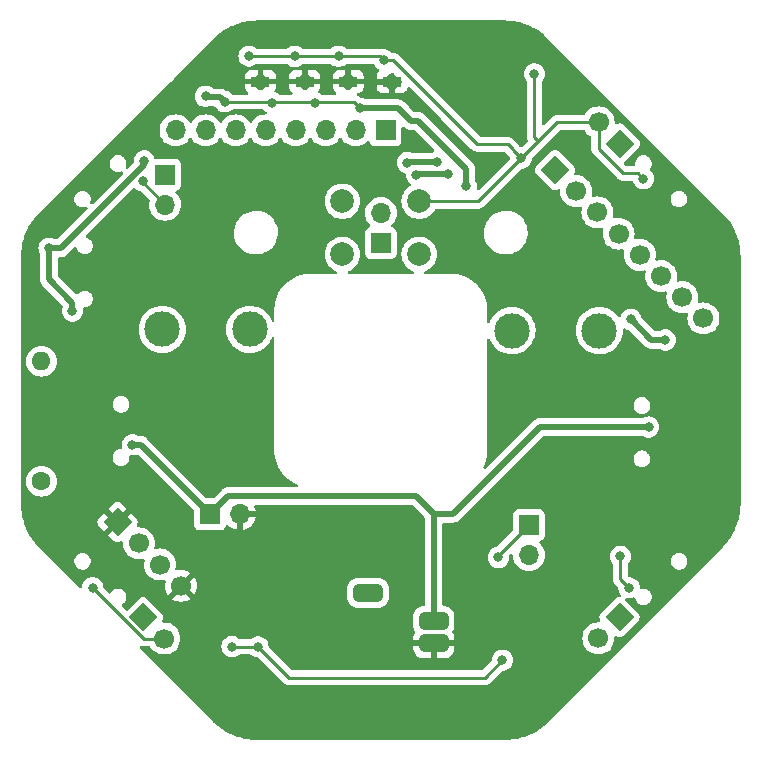
<source format=gbl>
G04 #@! TF.GenerationSoftware,KiCad,Pcbnew,7.0.10*
G04 #@! TF.CreationDate,2024-07-17T21:57:28-05:00*
G04 #@! TF.ProjectId,Swarm Robot,53776172-6d20-4526-9f62-6f742e6b6963,rev?*
G04 #@! TF.SameCoordinates,Original*
G04 #@! TF.FileFunction,Copper,L2,Bot*
G04 #@! TF.FilePolarity,Positive*
%FSLAX46Y46*%
G04 Gerber Fmt 4.6, Leading zero omitted, Abs format (unit mm)*
G04 Created by KiCad (PCBNEW 7.0.10) date 2024-07-17 21:57:28*
%MOMM*%
%LPD*%
G01*
G04 APERTURE LIST*
G04 Aperture macros list*
%AMRoundRect*
0 Rectangle with rounded corners*
0 $1 Rounding radius*
0 $2 $3 $4 $5 $6 $7 $8 $9 X,Y pos of 4 corners*
0 Add a 4 corners polygon primitive as box body*
4,1,4,$2,$3,$4,$5,$6,$7,$8,$9,$2,$3,0*
0 Add four circle primitives for the rounded corners*
1,1,$1+$1,$2,$3*
1,1,$1+$1,$4,$5*
1,1,$1+$1,$6,$7*
1,1,$1+$1,$8,$9*
0 Add four rect primitives between the rounded corners*
20,1,$1+$1,$2,$3,$4,$5,0*
20,1,$1+$1,$4,$5,$6,$7,0*
20,1,$1+$1,$6,$7,$8,$9,0*
20,1,$1+$1,$8,$9,$2,$3,0*%
%AMHorizOval*
0 Thick line with rounded ends*
0 $1 width*
0 $2 $3 position (X,Y) of the first rounded end (center of the circle)*
0 $4 $5 position (X,Y) of the second rounded end (center of the circle)*
0 Add line between two ends*
20,1,$1,$2,$3,$4,$5,0*
0 Add two circle primitives to create the rounded ends*
1,1,$1,$2,$3*
1,1,$1,$4,$5*%
%AMRotRect*
0 Rectangle, with rotation*
0 The origin of the aperture is its center*
0 $1 length*
0 $2 width*
0 $3 Rotation angle, in degrees counterclockwise*
0 Add horizontal line*
21,1,$1,$2,0,0,$3*%
G04 Aperture macros list end*
G04 #@! TA.AperFunction,ComponentPad*
%ADD10C,2.000000*%
G04 #@! TD*
G04 #@! TA.AperFunction,ComponentPad*
%ADD11RoundRect,0.375000X0.875000X0.375000X-0.875000X0.375000X-0.875000X-0.375000X0.875000X-0.375000X0*%
G04 #@! TD*
G04 #@! TA.AperFunction,ComponentPad*
%ADD12R,1.700000X1.700000*%
G04 #@! TD*
G04 #@! TA.AperFunction,ComponentPad*
%ADD13O,1.700000X1.700000*%
G04 #@! TD*
G04 #@! TA.AperFunction,ComponentPad*
%ADD14RotRect,1.700000X1.700000X45.000000*%
G04 #@! TD*
G04 #@! TA.AperFunction,ComponentPad*
%ADD15HorizOval,1.700000X0.000000X0.000000X0.000000X0.000000X0*%
G04 #@! TD*
G04 #@! TA.AperFunction,ComponentPad*
%ADD16RotRect,1.700000X1.700000X225.000000*%
G04 #@! TD*
G04 #@! TA.AperFunction,ComponentPad*
%ADD17HorizOval,1.700000X0.000000X0.000000X0.000000X0.000000X0*%
G04 #@! TD*
G04 #@! TA.AperFunction,ComponentPad*
%ADD18C,3.000000*%
G04 #@! TD*
G04 #@! TA.AperFunction,ComponentPad*
%ADD19RotRect,1.700000X1.700000X315.000000*%
G04 #@! TD*
G04 #@! TA.AperFunction,ComponentPad*
%ADD20HorizOval,1.700000X0.000000X0.000000X0.000000X0.000000X0*%
G04 #@! TD*
G04 #@! TA.AperFunction,ComponentPad*
%ADD21C,0.600000*%
G04 #@! TD*
G04 #@! TA.AperFunction,SMDPad,CuDef*
%ADD22R,1.600000X0.900000*%
G04 #@! TD*
G04 #@! TA.AperFunction,ComponentPad*
%ADD23C,1.600000*%
G04 #@! TD*
G04 #@! TA.AperFunction,ComponentPad*
%ADD24O,1.600000X1.600000*%
G04 #@! TD*
G04 #@! TA.AperFunction,ViaPad*
%ADD25C,0.800000*%
G04 #@! TD*
G04 #@! TA.AperFunction,Conductor*
%ADD26C,0.250000*%
G04 #@! TD*
G04 #@! TA.AperFunction,Conductor*
%ADD27C,0.500000*%
G04 #@! TD*
G04 APERTURE END LIST*
D10*
X146750000Y-84850000D03*
X153250000Y-84850000D03*
X146750000Y-89350000D03*
X153250000Y-89350000D03*
D11*
X154471000Y-122282750D03*
X154471000Y-120377750D03*
X148916000Y-118032750D03*
D12*
X150400000Y-78840000D03*
D13*
X147860000Y-78840000D03*
X145320000Y-78840000D03*
X142780000Y-78840000D03*
X140240000Y-78840000D03*
X137700000Y-78840000D03*
X135160000Y-78840000D03*
X132620000Y-78840000D03*
D12*
X162530000Y-112275000D03*
D13*
X162530000Y-114815000D03*
D14*
X164747898Y-82197898D03*
D15*
X166543949Y-83993949D03*
X168340000Y-85790000D03*
X170136052Y-87586052D03*
X171932103Y-89382103D03*
X173728154Y-91178154D03*
X175524205Y-92974205D03*
X177320257Y-94770257D03*
X133101148Y-117401148D03*
X131305096Y-115605096D03*
X129509045Y-113809045D03*
D14*
X127712994Y-112012994D03*
D16*
X170246051Y-79966051D03*
D17*
X168450000Y-78170000D03*
D18*
X138900000Y-95700000D03*
X131500000Y-95700000D03*
D14*
X129873949Y-120073949D03*
D15*
X131670000Y-121870000D03*
D12*
X131730000Y-82600000D03*
D13*
X131730000Y-85140000D03*
D19*
X170210000Y-120060000D03*
D20*
X168413949Y-121856051D03*
D21*
X147741250Y-74713750D03*
D22*
X147241250Y-74713750D03*
D21*
X146741250Y-74713750D03*
D12*
X135550000Y-111350000D03*
D13*
X138090000Y-111350000D03*
D21*
X144051250Y-74713750D03*
D22*
X143551250Y-74713750D03*
D21*
X143051250Y-74713750D03*
X140311250Y-74713750D03*
D22*
X139811250Y-74713750D03*
D21*
X139311250Y-74713750D03*
D18*
X161100000Y-95800000D03*
X168500000Y-95800000D03*
D23*
X121270000Y-108560000D03*
D24*
X121270000Y-98400000D03*
D12*
X150000000Y-88375000D03*
D13*
X150000000Y-85835000D03*
D21*
X151461250Y-74723750D03*
D22*
X150961250Y-74723750D03*
D21*
X150461250Y-74723750D03*
D25*
X128650000Y-79220000D03*
X160300000Y-123710000D03*
X125610000Y-117570000D03*
X139780000Y-125150000D03*
X122320000Y-114370000D03*
X153150000Y-87050000D03*
X129970000Y-81430000D03*
X135160000Y-75965000D03*
X157240000Y-83600000D03*
X171170000Y-94850000D03*
X174080000Y-96590000D03*
X140799193Y-76503026D03*
X144443216Y-76525656D03*
X136780000Y-76415000D03*
X148240000Y-76970000D03*
X139600000Y-122570000D03*
X137400000Y-122560000D03*
X163010000Y-74080000D03*
X166530000Y-74450000D03*
X172680000Y-103970000D03*
X128960000Y-105470000D03*
X123890000Y-94150000D03*
X121920000Y-88820000D03*
X170280000Y-114924280D03*
X171020153Y-117575153D03*
X171900000Y-110305000D03*
X167470000Y-114460000D03*
X167080000Y-110305000D03*
X170520000Y-112060000D03*
X159955000Y-115000000D03*
X129960000Y-88840000D03*
X125000000Y-100820000D03*
X129830000Y-83100000D03*
X169110000Y-100790000D03*
X172237398Y-82933190D03*
X161900000Y-81200000D03*
X142709408Y-72579408D03*
X146424408Y-72574408D03*
X150230000Y-72886250D03*
X138850000Y-72570000D03*
X159666250Y-81212113D03*
X159080000Y-72240000D03*
X178730000Y-86810000D03*
X152250000Y-81580000D03*
X154780000Y-81510000D03*
X153010000Y-82590000D03*
X155690000Y-82560000D03*
D26*
X161187113Y-80467113D02*
X161187113Y-80487113D01*
X158157500Y-80020000D02*
X160740000Y-80020000D01*
X160740000Y-80020000D02*
X161187113Y-80467113D01*
X151023750Y-72886250D02*
X158157500Y-80020000D01*
X150230000Y-72886250D02*
X151023750Y-72886250D01*
X161900000Y-81200000D02*
X158250000Y-84850000D01*
X158250000Y-84850000D02*
X153250000Y-84850000D01*
D27*
X129970000Y-81757918D02*
X122907918Y-88820000D01*
X129970000Y-81430000D02*
X129970000Y-81757918D01*
X122907918Y-88820000D02*
X121920000Y-88820000D01*
X136426497Y-76061497D02*
X136780000Y-76415000D01*
X135256497Y-76061497D02*
X136426497Y-76061497D01*
X135160000Y-75965000D02*
X135256497Y-76061497D01*
D26*
X168450000Y-80410000D02*
X168450000Y-78170000D01*
X171789606Y-82485398D02*
X170525398Y-82485398D01*
X170525398Y-82485398D02*
X168450000Y-80410000D01*
X172237398Y-82933190D02*
X171789606Y-82485398D01*
X142220000Y-125190000D02*
X158820000Y-125190000D01*
X158820000Y-125190000D02*
X160300000Y-123710000D01*
X139600000Y-122570000D02*
X142220000Y-125190000D01*
X129910000Y-121870000D02*
X131670000Y-121870000D01*
X125610000Y-117570000D02*
X129910000Y-121870000D01*
D27*
X151442082Y-76970000D02*
X148240000Y-76970000D01*
X153140000Y-78050000D02*
X152522082Y-78050000D01*
X152522082Y-78050000D02*
X151442082Y-76970000D01*
X157240000Y-82150000D02*
X153140000Y-78050000D01*
X157240000Y-83600000D02*
X157240000Y-82150000D01*
X172910000Y-96590000D02*
X171170000Y-94850000D01*
X174080000Y-96590000D02*
X172910000Y-96590000D01*
D26*
X136805000Y-76440000D02*
X136780000Y-76415000D01*
X147710000Y-76440000D02*
X136805000Y-76440000D01*
X148240000Y-76970000D02*
X147710000Y-76440000D01*
X137400000Y-122560000D02*
X139590000Y-122560000D01*
X139590000Y-122560000D02*
X139600000Y-122570000D01*
X163335000Y-79765000D02*
X164930000Y-78170000D01*
X161900000Y-81200000D02*
X163335000Y-79765000D01*
X163010000Y-74080000D02*
X163010000Y-79440000D01*
X163010000Y-79440000D02*
X163335000Y-79765000D01*
D27*
X163440000Y-103970000D02*
X172680000Y-103970000D01*
X154471000Y-111299000D02*
X156111000Y-111299000D01*
X156111000Y-111299000D02*
X163440000Y-103970000D01*
X152972000Y-109800000D02*
X137100000Y-109800000D01*
X137100000Y-109800000D02*
X135550000Y-111350000D01*
X154471000Y-111299000D02*
X152972000Y-109800000D01*
X154471000Y-120377750D02*
X154471000Y-111299000D01*
X129670000Y-105470000D02*
X135550000Y-111350000D01*
X128960000Y-105470000D02*
X129670000Y-105470000D01*
X121920000Y-88820000D02*
X121920000Y-91463503D01*
X121920000Y-91463503D02*
X123890000Y-93433503D01*
X123890000Y-93433503D02*
X123890000Y-94150000D01*
D26*
X170280000Y-116835000D02*
X170280000Y-114924280D01*
X171020153Y-117575153D02*
X170280000Y-116835000D01*
X159955000Y-114850000D02*
X162530000Y-112275000D01*
X159955000Y-115000000D02*
X159955000Y-114850000D01*
X129830000Y-83240000D02*
X131730000Y-85140000D01*
X129830000Y-83100000D02*
X129830000Y-83240000D01*
X164930000Y-78170000D02*
X168450000Y-78170000D01*
X161187113Y-80487113D02*
X161900000Y-81200000D01*
X149913750Y-72570000D02*
X150230000Y-72886250D01*
X138850000Y-72570000D02*
X149913750Y-72570000D01*
D27*
X154780000Y-81510000D02*
X152320000Y-81510000D01*
X152320000Y-81510000D02*
X152250000Y-81580000D01*
X153040000Y-82560000D02*
X153010000Y-82590000D01*
X155690000Y-82560000D02*
X153040000Y-82560000D01*
G04 #@! TA.AperFunction,Conductor*
G36*
X160546689Y-69544532D02*
G01*
X160551874Y-69544735D01*
X160661402Y-69549040D01*
X160947628Y-69561511D01*
X160956774Y-69562250D01*
X161135717Y-69583431D01*
X161137241Y-69583622D01*
X161359855Y-69612931D01*
X161367823Y-69614247D01*
X161554847Y-69651450D01*
X161557299Y-69651966D01*
X161766566Y-69698362D01*
X161773340Y-69700066D01*
X161960541Y-69752865D01*
X161964066Y-69753916D01*
X162165085Y-69817300D01*
X162170636Y-69819199D01*
X162354511Y-69887036D01*
X162358912Y-69888758D01*
X162552734Y-69969045D01*
X162557143Y-69970973D01*
X162735128Y-70053027D01*
X162740357Y-70055592D01*
X162927280Y-70152901D01*
X162930596Y-70154692D01*
X163100232Y-70249695D01*
X163106268Y-70253304D01*
X163286977Y-70368430D01*
X163289201Y-70369882D01*
X163308817Y-70382989D01*
X163447674Y-70475773D01*
X163454270Y-70480499D01*
X163632343Y-70617143D01*
X163633624Y-70618140D01*
X163775120Y-70729689D01*
X163782125Y-70735645D01*
X163987679Y-70924004D01*
X163988077Y-70924371D01*
X164078432Y-71007896D01*
X164081941Y-71011270D01*
X178989496Y-85918824D01*
X178992870Y-85922332D01*
X179067169Y-86002706D01*
X179067482Y-86003046D01*
X179264299Y-86217873D01*
X179265082Y-86218727D01*
X179271031Y-86225724D01*
X179377826Y-86361191D01*
X179378822Y-86362471D01*
X179520275Y-86546811D01*
X179525001Y-86553407D01*
X179627919Y-86707431D01*
X179629398Y-86709697D01*
X179747481Y-86895046D01*
X179751090Y-86901082D01*
X179843959Y-87066908D01*
X179845758Y-87070239D01*
X179867881Y-87112736D01*
X179945178Y-87261217D01*
X179947778Y-87266516D01*
X179961863Y-87297068D01*
X180028122Y-87440793D01*
X180030073Y-87445253D01*
X180112024Y-87643096D01*
X180113798Y-87647630D01*
X180180195Y-87827598D01*
X180182121Y-87833229D01*
X180246885Y-88038628D01*
X180247968Y-88042257D01*
X180299551Y-88225150D01*
X180301267Y-88231970D01*
X180348821Y-88446463D01*
X180349378Y-88449110D01*
X180385532Y-88630857D01*
X180386854Y-88638863D01*
X180417192Y-88869278D01*
X180417393Y-88870890D01*
X180437656Y-89042084D01*
X180438398Y-89051249D01*
X180451484Y-89350900D01*
X180451506Y-89351440D01*
X180455468Y-89452234D01*
X180455564Y-89457104D01*
X180455564Y-110541816D01*
X180455468Y-110546689D01*
X180451012Y-110660001D01*
X180450990Y-110660532D01*
X180438457Y-110947821D01*
X180437715Y-110956994D01*
X180416716Y-111134384D01*
X180416515Y-111135996D01*
X180387006Y-111360091D01*
X180385684Y-111368096D01*
X180348703Y-111553993D01*
X180348146Y-111556639D01*
X180301546Y-111766826D01*
X180299830Y-111773647D01*
X180247274Y-111959984D01*
X180246190Y-111963612D01*
X180182580Y-112165349D01*
X180180655Y-112170980D01*
X180113121Y-112354034D01*
X180111347Y-112358567D01*
X180030769Y-112553096D01*
X180028817Y-112557557D01*
X179947127Y-112734754D01*
X179944507Y-112740097D01*
X179846830Y-112927733D01*
X179845031Y-112931065D01*
X179750438Y-113099974D01*
X179746829Y-113106010D01*
X179631141Y-113287605D01*
X179629663Y-113289870D01*
X179524365Y-113447463D01*
X179519638Y-113454059D01*
X179382083Y-113633326D01*
X179381087Y-113634607D01*
X179270451Y-113774951D01*
X179264495Y-113781956D01*
X179073133Y-113990797D01*
X179072767Y-113991195D01*
X178992434Y-114078102D01*
X178989057Y-114081613D01*
X164081150Y-128989520D01*
X164077641Y-128992894D01*
X163997404Y-129067066D01*
X163996997Y-129067441D01*
X163781271Y-129265082D01*
X163774274Y-129271031D01*
X163638807Y-129377826D01*
X163637527Y-129378822D01*
X163453187Y-129520275D01*
X163446591Y-129525001D01*
X163292567Y-129627919D01*
X163290301Y-129629398D01*
X163104952Y-129747481D01*
X163098916Y-129751090D01*
X162933090Y-129843959D01*
X162929759Y-129845758D01*
X162738804Y-129945167D01*
X162733459Y-129947789D01*
X162559205Y-130028122D01*
X162554745Y-130030073D01*
X162356902Y-130112024D01*
X162352368Y-130113798D01*
X162172400Y-130180195D01*
X162166769Y-130182121D01*
X161961370Y-130246885D01*
X161957741Y-130247968D01*
X161774848Y-130299551D01*
X161768028Y-130301267D01*
X161553535Y-130348821D01*
X161550888Y-130349378D01*
X161369141Y-130385532D01*
X161361135Y-130386854D01*
X161130720Y-130417192D01*
X161129108Y-130417393D01*
X160957914Y-130437656D01*
X160948749Y-130438398D01*
X160649105Y-130451484D01*
X160648565Y-130451506D01*
X160547765Y-130455468D01*
X160542895Y-130455564D01*
X139458181Y-130455564D01*
X139453310Y-130455468D01*
X139338923Y-130450971D01*
X139338397Y-130450949D01*
X139052387Y-130438488D01*
X139043208Y-130437746D01*
X138864335Y-130416573D01*
X138862725Y-130416372D01*
X138640160Y-130387069D01*
X138632154Y-130385747D01*
X138445250Y-130348568D01*
X138442602Y-130348011D01*
X138233456Y-130301642D01*
X138226636Y-130299926D01*
X138039480Y-130247140D01*
X138035851Y-130246057D01*
X138025964Y-130242939D01*
X137834963Y-130182715D01*
X137829342Y-130180792D01*
X137645547Y-130112985D01*
X137641034Y-130111219D01*
X137552462Y-130074530D01*
X137447287Y-130030963D01*
X137442828Y-130029013D01*
X137372121Y-129996416D01*
X137264906Y-129946988D01*
X137259608Y-129944389D01*
X137162558Y-129893866D01*
X137072733Y-129847105D01*
X137069402Y-129845306D01*
X136899766Y-129750303D01*
X136893730Y-129746694D01*
X136713043Y-129631582D01*
X136710777Y-129630103D01*
X136552324Y-129524225D01*
X136545728Y-129519499D01*
X136367655Y-129382855D01*
X136366374Y-129381858D01*
X136224878Y-129270309D01*
X136217873Y-129264353D01*
X136012319Y-129075994D01*
X136011921Y-129075627D01*
X135921553Y-128992090D01*
X135918044Y-128988716D01*
X129611398Y-122682069D01*
X129577913Y-122620746D01*
X129582897Y-122551054D01*
X129624769Y-122495121D01*
X129690233Y-122470704D01*
X129726347Y-122474535D01*
X129726398Y-122474216D01*
X129732603Y-122475198D01*
X129733680Y-122475313D01*
X129734095Y-122475433D01*
X129734104Y-122475437D01*
X129777250Y-122482270D01*
X129788672Y-122484636D01*
X129830981Y-122495500D01*
X129851016Y-122495500D01*
X129870414Y-122497026D01*
X129890194Y-122500159D01*
X129890195Y-122500160D01*
X129890195Y-122500159D01*
X129890196Y-122500160D01*
X129933675Y-122496050D01*
X129945344Y-122495500D01*
X130394773Y-122495500D01*
X130461812Y-122515185D01*
X130496348Y-122548377D01*
X130631500Y-122741395D01*
X130631505Y-122741401D01*
X130798599Y-122908495D01*
X130823386Y-122925851D01*
X130992165Y-123044032D01*
X130992167Y-123044033D01*
X130992170Y-123044035D01*
X131206337Y-123143903D01*
X131434592Y-123205063D01*
X131622918Y-123221539D01*
X131669999Y-123225659D01*
X131670000Y-123225659D01*
X131670001Y-123225659D01*
X131709234Y-123222226D01*
X131905408Y-123205063D01*
X132133663Y-123143903D01*
X132347830Y-123044035D01*
X132541401Y-122908495D01*
X132708495Y-122741401D01*
X132835513Y-122560000D01*
X136494540Y-122560000D01*
X136514326Y-122748256D01*
X136514327Y-122748259D01*
X136572818Y-122928277D01*
X136572821Y-122928284D01*
X136667467Y-123092216D01*
X136769075Y-123205063D01*
X136794129Y-123232888D01*
X136947265Y-123344148D01*
X136947270Y-123344151D01*
X137120192Y-123421142D01*
X137120197Y-123421144D01*
X137305354Y-123460500D01*
X137305355Y-123460500D01*
X137494644Y-123460500D01*
X137494646Y-123460500D01*
X137679803Y-123421144D01*
X137852730Y-123344151D01*
X138005871Y-123232888D01*
X138008788Y-123229647D01*
X138011600Y-123226526D01*
X138071087Y-123189879D01*
X138103748Y-123185500D01*
X138887248Y-123185500D01*
X138954287Y-123205185D01*
X138979397Y-123226527D01*
X138994128Y-123242887D01*
X138994135Y-123242893D01*
X139147265Y-123354148D01*
X139147270Y-123354151D01*
X139320192Y-123431142D01*
X139320197Y-123431144D01*
X139505354Y-123470500D01*
X139564548Y-123470500D01*
X139631587Y-123490185D01*
X139652229Y-123506819D01*
X141719194Y-125573784D01*
X141729019Y-125586048D01*
X141729240Y-125585866D01*
X141734210Y-125591874D01*
X141783239Y-125637915D01*
X141786036Y-125640626D01*
X141805530Y-125660120D01*
X141808695Y-125662575D01*
X141817571Y-125670156D01*
X141849418Y-125700062D01*
X141849422Y-125700064D01*
X141866973Y-125709713D01*
X141883231Y-125720392D01*
X141899064Y-125732674D01*
X141934410Y-125747968D01*
X141939155Y-125750022D01*
X141949635Y-125755155D01*
X141987908Y-125776197D01*
X142007312Y-125781179D01*
X142025710Y-125787478D01*
X142044105Y-125795438D01*
X142087254Y-125802271D01*
X142098680Y-125804638D01*
X142140981Y-125815500D01*
X142161016Y-125815500D01*
X142180413Y-125817026D01*
X142200196Y-125820160D01*
X142243675Y-125816050D01*
X142255344Y-125815500D01*
X158737257Y-125815500D01*
X158752877Y-125817224D01*
X158752904Y-125816939D01*
X158760660Y-125817671D01*
X158760667Y-125817673D01*
X158827873Y-125815561D01*
X158831768Y-125815500D01*
X158859346Y-125815500D01*
X158859350Y-125815500D01*
X158863324Y-125814997D01*
X158874963Y-125814080D01*
X158918627Y-125812709D01*
X158937869Y-125807117D01*
X158956912Y-125803174D01*
X158976792Y-125800664D01*
X159017401Y-125784585D01*
X159028444Y-125780803D01*
X159070390Y-125768618D01*
X159087629Y-125758422D01*
X159105103Y-125749862D01*
X159123727Y-125742488D01*
X159123727Y-125742487D01*
X159123732Y-125742486D01*
X159159083Y-125716800D01*
X159168814Y-125710408D01*
X159206420Y-125688170D01*
X159220589Y-125673999D01*
X159235379Y-125661368D01*
X159251587Y-125649594D01*
X159279438Y-125615926D01*
X159287279Y-125607309D01*
X160247772Y-124646819D01*
X160309095Y-124613334D01*
X160335453Y-124610500D01*
X160394644Y-124610500D01*
X160394646Y-124610500D01*
X160579803Y-124571144D01*
X160752730Y-124494151D01*
X160905871Y-124382888D01*
X161032533Y-124242216D01*
X161127179Y-124078284D01*
X161185674Y-123898256D01*
X161205460Y-123710000D01*
X161185674Y-123521744D01*
X161127179Y-123341716D01*
X161032533Y-123177784D01*
X160905871Y-123037112D01*
X160896201Y-123030086D01*
X160752734Y-122925851D01*
X160752729Y-122925848D01*
X160579807Y-122848857D01*
X160579802Y-122848855D01*
X160434001Y-122817865D01*
X160394646Y-122809500D01*
X160205354Y-122809500D01*
X160172897Y-122816398D01*
X160020197Y-122848855D01*
X160020192Y-122848857D01*
X159847270Y-122925848D01*
X159847265Y-122925851D01*
X159694129Y-123037111D01*
X159567466Y-123177785D01*
X159472821Y-123341715D01*
X159472818Y-123341722D01*
X159430976Y-123470500D01*
X159414326Y-123521744D01*
X159396679Y-123689649D01*
X159370094Y-123754263D01*
X159361039Y-123764368D01*
X158597228Y-124528181D01*
X158535905Y-124561666D01*
X158509547Y-124564500D01*
X142530452Y-124564500D01*
X142463413Y-124544815D01*
X142442771Y-124528181D01*
X140538960Y-122624369D01*
X140505475Y-122563046D01*
X140503323Y-122549668D01*
X140485674Y-122381744D01*
X140427179Y-122201716D01*
X140332533Y-122037784D01*
X140205871Y-121897112D01*
X140205870Y-121897111D01*
X140052734Y-121785851D01*
X140052729Y-121785848D01*
X139879807Y-121708857D01*
X139879802Y-121708855D01*
X139734001Y-121677865D01*
X139694646Y-121669500D01*
X139505354Y-121669500D01*
X139472897Y-121676398D01*
X139320197Y-121708855D01*
X139320192Y-121708857D01*
X139147270Y-121785848D01*
X139147265Y-121785851D01*
X138994130Y-121897110D01*
X138989299Y-121901461D01*
X138987567Y-121899538D01*
X138937896Y-121930127D01*
X138905256Y-121934500D01*
X138103748Y-121934500D01*
X138036709Y-121914815D01*
X138011600Y-121893474D01*
X138005873Y-121887114D01*
X138005869Y-121887110D01*
X137852734Y-121775851D01*
X137852729Y-121775848D01*
X137679807Y-121698857D01*
X137679802Y-121698855D01*
X137534001Y-121667865D01*
X137494646Y-121659500D01*
X137305354Y-121659500D01*
X137272897Y-121666398D01*
X137120197Y-121698855D01*
X137120192Y-121698857D01*
X136947270Y-121775848D01*
X136947265Y-121775851D01*
X136794129Y-121887111D01*
X136667466Y-122027785D01*
X136572821Y-122191715D01*
X136572818Y-122191722D01*
X136514327Y-122371740D01*
X136514326Y-122371744D01*
X136494540Y-122560000D01*
X132835513Y-122560000D01*
X132844035Y-122547830D01*
X132943903Y-122333663D01*
X133005063Y-122105408D01*
X133025659Y-121870000D01*
X133024591Y-121857798D01*
X133017422Y-121775849D01*
X133005063Y-121634592D01*
X132943903Y-121406337D01*
X132844035Y-121192171D01*
X132834267Y-121178220D01*
X132708494Y-120998597D01*
X132541402Y-120831506D01*
X132541395Y-120831501D01*
X132537640Y-120828872D01*
X132502521Y-120804281D01*
X132347834Y-120695967D01*
X132347830Y-120695965D01*
X132317914Y-120682015D01*
X132133663Y-120596097D01*
X132133659Y-120596096D01*
X132133655Y-120596094D01*
X131905413Y-120534938D01*
X131905403Y-120534936D01*
X131670001Y-120514341D01*
X131669998Y-120514341D01*
X131626952Y-120518107D01*
X131558452Y-120504340D01*
X131508269Y-120455725D01*
X131492336Y-120387696D01*
X131503351Y-120343067D01*
X131509722Y-120329118D01*
X131561196Y-120216406D01*
X131581677Y-120073949D01*
X131561196Y-119931492D01*
X131558974Y-119926627D01*
X131501409Y-119800578D01*
X131501408Y-119800577D01*
X131501408Y-119800576D01*
X131463789Y-119753893D01*
X131463784Y-119753888D01*
X131463780Y-119753883D01*
X130194008Y-118484114D01*
X130194002Y-118484109D01*
X130193998Y-118484105D01*
X130147322Y-118446489D01*
X130016408Y-118386702D01*
X130016404Y-118386701D01*
X129873949Y-118366221D01*
X129731493Y-118386701D01*
X129731489Y-118386702D01*
X129600578Y-118446488D01*
X129553883Y-118484117D01*
X128568977Y-119469024D01*
X128507654Y-119502509D01*
X128437962Y-119497525D01*
X128393615Y-119469024D01*
X128075130Y-119150539D01*
X128041645Y-119089216D01*
X128046629Y-119019524D01*
X128088501Y-118963591D01*
X128092371Y-118960808D01*
X128222920Y-118870696D01*
X128335725Y-118743365D01*
X128414781Y-118592738D01*
X128455491Y-118427569D01*
X128455491Y-118257457D01*
X128414781Y-118092288D01*
X128398161Y-118060622D01*
X128335727Y-117941663D01*
X128286261Y-117885828D01*
X128222920Y-117814330D01*
X128149149Y-117763409D01*
X128082922Y-117717695D01*
X127923865Y-117657373D01*
X127923859Y-117657372D01*
X127797365Y-117642013D01*
X127797363Y-117642013D01*
X127712619Y-117642013D01*
X127712617Y-117642013D01*
X127586122Y-117657372D01*
X127586116Y-117657373D01*
X127427059Y-117717695D01*
X127287063Y-117814329D01*
X127174256Y-117941662D01*
X127146558Y-117994436D01*
X127097973Y-118044648D01*
X127029954Y-118060622D01*
X126964096Y-118037286D01*
X126949081Y-118024490D01*
X126548960Y-117624369D01*
X126515475Y-117563046D01*
X126513323Y-117549668D01*
X126495674Y-117381744D01*
X126437179Y-117201716D01*
X126342533Y-117037784D01*
X126215871Y-116897112D01*
X126198003Y-116884130D01*
X126062734Y-116785851D01*
X126062729Y-116785848D01*
X125889807Y-116708857D01*
X125889802Y-116708855D01*
X125728889Y-116674653D01*
X125704646Y-116669500D01*
X125515354Y-116669500D01*
X125491111Y-116674653D01*
X125330197Y-116708855D01*
X125330192Y-116708857D01*
X125157270Y-116785848D01*
X125157265Y-116785851D01*
X125004129Y-116897111D01*
X124877466Y-117037785D01*
X124782821Y-117201715D01*
X124782818Y-117201722D01*
X124733323Y-117354053D01*
X124724326Y-117381744D01*
X124722287Y-117401146D01*
X124712197Y-117497148D01*
X124685612Y-117561762D01*
X124628315Y-117601747D01*
X124558496Y-117604407D01*
X124501195Y-117571867D01*
X122871081Y-115941753D01*
X122351693Y-115422365D01*
X124049287Y-115422365D01*
X124066655Y-115492830D01*
X124089997Y-115587535D01*
X124169050Y-115738158D01*
X124169053Y-115738161D01*
X124281858Y-115865492D01*
X124372105Y-115927785D01*
X124421855Y-115962126D01*
X124421856Y-115962126D01*
X124421857Y-115962127D01*
X124523145Y-116000540D01*
X124572213Y-116019149D01*
X124580915Y-116022449D01*
X124656815Y-116031665D01*
X124707413Y-116037809D01*
X124707415Y-116037809D01*
X124792161Y-116037809D01*
X124834325Y-116032689D01*
X124918659Y-116022449D01*
X125077717Y-115962127D01*
X125217716Y-115865492D01*
X125330521Y-115738161D01*
X125409577Y-115587534D01*
X125450287Y-115422365D01*
X125450287Y-115252253D01*
X125409577Y-115087084D01*
X125407405Y-115082946D01*
X125330523Y-114936459D01*
X125251750Y-114847543D01*
X125217716Y-114809126D01*
X125167964Y-114774784D01*
X125077718Y-114712491D01*
X124918661Y-114652169D01*
X124918655Y-114652168D01*
X124792161Y-114636809D01*
X124792159Y-114636809D01*
X124707415Y-114636809D01*
X124707413Y-114636809D01*
X124580918Y-114652168D01*
X124580912Y-114652169D01*
X124421855Y-114712491D01*
X124281859Y-114809125D01*
X124169050Y-114936459D01*
X124089997Y-115087082D01*
X124065060Y-115188259D01*
X124049287Y-115252253D01*
X124049287Y-115422365D01*
X122351693Y-115422365D01*
X121010491Y-114081162D01*
X121007117Y-114077654D01*
X120976430Y-114044458D01*
X120932767Y-113997224D01*
X120932454Y-113996884D01*
X120927242Y-113991195D01*
X120734909Y-113781263D01*
X120728967Y-113774274D01*
X120622172Y-113638807D01*
X120621176Y-113637527D01*
X120568433Y-113568793D01*
X120479715Y-113453177D01*
X120475004Y-113446601D01*
X120372063Y-113292542D01*
X120370600Y-113290301D01*
X120252507Y-113104936D01*
X120248918Y-113098933D01*
X120156033Y-112933079D01*
X120154261Y-112929797D01*
X120054803Y-112738748D01*
X120052237Y-112733517D01*
X119971867Y-112559185D01*
X119969925Y-112554745D01*
X119887974Y-112356902D01*
X119886200Y-112352368D01*
X119860298Y-112282161D01*
X119819792Y-112172369D01*
X119817887Y-112166800D01*
X119769390Y-112012994D01*
X126005771Y-112012994D01*
X126026231Y-112155307D01*
X126026232Y-112155312D01*
X126085958Y-112286091D01*
X126123538Y-112332726D01*
X126581623Y-112790811D01*
X127229917Y-112142517D01*
X127253501Y-112222838D01*
X127331233Y-112343792D01*
X127439894Y-112437946D01*
X127570679Y-112497674D01*
X127580460Y-112499080D01*
X126935176Y-113144363D01*
X126935176Y-113144364D01*
X127393261Y-113602449D01*
X127439896Y-113640029D01*
X127570675Y-113699755D01*
X127570680Y-113699756D01*
X127712994Y-113720216D01*
X127855307Y-113699756D01*
X127855308Y-113699755D01*
X127982161Y-113641823D01*
X128051320Y-113631879D01*
X128114876Y-113660903D01*
X128152651Y-113719681D01*
X128157202Y-113765424D01*
X128153386Y-113809042D01*
X128153386Y-113809045D01*
X128173981Y-114044448D01*
X128173983Y-114044458D01*
X128235139Y-114272700D01*
X128235141Y-114272704D01*
X128235142Y-114272708D01*
X128324140Y-114463564D01*
X128335010Y-114486875D01*
X128335012Y-114486879D01*
X128390835Y-114566602D01*
X128470550Y-114680446D01*
X128637644Y-114847540D01*
X128718563Y-114904200D01*
X128831210Y-114983077D01*
X128831212Y-114983078D01*
X128831215Y-114983080D01*
X129045382Y-115082948D01*
X129045388Y-115082949D01*
X129045389Y-115082950D01*
X129048502Y-115083784D01*
X129273637Y-115144108D01*
X129461963Y-115160584D01*
X129509044Y-115164704D01*
X129509045Y-115164704D01*
X129509046Y-115164704D01*
X129548279Y-115161271D01*
X129744453Y-115144108D01*
X129845144Y-115117128D01*
X129914994Y-115118791D01*
X129972856Y-115157954D01*
X130000360Y-115222182D01*
X129997012Y-115268995D01*
X129970035Y-115369679D01*
X129970032Y-115369692D01*
X129949437Y-115605095D01*
X129949437Y-115605096D01*
X129970032Y-115840499D01*
X129970034Y-115840509D01*
X130031190Y-116068751D01*
X130031192Y-116068755D01*
X130031193Y-116068759D01*
X130058686Y-116127718D01*
X130131061Y-116282926D01*
X130131063Y-116282930D01*
X130239377Y-116437617D01*
X130266601Y-116476497D01*
X130433695Y-116643591D01*
X130470697Y-116669500D01*
X130627261Y-116779128D01*
X130627263Y-116779129D01*
X130627266Y-116779131D01*
X130841433Y-116878999D01*
X131069688Y-116940159D01*
X131258014Y-116956635D01*
X131305095Y-116960755D01*
X131305096Y-116960755D01*
X131305097Y-116960755D01*
X131344330Y-116957322D01*
X131540504Y-116940159D01*
X131641755Y-116913029D01*
X131711603Y-116914692D01*
X131769466Y-116953854D01*
X131796970Y-117018083D01*
X131793622Y-117064896D01*
X131766581Y-117165818D01*
X131766578Y-117165832D01*
X131745991Y-117401146D01*
X131745991Y-117401149D01*
X131766578Y-117636463D01*
X131766580Y-117636474D01*
X131827714Y-117864631D01*
X131827718Y-117864640D01*
X131927548Y-118078727D01*
X131927550Y-118078731D01*
X131986220Y-118162521D01*
X131986221Y-118162521D01*
X132618070Y-117530671D01*
X132641655Y-117610992D01*
X132719387Y-117731946D01*
X132828048Y-117826100D01*
X132958833Y-117885828D01*
X132968614Y-117887234D01*
X132339773Y-118516073D01*
X132423569Y-118574747D01*
X132637655Y-118674577D01*
X132637664Y-118674581D01*
X132865821Y-118735715D01*
X132865832Y-118735717D01*
X133101146Y-118756305D01*
X133101150Y-118756305D01*
X133336463Y-118735717D01*
X133336474Y-118735715D01*
X133564631Y-118674581D01*
X133564640Y-118674577D01*
X133778726Y-118574748D01*
X133778730Y-118574746D01*
X133862521Y-118516074D01*
X133862521Y-118516073D01*
X133830320Y-118483872D01*
X147165500Y-118483872D01*
X147165501Y-118483875D01*
X147168399Y-118526636D01*
X147168399Y-118526637D01*
X147214360Y-118711446D01*
X147298967Y-118882042D01*
X147298969Y-118882045D01*
X147418277Y-119030471D01*
X147418278Y-119030472D01*
X147566704Y-119149780D01*
X147566707Y-119149782D01*
X147737302Y-119234389D01*
X147737303Y-119234389D01*
X147737307Y-119234391D01*
X147922111Y-119280350D01*
X147964877Y-119283250D01*
X149867122Y-119283249D01*
X149909889Y-119280350D01*
X150094693Y-119234391D01*
X150265296Y-119149780D01*
X150413722Y-119030472D01*
X150533030Y-118882046D01*
X150617641Y-118711443D01*
X150663600Y-118526639D01*
X150666500Y-118483873D01*
X150666499Y-117581628D01*
X150663600Y-117538861D01*
X150617641Y-117354057D01*
X150589915Y-117298152D01*
X150533032Y-117183457D01*
X150533030Y-117183454D01*
X150413722Y-117035028D01*
X150413721Y-117035027D01*
X150265295Y-116915719D01*
X150265292Y-116915717D01*
X150094697Y-116831110D01*
X149909892Y-116785150D01*
X149888506Y-116783700D01*
X149867123Y-116782250D01*
X149867120Y-116782250D01*
X147964877Y-116782250D01*
X147964874Y-116782251D01*
X147922113Y-116785149D01*
X147922112Y-116785149D01*
X147737303Y-116831110D01*
X147566707Y-116915717D01*
X147566704Y-116915719D01*
X147418278Y-117035027D01*
X147418277Y-117035028D01*
X147298969Y-117183454D01*
X147298967Y-117183457D01*
X147214360Y-117354052D01*
X147168400Y-117538857D01*
X147165500Y-117581629D01*
X147165500Y-118483872D01*
X133830320Y-118483872D01*
X133233681Y-117887234D01*
X133243463Y-117885828D01*
X133374248Y-117826100D01*
X133482909Y-117731946D01*
X133560641Y-117610992D01*
X133584224Y-117530672D01*
X134216073Y-118162521D01*
X134216074Y-118162521D01*
X134274746Y-118078730D01*
X134274748Y-118078726D01*
X134374577Y-117864640D01*
X134374581Y-117864631D01*
X134435715Y-117636474D01*
X134435717Y-117636463D01*
X134456305Y-117401149D01*
X134456305Y-117401146D01*
X134435717Y-117165832D01*
X134435715Y-117165821D01*
X134374581Y-116937664D01*
X134374577Y-116937655D01*
X134274748Y-116723571D01*
X134274747Y-116723569D01*
X134216073Y-116639774D01*
X134216073Y-116639773D01*
X133584224Y-117271623D01*
X133560641Y-117191304D01*
X133482909Y-117070350D01*
X133374248Y-116976196D01*
X133243463Y-116916468D01*
X133233680Y-116915061D01*
X133862521Y-116286221D01*
X133862521Y-116286220D01*
X133778731Y-116227550D01*
X133778727Y-116227548D01*
X133564640Y-116127718D01*
X133564631Y-116127714D01*
X133336474Y-116066580D01*
X133336463Y-116066578D01*
X133101150Y-116045991D01*
X133101146Y-116045991D01*
X132865832Y-116066578D01*
X132865818Y-116066581D01*
X132764896Y-116093622D01*
X132695046Y-116091959D01*
X132637184Y-116052796D01*
X132609681Y-115988567D01*
X132613028Y-115941756D01*
X132640159Y-115840504D01*
X132660755Y-115605096D01*
X132659218Y-115587534D01*
X132654379Y-115532216D01*
X132640159Y-115369688D01*
X132578999Y-115141433D01*
X132479131Y-114927267D01*
X132477040Y-114924280D01*
X132343590Y-114733693D01*
X132176498Y-114566602D01*
X132176491Y-114566597D01*
X132161351Y-114555996D01*
X132137617Y-114539377D01*
X131982930Y-114431063D01*
X131982926Y-114431061D01*
X131899299Y-114392065D01*
X131768759Y-114331193D01*
X131768755Y-114331192D01*
X131768751Y-114331190D01*
X131540509Y-114270034D01*
X131540499Y-114270032D01*
X131305097Y-114249437D01*
X131305095Y-114249437D01*
X131069692Y-114270032D01*
X131069679Y-114270035D01*
X130968995Y-114297012D01*
X130899145Y-114295349D01*
X130841283Y-114256185D01*
X130813780Y-114191957D01*
X130817128Y-114145144D01*
X130818813Y-114138856D01*
X130844108Y-114044453D01*
X130864704Y-113809045D01*
X130844108Y-113573637D01*
X130782948Y-113345382D01*
X130683080Y-113131216D01*
X130661205Y-113099974D01*
X130547539Y-112937642D01*
X130380447Y-112770551D01*
X130380440Y-112770546D01*
X130186879Y-112635012D01*
X130186875Y-112635010D01*
X130162048Y-112623433D01*
X129972708Y-112535142D01*
X129972704Y-112535141D01*
X129972700Y-112535139D01*
X129744458Y-112473983D01*
X129744448Y-112473981D01*
X129509046Y-112453386D01*
X129509043Y-112453386D01*
X129465424Y-112457202D01*
X129396924Y-112443435D01*
X129346741Y-112394820D01*
X129330808Y-112326791D01*
X129341823Y-112282161D01*
X129399755Y-112155308D01*
X129399756Y-112155307D01*
X129420216Y-112012994D01*
X129399756Y-111870680D01*
X129399755Y-111870675D01*
X129340029Y-111739896D01*
X129302449Y-111693261D01*
X128844364Y-111235176D01*
X128844363Y-111235176D01*
X128196070Y-111883469D01*
X128172487Y-111803150D01*
X128094755Y-111682196D01*
X127986094Y-111588042D01*
X127855309Y-111528314D01*
X127845527Y-111526907D01*
X128490811Y-110881623D01*
X128490811Y-110881622D01*
X128032730Y-110423542D01*
X128032726Y-110423538D01*
X127986091Y-110385958D01*
X127855312Y-110326232D01*
X127855307Y-110326231D01*
X127712994Y-110305771D01*
X127570680Y-110326231D01*
X127570675Y-110326232D01*
X127439896Y-110385958D01*
X127393256Y-110423542D01*
X126935176Y-110881622D01*
X126935176Y-110881623D01*
X127580460Y-111526907D01*
X127570679Y-111528314D01*
X127439894Y-111588042D01*
X127331233Y-111682196D01*
X127253501Y-111803150D01*
X127229917Y-111883470D01*
X126581623Y-111235176D01*
X126581622Y-111235176D01*
X126123542Y-111693256D01*
X126085958Y-111739896D01*
X126026232Y-111870675D01*
X126026231Y-111870680D01*
X126005771Y-112012994D01*
X119769390Y-112012994D01*
X119753107Y-111961353D01*
X119752041Y-111957778D01*
X119700440Y-111774822D01*
X119698735Y-111768044D01*
X119651175Y-111553526D01*
X119650620Y-111550888D01*
X119614464Y-111369131D01*
X119613144Y-111361135D01*
X119613007Y-111360091D01*
X119582773Y-111130463D01*
X119582644Y-111129428D01*
X119562339Y-110957884D01*
X119561602Y-110948780D01*
X119548506Y-110648920D01*
X119544532Y-110547790D01*
X119544436Y-110542921D01*
X119544436Y-108560001D01*
X119964532Y-108560001D01*
X119984364Y-108786686D01*
X119984366Y-108786697D01*
X120043258Y-109006488D01*
X120043261Y-109006497D01*
X120139431Y-109212732D01*
X120139432Y-109212734D01*
X120269954Y-109399141D01*
X120430858Y-109560045D01*
X120430861Y-109560047D01*
X120617266Y-109690568D01*
X120823504Y-109786739D01*
X121043308Y-109845635D01*
X121205230Y-109859801D01*
X121269998Y-109865468D01*
X121270000Y-109865468D01*
X121270002Y-109865468D01*
X121326673Y-109860509D01*
X121496692Y-109845635D01*
X121716496Y-109786739D01*
X121922734Y-109690568D01*
X122109139Y-109560047D01*
X122270047Y-109399139D01*
X122400568Y-109212734D01*
X122496739Y-109006496D01*
X122555635Y-108786692D01*
X122575468Y-108560000D01*
X122555635Y-108333308D01*
X122496739Y-108113504D01*
X122400568Y-107907266D01*
X122270047Y-107720861D01*
X122270045Y-107720858D01*
X122109141Y-107559954D01*
X121922734Y-107429432D01*
X121922732Y-107429431D01*
X121716497Y-107333261D01*
X121716488Y-107333258D01*
X121496697Y-107274366D01*
X121496693Y-107274365D01*
X121496692Y-107274365D01*
X121496691Y-107274364D01*
X121496686Y-107274364D01*
X121270002Y-107254532D01*
X121269998Y-107254532D01*
X121043313Y-107274364D01*
X121043302Y-107274366D01*
X120823511Y-107333258D01*
X120823502Y-107333261D01*
X120617267Y-107429431D01*
X120617265Y-107429432D01*
X120430858Y-107559954D01*
X120269954Y-107720858D01*
X120139432Y-107907265D01*
X120139431Y-107907267D01*
X120043261Y-108113502D01*
X120043258Y-108113511D01*
X119984366Y-108333302D01*
X119984364Y-108333313D01*
X119964532Y-108559998D01*
X119964532Y-108560001D01*
X119544436Y-108560001D01*
X119544436Y-106635055D01*
X127299500Y-106635055D01*
X127340210Y-106800226D01*
X127419263Y-106950849D01*
X127419266Y-106950852D01*
X127532071Y-107078183D01*
X127622318Y-107140476D01*
X127672068Y-107174817D01*
X127672069Y-107174817D01*
X127672070Y-107174818D01*
X127831128Y-107235140D01*
X127907028Y-107244356D01*
X127957626Y-107250500D01*
X127957628Y-107250500D01*
X128042374Y-107250500D01*
X128084538Y-107245380D01*
X128168872Y-107235140D01*
X128327930Y-107174818D01*
X128467929Y-107078183D01*
X128580734Y-106950852D01*
X128607306Y-106900225D01*
X128659789Y-106800226D01*
X128659790Y-106800225D01*
X128700500Y-106635056D01*
X128700500Y-106488586D01*
X128720185Y-106421547D01*
X128772989Y-106375792D01*
X128842147Y-106365848D01*
X128850276Y-106367295D01*
X128865354Y-106370500D01*
X128865355Y-106370500D01*
X129054644Y-106370500D01*
X129054646Y-106370500D01*
X129239803Y-106331144D01*
X129310258Y-106299775D01*
X129321073Y-106294960D01*
X129390323Y-106285675D01*
X129453599Y-106315303D01*
X129459190Y-106320558D01*
X134163181Y-111024549D01*
X134196666Y-111085872D01*
X134199500Y-111112230D01*
X134199500Y-112247870D01*
X134199501Y-112247876D01*
X134205908Y-112307483D01*
X134256202Y-112442328D01*
X134256206Y-112442335D01*
X134342452Y-112557544D01*
X134342455Y-112557547D01*
X134457664Y-112643793D01*
X134457671Y-112643797D01*
X134592517Y-112694091D01*
X134592516Y-112694091D01*
X134599444Y-112694835D01*
X134652127Y-112700500D01*
X136447872Y-112700499D01*
X136507483Y-112694091D01*
X136642331Y-112643796D01*
X136757546Y-112557546D01*
X136843796Y-112442331D01*
X136845432Y-112437946D01*
X136864021Y-112388105D01*
X136893002Y-112310401D01*
X136934872Y-112254468D01*
X137000337Y-112230050D01*
X137068610Y-112244901D01*
X137096865Y-112266053D01*
X137218917Y-112388105D01*
X137412421Y-112523600D01*
X137626507Y-112623429D01*
X137626516Y-112623433D01*
X137840000Y-112680634D01*
X137840000Y-111785501D01*
X137947685Y-111834680D01*
X138054237Y-111850000D01*
X138125763Y-111850000D01*
X138232315Y-111834680D01*
X138340000Y-111785501D01*
X138340000Y-112680633D01*
X138553483Y-112623433D01*
X138553492Y-112623429D01*
X138767578Y-112523600D01*
X138961082Y-112388105D01*
X139128105Y-112221082D01*
X139263600Y-112027578D01*
X139363429Y-111813492D01*
X139363432Y-111813486D01*
X139420636Y-111600000D01*
X138523686Y-111600000D01*
X138549493Y-111559844D01*
X138590000Y-111421889D01*
X138590000Y-111278111D01*
X138549493Y-111140156D01*
X138523686Y-111100000D01*
X139420636Y-111100000D01*
X139420635Y-111099999D01*
X139363432Y-110886513D01*
X139363429Y-110886507D01*
X139289006Y-110726905D01*
X139278514Y-110657827D01*
X139307034Y-110594043D01*
X139365510Y-110555804D01*
X139401388Y-110550500D01*
X152609770Y-110550500D01*
X152676809Y-110570185D01*
X152697451Y-110586819D01*
X153684181Y-111573548D01*
X153717666Y-111634871D01*
X153720500Y-111661229D01*
X153720500Y-119003250D01*
X153700815Y-119070289D01*
X153648011Y-119116044D01*
X153596502Y-119127250D01*
X153519878Y-119127250D01*
X153519874Y-119127251D01*
X153477113Y-119130149D01*
X153477112Y-119130149D01*
X153292303Y-119176110D01*
X153121707Y-119260717D01*
X153121704Y-119260719D01*
X152973278Y-119380027D01*
X152973277Y-119380028D01*
X152853969Y-119528454D01*
X152853967Y-119528457D01*
X152769360Y-119699052D01*
X152723400Y-119883857D01*
X152720500Y-119926629D01*
X152720500Y-120828872D01*
X152720501Y-120828875D01*
X152723399Y-120871636D01*
X152723399Y-120871637D01*
X152769359Y-121056444D01*
X152810986Y-121140376D01*
X152853970Y-121227046D01*
X152853971Y-121227047D01*
X152853972Y-121227049D01*
X152874801Y-121252963D01*
X152901458Y-121317547D01*
X152888966Y-121386291D01*
X152874801Y-121408333D01*
X152854395Y-121433720D01*
X152769830Y-121604228D01*
X152723897Y-121788925D01*
X152721000Y-121831653D01*
X152721000Y-122032750D01*
X153537314Y-122032750D01*
X153511507Y-122072906D01*
X153471000Y-122210861D01*
X153471000Y-122354639D01*
X153511507Y-122492594D01*
X153537314Y-122532750D01*
X152721000Y-122532750D01*
X152721000Y-122733846D01*
X152723897Y-122776574D01*
X152769831Y-122961273D01*
X152854390Y-123131772D01*
X152854392Y-123131775D01*
X152973632Y-123280116D01*
X152973633Y-123280117D01*
X153121974Y-123399357D01*
X153121977Y-123399359D01*
X153292476Y-123483918D01*
X153477175Y-123529852D01*
X153519903Y-123532750D01*
X154221000Y-123532750D01*
X154221000Y-122782750D01*
X154721000Y-122782750D01*
X154721000Y-123532750D01*
X155422097Y-123532750D01*
X155464824Y-123529852D01*
X155649523Y-123483918D01*
X155820022Y-123399359D01*
X155820025Y-123399357D01*
X155968366Y-123280117D01*
X155968367Y-123280116D01*
X156087607Y-123131775D01*
X156087609Y-123131772D01*
X156172168Y-122961273D01*
X156218102Y-122776574D01*
X156221000Y-122733846D01*
X156221000Y-122532750D01*
X155404686Y-122532750D01*
X155430493Y-122492594D01*
X155471000Y-122354639D01*
X155471000Y-122210861D01*
X155430493Y-122072906D01*
X155404686Y-122032750D01*
X156221000Y-122032750D01*
X156221000Y-121856051D01*
X167058290Y-121856051D01*
X167078885Y-122091454D01*
X167078887Y-122091464D01*
X167140043Y-122319706D01*
X167140045Y-122319710D01*
X167140046Y-122319714D01*
X167212550Y-122475198D01*
X167239914Y-122533881D01*
X167239916Y-122533885D01*
X167303274Y-122624369D01*
X167375454Y-122727452D01*
X167542548Y-122894546D01*
X167590721Y-122928277D01*
X167736114Y-123030083D01*
X167736116Y-123030084D01*
X167736119Y-123030086D01*
X167950286Y-123129954D01*
X168178541Y-123191114D01*
X168339370Y-123205185D01*
X168413948Y-123211710D01*
X168413949Y-123211710D01*
X168413950Y-123211710D01*
X168453183Y-123208277D01*
X168649357Y-123191114D01*
X168877612Y-123129954D01*
X169091779Y-123030086D01*
X169285350Y-122894546D01*
X169452444Y-122727452D01*
X169587984Y-122533881D01*
X169687852Y-122319714D01*
X169749012Y-122091459D01*
X169769608Y-121856051D01*
X169765841Y-121813002D01*
X169779607Y-121744505D01*
X169828221Y-121694322D01*
X169896249Y-121678387D01*
X169940881Y-121689402D01*
X170067540Y-121747246D01*
X170067541Y-121747246D01*
X170067543Y-121747247D01*
X170210000Y-121767728D01*
X170352457Y-121747247D01*
X170483373Y-121687459D01*
X170530056Y-121649840D01*
X171799838Y-120380056D01*
X171837459Y-120333373D01*
X171897247Y-120202457D01*
X171917728Y-120060000D01*
X171897247Y-119917543D01*
X171881865Y-119883862D01*
X171837460Y-119786629D01*
X171837459Y-119786628D01*
X171837459Y-119786627D01*
X171799840Y-119739944D01*
X171799835Y-119739939D01*
X171799831Y-119739934D01*
X170726291Y-118666396D01*
X170692806Y-118605073D01*
X170697790Y-118535382D01*
X170739661Y-118479448D01*
X170805126Y-118455031D01*
X170839748Y-118457424D01*
X170925507Y-118475653D01*
X170925508Y-118475653D01*
X171114797Y-118475653D01*
X171114799Y-118475653D01*
X171299956Y-118436297D01*
X171387627Y-118397262D01*
X171456875Y-118387977D01*
X171520152Y-118417605D01*
X171557366Y-118476740D01*
X171558459Y-118480867D01*
X171585219Y-118589439D01*
X171664272Y-118740062D01*
X171678662Y-118756305D01*
X171777080Y-118867396D01*
X171867327Y-118929689D01*
X171917077Y-118964030D01*
X171917078Y-118964030D01*
X171917079Y-118964031D01*
X172018367Y-119002444D01*
X172064260Y-119019849D01*
X172076137Y-119024353D01*
X172152037Y-119033569D01*
X172202635Y-119039713D01*
X172202637Y-119039713D01*
X172287383Y-119039713D01*
X172329547Y-119034593D01*
X172413881Y-119024353D01*
X172572939Y-118964031D01*
X172712938Y-118867396D01*
X172825743Y-118740065D01*
X172904799Y-118589438D01*
X172945509Y-118424269D01*
X172945509Y-118254157D01*
X172904799Y-118088988D01*
X172889911Y-118060622D01*
X172825745Y-117938363D01*
X172760424Y-117864631D01*
X172712938Y-117811030D01*
X172631332Y-117754701D01*
X172572940Y-117714395D01*
X172413883Y-117654073D01*
X172413877Y-117654072D01*
X172287383Y-117638713D01*
X172287381Y-117638713D01*
X172202637Y-117638713D01*
X172202635Y-117638713D01*
X172076134Y-117654073D01*
X172075616Y-117654201D01*
X172075224Y-117654183D01*
X172068692Y-117654977D01*
X172068560Y-117653890D01*
X172005814Y-117651127D01*
X171948755Y-117610804D01*
X171922629Y-117546766D01*
X171905827Y-117386897D01*
X171847332Y-117206869D01*
X171752686Y-117042937D01*
X171626024Y-116902265D01*
X171624487Y-116901148D01*
X171472887Y-116791004D01*
X171472882Y-116791001D01*
X171299960Y-116714010D01*
X171299955Y-116714008D01*
X171154154Y-116683018D01*
X171114799Y-116674653D01*
X171114798Y-116674653D01*
X171055606Y-116674653D01*
X170988567Y-116654968D01*
X170967925Y-116638334D01*
X170941819Y-116612228D01*
X170908334Y-116550905D01*
X170905500Y-116524547D01*
X170905500Y-115622967D01*
X170925185Y-115555928D01*
X170937350Y-115539995D01*
X170955891Y-115519402D01*
X171012533Y-115456496D01*
X171034144Y-115419065D01*
X174549713Y-115419065D01*
X174558938Y-115456494D01*
X174590423Y-115584235D01*
X174669476Y-115734858D01*
X174698239Y-115767325D01*
X174782284Y-115862192D01*
X174872531Y-115924485D01*
X174922281Y-115958826D01*
X174922282Y-115958826D01*
X174922283Y-115958827D01*
X175081341Y-116019149D01*
X175157241Y-116028365D01*
X175207839Y-116034509D01*
X175207841Y-116034509D01*
X175292587Y-116034509D01*
X175334751Y-116029389D01*
X175419085Y-116019149D01*
X175578143Y-115958827D01*
X175718142Y-115862192D01*
X175830947Y-115734861D01*
X175910003Y-115584234D01*
X175950713Y-115419065D01*
X175950713Y-115248953D01*
X175910003Y-115083784D01*
X175909563Y-115082946D01*
X175830949Y-114933159D01*
X175805293Y-114904200D01*
X175718142Y-114805826D01*
X175623212Y-114740300D01*
X175578144Y-114709191D01*
X175419087Y-114648869D01*
X175419081Y-114648868D01*
X175292587Y-114633509D01*
X175292585Y-114633509D01*
X175207841Y-114633509D01*
X175207839Y-114633509D01*
X175081344Y-114648868D01*
X175081338Y-114648869D01*
X174922281Y-114709191D01*
X174782285Y-114805825D01*
X174782284Y-114805826D01*
X174777045Y-114811740D01*
X174669476Y-114933159D01*
X174590423Y-115083782D01*
X174556311Y-115222182D01*
X174549713Y-115248953D01*
X174549713Y-115419065D01*
X171034144Y-115419065D01*
X171107179Y-115292564D01*
X171165674Y-115112536D01*
X171185460Y-114924280D01*
X171165674Y-114736024D01*
X171110625Y-114566601D01*
X171107181Y-114556002D01*
X171107180Y-114556001D01*
X171107179Y-114555996D01*
X171012533Y-114392064D01*
X170885871Y-114251392D01*
X170885870Y-114251391D01*
X170732734Y-114140131D01*
X170732729Y-114140128D01*
X170559807Y-114063137D01*
X170559802Y-114063135D01*
X170414001Y-114032145D01*
X170374646Y-114023780D01*
X170185354Y-114023780D01*
X170152897Y-114030678D01*
X170000197Y-114063135D01*
X170000192Y-114063137D01*
X169827270Y-114140128D01*
X169827265Y-114140131D01*
X169674129Y-114251391D01*
X169547466Y-114392065D01*
X169452821Y-114555995D01*
X169452818Y-114556002D01*
X169394327Y-114736020D01*
X169394326Y-114736024D01*
X169374540Y-114924280D01*
X169394326Y-115112536D01*
X169394327Y-115112539D01*
X169452818Y-115292557D01*
X169452821Y-115292564D01*
X169547467Y-115456496D01*
X169580183Y-115492830D01*
X169622650Y-115539995D01*
X169652880Y-115602986D01*
X169654500Y-115622967D01*
X169654500Y-116752255D01*
X169652775Y-116767872D01*
X169653061Y-116767899D01*
X169652326Y-116775665D01*
X169654439Y-116842872D01*
X169654500Y-116846767D01*
X169654500Y-116874357D01*
X169655003Y-116878335D01*
X169655918Y-116889967D01*
X169657290Y-116933624D01*
X169657291Y-116933627D01*
X169662880Y-116952867D01*
X169666824Y-116971911D01*
X169667366Y-116976196D01*
X169669336Y-116991792D01*
X169685414Y-117032403D01*
X169689197Y-117043452D01*
X169701381Y-117085388D01*
X169711580Y-117102634D01*
X169720138Y-117120103D01*
X169727514Y-117138732D01*
X169753181Y-117174060D01*
X169759593Y-117183821D01*
X169781828Y-117221417D01*
X169781833Y-117221424D01*
X169795990Y-117235580D01*
X169808628Y-117250376D01*
X169820405Y-117266586D01*
X169820406Y-117266587D01*
X169854057Y-117294425D01*
X169862698Y-117302288D01*
X170081191Y-117520782D01*
X170114676Y-117582105D01*
X170116831Y-117595501D01*
X170123334Y-117657372D01*
X170134479Y-117763409D01*
X170134480Y-117763412D01*
X170192971Y-117943430D01*
X170192974Y-117943437D01*
X170287619Y-118107368D01*
X170323372Y-118147076D01*
X170353602Y-118210068D01*
X170344976Y-118279403D01*
X170300235Y-118333069D01*
X170233582Y-118354026D01*
X170213577Y-118352786D01*
X170210002Y-118352272D01*
X170210000Y-118352272D01*
X170067544Y-118372752D01*
X170067540Y-118372753D01*
X169936629Y-118432539D01*
X169889934Y-118470168D01*
X168620165Y-119739940D01*
X168620156Y-119739950D01*
X168582540Y-119786626D01*
X168522753Y-119917540D01*
X168522752Y-119917544D01*
X168502272Y-120060000D01*
X168522752Y-120202455D01*
X168522753Y-120202460D01*
X168580597Y-120329118D01*
X168590541Y-120398277D01*
X168561516Y-120461833D01*
X168502738Y-120499607D01*
X168456996Y-120504158D01*
X168413951Y-120500392D01*
X168413948Y-120500392D01*
X168178545Y-120520987D01*
X168178535Y-120520989D01*
X167950293Y-120582145D01*
X167950284Y-120582149D01*
X167736120Y-120682015D01*
X167736118Y-120682016D01*
X167542546Y-120817556D01*
X167375454Y-120984648D01*
X167239914Y-121178220D01*
X167239913Y-121178222D01*
X167140047Y-121392386D01*
X167140043Y-121392395D01*
X167078887Y-121620637D01*
X167078885Y-121620647D01*
X167058290Y-121856050D01*
X167058290Y-121856051D01*
X156221000Y-121856051D01*
X156221000Y-121831653D01*
X156218102Y-121788925D01*
X156172168Y-121604226D01*
X156087609Y-121433728D01*
X156067199Y-121408337D01*
X156040539Y-121343753D01*
X156053029Y-121275009D01*
X156067192Y-121252968D01*
X156088030Y-121227046D01*
X156172641Y-121056443D01*
X156218600Y-120871639D01*
X156221500Y-120828873D01*
X156221499Y-119926628D01*
X156218600Y-119883861D01*
X156172641Y-119699057D01*
X156102042Y-119556706D01*
X156088032Y-119528457D01*
X156088030Y-119528454D01*
X155968722Y-119380028D01*
X155968721Y-119380027D01*
X155820295Y-119260719D01*
X155820292Y-119260717D01*
X155649697Y-119176110D01*
X155464892Y-119130150D01*
X155439229Y-119128410D01*
X155422123Y-119127250D01*
X155422121Y-119127250D01*
X155345500Y-119127250D01*
X155278461Y-119107565D01*
X155232706Y-119054761D01*
X155221500Y-119003250D01*
X155221500Y-115000000D01*
X159049540Y-115000000D01*
X159069326Y-115188256D01*
X159069327Y-115188259D01*
X159127818Y-115368277D01*
X159127821Y-115368284D01*
X159222467Y-115532216D01*
X159272276Y-115587534D01*
X159349129Y-115672888D01*
X159502265Y-115784148D01*
X159502270Y-115784151D01*
X159675192Y-115861142D01*
X159675197Y-115861144D01*
X159860354Y-115900500D01*
X159860355Y-115900500D01*
X160049644Y-115900500D01*
X160049646Y-115900500D01*
X160234803Y-115861144D01*
X160407730Y-115784151D01*
X160560871Y-115672888D01*
X160687533Y-115532216D01*
X160782179Y-115368284D01*
X160840674Y-115188256D01*
X160860460Y-115000000D01*
X160850391Y-114904199D01*
X160862961Y-114835470D01*
X160886031Y-114803558D01*
X160962660Y-114726929D01*
X161023983Y-114693444D01*
X161093675Y-114698428D01*
X161149608Y-114740300D01*
X161174025Y-114805764D01*
X161174341Y-114814610D01*
X161174341Y-114815000D01*
X161194936Y-115050403D01*
X161194938Y-115050413D01*
X161256094Y-115278655D01*
X161256096Y-115278659D01*
X161256097Y-115278663D01*
X161297885Y-115368277D01*
X161355965Y-115492830D01*
X161355967Y-115492834D01*
X161447088Y-115622967D01*
X161491505Y-115686401D01*
X161658599Y-115853495D01*
X161725729Y-115900500D01*
X161852165Y-115989032D01*
X161852167Y-115989033D01*
X161852170Y-115989035D01*
X162066337Y-116088903D01*
X162066343Y-116088904D01*
X162066344Y-116088905D01*
X162121285Y-116103626D01*
X162294592Y-116150063D01*
X162482918Y-116166539D01*
X162529999Y-116170659D01*
X162530000Y-116170659D01*
X162530001Y-116170659D01*
X162569234Y-116167226D01*
X162765408Y-116150063D01*
X162993663Y-116088903D01*
X163207830Y-115989035D01*
X163401401Y-115853495D01*
X163568495Y-115686401D01*
X163704035Y-115492830D01*
X163803903Y-115278663D01*
X163865063Y-115050408D01*
X163885659Y-114815000D01*
X163865063Y-114579592D01*
X163803903Y-114351337D01*
X163704035Y-114137171D01*
X163690459Y-114117783D01*
X163568496Y-113943600D01*
X163566085Y-113941189D01*
X163446567Y-113821671D01*
X163413084Y-113760351D01*
X163418068Y-113690659D01*
X163459939Y-113634725D01*
X163490915Y-113617810D01*
X163622331Y-113568796D01*
X163737546Y-113482546D01*
X163823796Y-113367331D01*
X163874091Y-113232483D01*
X163880500Y-113172873D01*
X163880499Y-111377128D01*
X163874091Y-111317517D01*
X163839211Y-111224000D01*
X163823797Y-111182671D01*
X163823793Y-111182664D01*
X163737547Y-111067455D01*
X163737544Y-111067452D01*
X163622335Y-110981206D01*
X163622328Y-110981202D01*
X163487482Y-110930908D01*
X163487483Y-110930908D01*
X163427883Y-110924501D01*
X163427881Y-110924500D01*
X163427873Y-110924500D01*
X163427864Y-110924500D01*
X161632129Y-110924500D01*
X161632123Y-110924501D01*
X161572516Y-110930908D01*
X161437671Y-110981202D01*
X161437664Y-110981206D01*
X161322455Y-111067452D01*
X161322452Y-111067455D01*
X161236206Y-111182664D01*
X161236202Y-111182671D01*
X161185908Y-111317517D01*
X161179501Y-111377116D01*
X161179501Y-111377123D01*
X161179500Y-111377135D01*
X161179500Y-112689546D01*
X161159815Y-112756585D01*
X161143181Y-112777227D01*
X159836233Y-114084174D01*
X159774910Y-114117659D01*
X159774334Y-114117783D01*
X159675196Y-114138856D01*
X159675192Y-114138857D01*
X159502270Y-114215848D01*
X159502265Y-114215851D01*
X159349129Y-114327111D01*
X159222466Y-114467785D01*
X159127821Y-114631715D01*
X159127818Y-114631722D01*
X159069327Y-114811740D01*
X159069326Y-114811744D01*
X159049540Y-115000000D01*
X155221500Y-115000000D01*
X155221500Y-112173500D01*
X155241185Y-112106461D01*
X155293989Y-112060706D01*
X155345500Y-112049500D01*
X156047295Y-112049500D01*
X156065265Y-112050809D01*
X156089023Y-112054289D01*
X156138369Y-112049971D01*
X156149176Y-112049500D01*
X156154704Y-112049500D01*
X156154709Y-112049500D01*
X156185556Y-112045893D01*
X156189030Y-112045539D01*
X156263797Y-112038999D01*
X156263805Y-112038996D01*
X156270866Y-112037539D01*
X156270878Y-112037598D01*
X156278243Y-112035965D01*
X156278229Y-112035906D01*
X156285249Y-112034241D01*
X156285255Y-112034241D01*
X156355779Y-112008572D01*
X156359117Y-112007412D01*
X156430334Y-111983814D01*
X156430342Y-111983808D01*
X156436882Y-111980760D01*
X156436908Y-111980816D01*
X156443690Y-111977532D01*
X156443663Y-111977478D01*
X156450113Y-111974238D01*
X156450117Y-111974237D01*
X156512837Y-111932984D01*
X156515732Y-111931140D01*
X156579656Y-111891712D01*
X156579662Y-111891705D01*
X156585325Y-111887229D01*
X156585362Y-111887277D01*
X156591204Y-111882518D01*
X156591164Y-111882471D01*
X156596686Y-111877835D01*
X156596696Y-111877830D01*
X156648185Y-111823253D01*
X156650632Y-111820734D01*
X161736312Y-106735055D01*
X171399500Y-106735055D01*
X171440210Y-106900226D01*
X171519263Y-107050849D01*
X171543479Y-107078183D01*
X171632071Y-107178183D01*
X171714587Y-107235140D01*
X171772068Y-107274817D01*
X171772069Y-107274817D01*
X171772070Y-107274818D01*
X171856983Y-107307021D01*
X171926165Y-107333258D01*
X171931128Y-107335140D01*
X172007028Y-107344356D01*
X172057626Y-107350500D01*
X172057628Y-107350500D01*
X172142374Y-107350500D01*
X172184538Y-107345380D01*
X172268872Y-107335140D01*
X172427930Y-107274818D01*
X172567929Y-107178183D01*
X172680734Y-107050852D01*
X172759790Y-106900225D01*
X172800500Y-106735056D01*
X172800500Y-106564944D01*
X172759790Y-106399775D01*
X172741984Y-106365848D01*
X172680736Y-106249150D01*
X172661560Y-106227505D01*
X172567929Y-106121817D01*
X172518177Y-106087475D01*
X172427931Y-106025182D01*
X172268874Y-105964860D01*
X172268868Y-105964859D01*
X172142374Y-105949500D01*
X172142372Y-105949500D01*
X172057628Y-105949500D01*
X172057626Y-105949500D01*
X171931131Y-105964859D01*
X171931125Y-105964860D01*
X171772068Y-106025182D01*
X171632072Y-106121816D01*
X171519263Y-106249150D01*
X171440210Y-106399773D01*
X171399500Y-106564944D01*
X171399500Y-106735055D01*
X161736312Y-106735055D01*
X163714548Y-104756819D01*
X163775871Y-104723334D01*
X163802229Y-104720500D01*
X172140663Y-104720500D01*
X172207702Y-104740185D01*
X172213548Y-104744182D01*
X172227265Y-104754148D01*
X172227270Y-104754151D01*
X172400192Y-104831142D01*
X172400197Y-104831144D01*
X172585354Y-104870500D01*
X172585355Y-104870500D01*
X172774644Y-104870500D01*
X172774646Y-104870500D01*
X172959803Y-104831144D01*
X173132730Y-104754151D01*
X173285871Y-104642888D01*
X173412533Y-104502216D01*
X173507179Y-104338284D01*
X173565674Y-104158256D01*
X173585460Y-103970000D01*
X173565674Y-103781744D01*
X173507179Y-103601716D01*
X173412533Y-103437784D01*
X173285871Y-103297112D01*
X173282638Y-103294763D01*
X173132734Y-103185851D01*
X173132729Y-103185848D01*
X172959807Y-103108857D01*
X172959802Y-103108855D01*
X172814001Y-103077865D01*
X172774646Y-103069500D01*
X172585354Y-103069500D01*
X172552897Y-103076398D01*
X172400197Y-103108855D01*
X172400192Y-103108857D01*
X172227270Y-103185848D01*
X172227265Y-103185851D01*
X172213548Y-103195818D01*
X172147742Y-103219298D01*
X172140663Y-103219500D01*
X163503705Y-103219500D01*
X163485735Y-103218191D01*
X163461972Y-103214710D01*
X163415642Y-103218764D01*
X163412632Y-103219028D01*
X163401826Y-103219500D01*
X163396282Y-103219500D01*
X163365488Y-103223099D01*
X163361905Y-103223465D01*
X163287200Y-103230001D01*
X163280134Y-103231461D01*
X163280122Y-103231404D01*
X163272753Y-103233038D01*
X163272767Y-103233095D01*
X163265743Y-103234759D01*
X163195245Y-103260417D01*
X163191845Y-103261598D01*
X163120665Y-103285186D01*
X163120663Y-103285186D01*
X163120660Y-103285188D01*
X163114123Y-103288236D01*
X163114098Y-103288184D01*
X163107310Y-103291470D01*
X163107336Y-103291521D01*
X163100884Y-103294761D01*
X163038236Y-103335965D01*
X163035196Y-103337902D01*
X162971347Y-103377285D01*
X162965682Y-103381765D01*
X162965646Y-103381719D01*
X162959798Y-103386484D01*
X162959835Y-103386528D01*
X162954310Y-103391164D01*
X162902848Y-103445709D01*
X162900336Y-103448294D01*
X158903493Y-107445138D01*
X158842170Y-107478623D01*
X158772478Y-107473639D01*
X158716545Y-107431767D01*
X158692128Y-107366303D01*
X158702533Y-107307021D01*
X158717072Y-107274366D01*
X158805053Y-107076759D01*
X158902238Y-106777652D01*
X158967626Y-106470026D01*
X159000500Y-106157250D01*
X159000500Y-106000000D01*
X159000500Y-105999500D01*
X159000500Y-102235055D01*
X171399500Y-102235055D01*
X171440210Y-102400226D01*
X171519263Y-102550849D01*
X171519266Y-102550852D01*
X171632071Y-102678183D01*
X171714587Y-102735140D01*
X171772068Y-102774817D01*
X171772069Y-102774817D01*
X171772070Y-102774818D01*
X171931128Y-102835140D01*
X172007028Y-102844356D01*
X172057626Y-102850500D01*
X172057628Y-102850500D01*
X172142374Y-102850500D01*
X172184538Y-102845380D01*
X172268872Y-102835140D01*
X172427930Y-102774818D01*
X172567929Y-102678183D01*
X172680734Y-102550852D01*
X172759790Y-102400225D01*
X172800500Y-102235056D01*
X172800500Y-102064944D01*
X172759790Y-101899775D01*
X172759789Y-101899773D01*
X172680736Y-101749150D01*
X172661560Y-101727505D01*
X172567929Y-101621817D01*
X172518177Y-101587475D01*
X172427931Y-101525182D01*
X172268874Y-101464860D01*
X172268868Y-101464859D01*
X172142374Y-101449500D01*
X172142372Y-101449500D01*
X172057628Y-101449500D01*
X172057626Y-101449500D01*
X171931131Y-101464859D01*
X171931125Y-101464860D01*
X171772068Y-101525182D01*
X171632072Y-101621816D01*
X171519263Y-101749150D01*
X171440210Y-101899773D01*
X171399500Y-102064944D01*
X171399500Y-102235055D01*
X159000500Y-102235055D01*
X159000500Y-96582786D01*
X159020185Y-96515747D01*
X159072989Y-96469992D01*
X159142147Y-96460048D01*
X159205703Y-96489073D01*
X159240682Y-96539453D01*
X159275633Y-96633162D01*
X159275635Y-96633166D01*
X159412770Y-96884309D01*
X159412775Y-96884317D01*
X159584254Y-97113387D01*
X159584270Y-97113405D01*
X159786594Y-97315729D01*
X159786612Y-97315745D01*
X160015682Y-97487224D01*
X160015690Y-97487229D01*
X160266833Y-97624364D01*
X160266832Y-97624364D01*
X160266836Y-97624365D01*
X160266839Y-97624367D01*
X160534954Y-97724369D01*
X160534960Y-97724370D01*
X160534962Y-97724371D01*
X160814566Y-97785195D01*
X160814568Y-97785195D01*
X160814572Y-97785196D01*
X161068220Y-97803337D01*
X161099999Y-97805610D01*
X161100000Y-97805610D01*
X161100001Y-97805610D01*
X161128595Y-97803564D01*
X161385428Y-97785196D01*
X161559786Y-97747267D01*
X161665037Y-97724371D01*
X161665037Y-97724370D01*
X161665046Y-97724369D01*
X161933161Y-97624367D01*
X162184315Y-97487226D01*
X162413395Y-97315739D01*
X162615739Y-97113395D01*
X162787226Y-96884315D01*
X162924367Y-96633161D01*
X163024369Y-96365046D01*
X163055547Y-96221722D01*
X163085195Y-96085433D01*
X163085195Y-96085432D01*
X163085196Y-96085428D01*
X163105192Y-95805848D01*
X163105610Y-95800001D01*
X166494390Y-95800001D01*
X166514804Y-96085433D01*
X166575628Y-96365037D01*
X166575630Y-96365043D01*
X166575631Y-96365046D01*
X166611065Y-96460048D01*
X166675635Y-96633166D01*
X166812770Y-96884309D01*
X166812775Y-96884317D01*
X166984254Y-97113387D01*
X166984270Y-97113405D01*
X167186594Y-97315729D01*
X167186612Y-97315745D01*
X167415682Y-97487224D01*
X167415690Y-97487229D01*
X167666833Y-97624364D01*
X167666832Y-97624364D01*
X167666836Y-97624365D01*
X167666839Y-97624367D01*
X167934954Y-97724369D01*
X167934960Y-97724370D01*
X167934962Y-97724371D01*
X168214566Y-97785195D01*
X168214568Y-97785195D01*
X168214572Y-97785196D01*
X168468220Y-97803337D01*
X168499999Y-97805610D01*
X168500000Y-97805610D01*
X168500001Y-97805610D01*
X168528595Y-97803564D01*
X168785428Y-97785196D01*
X168959786Y-97747267D01*
X169065037Y-97724371D01*
X169065037Y-97724370D01*
X169065046Y-97724369D01*
X169333161Y-97624367D01*
X169584315Y-97487226D01*
X169813395Y-97315739D01*
X170015739Y-97113395D01*
X170187226Y-96884315D01*
X170324367Y-96633161D01*
X170424369Y-96365046D01*
X170455547Y-96221722D01*
X170485195Y-96085433D01*
X170485195Y-96085432D01*
X170485196Y-96085428D01*
X170505192Y-95805848D01*
X170505610Y-95800001D01*
X170505610Y-95800000D01*
X170505610Y-95799998D01*
X170500506Y-95728642D01*
X170515357Y-95660371D01*
X170564762Y-95610965D01*
X170633035Y-95596113D01*
X170697075Y-95619479D01*
X170717265Y-95634148D01*
X170717270Y-95634151D01*
X170890191Y-95711142D01*
X170890194Y-95711142D01*
X170890197Y-95711144D01*
X170924221Y-95718375D01*
X170955329Y-95724988D01*
X171016811Y-95758180D01*
X171017230Y-95758597D01*
X172334267Y-97075634D01*
X172346048Y-97089266D01*
X172360389Y-97108529D01*
X172360390Y-97108530D01*
X172398343Y-97140376D01*
X172406319Y-97147686D01*
X172410220Y-97151588D01*
X172434543Y-97170820D01*
X172437304Y-97173069D01*
X172474302Y-97204114D01*
X172494789Y-97221305D01*
X172500818Y-97225270D01*
X172500785Y-97225319D01*
X172507143Y-97229369D01*
X172507175Y-97229319D01*
X172513317Y-97233107D01*
X172513319Y-97233108D01*
X172513323Y-97233111D01*
X172581315Y-97264816D01*
X172584560Y-97266388D01*
X172651565Y-97300039D01*
X172651567Y-97300040D01*
X172651569Y-97300040D01*
X172658361Y-97302513D01*
X172658340Y-97302570D01*
X172665455Y-97305043D01*
X172665475Y-97304986D01*
X172672323Y-97307254D01*
X172672328Y-97307257D01*
X172745852Y-97322437D01*
X172749286Y-97323199D01*
X172794563Y-97333931D01*
X172822274Y-97340499D01*
X172822275Y-97340499D01*
X172822279Y-97340500D01*
X172822283Y-97340500D01*
X172829452Y-97341338D01*
X172829444Y-97341397D01*
X172836945Y-97342164D01*
X172836951Y-97342105D01*
X172844140Y-97342734D01*
X172844144Y-97342733D01*
X172844145Y-97342734D01*
X172919131Y-97340552D01*
X172922738Y-97340500D01*
X173540663Y-97340500D01*
X173607702Y-97360185D01*
X173613548Y-97364182D01*
X173627265Y-97374148D01*
X173627270Y-97374151D01*
X173800192Y-97451142D01*
X173800197Y-97451144D01*
X173985354Y-97490500D01*
X173985355Y-97490500D01*
X174174644Y-97490500D01*
X174174646Y-97490500D01*
X174359803Y-97451144D01*
X174532730Y-97374151D01*
X174685871Y-97262888D01*
X174812533Y-97122216D01*
X174907179Y-96958284D01*
X174965674Y-96778256D01*
X174985460Y-96590000D01*
X174965674Y-96401744D01*
X174907179Y-96221716D01*
X174812533Y-96057784D01*
X174685871Y-95917112D01*
X174685870Y-95917111D01*
X174532734Y-95805851D01*
X174532729Y-95805848D01*
X174359807Y-95728857D01*
X174359802Y-95728855D01*
X174214001Y-95697865D01*
X174174646Y-95689500D01*
X173985354Y-95689500D01*
X173952897Y-95696398D01*
X173800197Y-95728855D01*
X173800192Y-95728857D01*
X173627270Y-95805848D01*
X173627265Y-95805851D01*
X173613548Y-95815818D01*
X173547742Y-95839298D01*
X173540663Y-95839500D01*
X173272229Y-95839500D01*
X173205190Y-95819815D01*
X173184548Y-95803181D01*
X172082770Y-94701402D01*
X172052521Y-94652041D01*
X172009061Y-94518284D01*
X171997181Y-94481721D01*
X171997178Y-94481715D01*
X171902533Y-94317784D01*
X171775871Y-94177112D01*
X171775870Y-94177111D01*
X171622734Y-94065851D01*
X171622729Y-94065848D01*
X171449807Y-93988857D01*
X171449802Y-93988855D01*
X171304001Y-93957865D01*
X171264646Y-93949500D01*
X171075354Y-93949500D01*
X171042897Y-93956398D01*
X170890197Y-93988855D01*
X170890192Y-93988857D01*
X170717270Y-94065848D01*
X170717265Y-94065851D01*
X170564129Y-94177111D01*
X170437466Y-94317785D01*
X170342821Y-94481715D01*
X170342819Y-94481719D01*
X170316609Y-94562386D01*
X170277171Y-94620061D01*
X170212812Y-94647259D01*
X170143966Y-94635344D01*
X170099411Y-94598377D01*
X170015745Y-94486612D01*
X170015729Y-94486594D01*
X169813405Y-94284270D01*
X169813387Y-94284254D01*
X169584317Y-94112775D01*
X169584309Y-94112770D01*
X169333166Y-93975635D01*
X169333167Y-93975635D01*
X169127309Y-93898854D01*
X169065046Y-93875631D01*
X169065043Y-93875630D01*
X169065037Y-93875628D01*
X168785433Y-93814804D01*
X168500001Y-93794390D01*
X168499999Y-93794390D01*
X168214566Y-93814804D01*
X167934962Y-93875628D01*
X167666833Y-93975635D01*
X167415690Y-94112770D01*
X167415682Y-94112775D01*
X167186612Y-94284254D01*
X167186594Y-94284270D01*
X166984270Y-94486594D01*
X166984254Y-94486612D01*
X166812775Y-94715682D01*
X166812770Y-94715690D01*
X166675635Y-94966833D01*
X166575628Y-95234962D01*
X166514804Y-95514566D01*
X166494390Y-95799998D01*
X166494390Y-95800001D01*
X163105610Y-95800001D01*
X163105610Y-95799998D01*
X163097707Y-95689500D01*
X163085196Y-95514572D01*
X163063442Y-95414572D01*
X163024371Y-95234962D01*
X163024370Y-95234960D01*
X163024369Y-95234954D01*
X162924367Y-94966839D01*
X162920931Y-94960547D01*
X162787229Y-94715690D01*
X162787224Y-94715682D01*
X162615745Y-94486612D01*
X162615729Y-94486594D01*
X162413405Y-94284270D01*
X162413387Y-94284254D01*
X162184317Y-94112775D01*
X162184309Y-94112770D01*
X161933166Y-93975635D01*
X161933167Y-93975635D01*
X161727309Y-93898854D01*
X161665046Y-93875631D01*
X161665043Y-93875630D01*
X161665037Y-93875628D01*
X161385433Y-93814804D01*
X161100001Y-93794390D01*
X161099999Y-93794390D01*
X160814566Y-93814804D01*
X160534962Y-93875628D01*
X160266833Y-93975635D01*
X160015690Y-94112770D01*
X160015682Y-94112775D01*
X159786612Y-94284254D01*
X159786594Y-94284270D01*
X159584270Y-94486594D01*
X159584254Y-94486612D01*
X159412775Y-94715682D01*
X159412770Y-94715690D01*
X159275635Y-94966833D01*
X159275633Y-94966839D01*
X159252073Y-95030007D01*
X159240682Y-95060547D01*
X159198810Y-95116480D01*
X159133346Y-95140897D01*
X159065073Y-95126045D01*
X159015668Y-95076640D01*
X159000500Y-95017213D01*
X159000500Y-93842754D01*
X158997598Y-93815140D01*
X158967626Y-93529974D01*
X158902238Y-93222348D01*
X158805053Y-92923241D01*
X158677134Y-92635932D01*
X158677131Y-92635928D01*
X158677130Y-92635924D01*
X158519887Y-92363571D01*
X158519884Y-92363566D01*
X158335032Y-92109139D01*
X158335025Y-92109130D01*
X158238463Y-92001888D01*
X158124586Y-91875414D01*
X158000885Y-91764033D01*
X157890869Y-91664974D01*
X157890860Y-91664967D01*
X157636433Y-91480115D01*
X157636428Y-91480112D01*
X157364075Y-91322869D01*
X157364068Y-91322866D01*
X157222465Y-91259820D01*
X157076759Y-91194947D01*
X157076754Y-91194945D01*
X157076751Y-91194944D01*
X156777649Y-91097761D01*
X156777647Y-91097760D01*
X156512415Y-91041384D01*
X156470026Y-91032374D01*
X156157250Y-90999500D01*
X156000099Y-90999500D01*
X153809461Y-90999500D01*
X153742422Y-90979815D01*
X153696667Y-90927011D01*
X153686723Y-90857853D01*
X153715748Y-90794297D01*
X153769198Y-90758219D01*
X153795042Y-90749346D01*
X153854810Y-90728828D01*
X154073509Y-90610474D01*
X154269744Y-90457738D01*
X154438164Y-90274785D01*
X154574173Y-90066607D01*
X154674063Y-89838881D01*
X154735108Y-89597821D01*
X154736374Y-89582544D01*
X154755643Y-89350005D01*
X154755643Y-89349994D01*
X154735109Y-89102187D01*
X154735107Y-89102175D01*
X154674063Y-88861118D01*
X154574173Y-88633393D01*
X154438166Y-88425217D01*
X154416557Y-88401744D01*
X154269744Y-88242262D01*
X154073509Y-88089526D01*
X154073507Y-88089525D01*
X154073506Y-88089524D01*
X153854811Y-87971172D01*
X153854802Y-87971169D01*
X153619616Y-87890429D01*
X153374335Y-87849500D01*
X153125665Y-87849500D01*
X152880383Y-87890429D01*
X152645197Y-87971169D01*
X152645188Y-87971172D01*
X152426493Y-88089524D01*
X152230257Y-88242261D01*
X152061833Y-88425217D01*
X151925826Y-88633393D01*
X151825936Y-88861118D01*
X151764892Y-89102175D01*
X151764890Y-89102187D01*
X151744357Y-89349994D01*
X151744357Y-89350005D01*
X151764890Y-89597812D01*
X151764892Y-89597824D01*
X151825936Y-89838881D01*
X151925826Y-90066606D01*
X152061833Y-90274782D01*
X152061836Y-90274785D01*
X152230256Y-90457738D01*
X152426491Y-90610474D01*
X152426493Y-90610475D01*
X152623640Y-90717166D01*
X152645190Y-90728828D01*
X152671214Y-90737762D01*
X152730802Y-90758219D01*
X152787817Y-90798604D01*
X152813948Y-90863404D01*
X152800897Y-90932044D01*
X152752808Y-90982731D01*
X152690539Y-90999500D01*
X147309461Y-90999500D01*
X147242422Y-90979815D01*
X147196667Y-90927011D01*
X147186723Y-90857853D01*
X147215748Y-90794297D01*
X147269198Y-90758219D01*
X147295042Y-90749346D01*
X147354810Y-90728828D01*
X147573509Y-90610474D01*
X147769744Y-90457738D01*
X147938164Y-90274785D01*
X148074173Y-90066607D01*
X148174063Y-89838881D01*
X148235108Y-89597821D01*
X148236374Y-89582544D01*
X148255643Y-89350005D01*
X148255643Y-89349994D01*
X148235109Y-89102187D01*
X148235107Y-89102175D01*
X148174063Y-88861118D01*
X148074173Y-88633393D01*
X147938166Y-88425217D01*
X147916557Y-88401744D01*
X147769744Y-88242262D01*
X147573509Y-88089526D01*
X147573507Y-88089525D01*
X147573506Y-88089524D01*
X147354811Y-87971172D01*
X147354802Y-87971169D01*
X147119616Y-87890429D01*
X146874335Y-87849500D01*
X146625665Y-87849500D01*
X146380383Y-87890429D01*
X146145197Y-87971169D01*
X146145188Y-87971172D01*
X145926493Y-88089524D01*
X145730257Y-88242261D01*
X145561833Y-88425217D01*
X145425826Y-88633393D01*
X145325936Y-88861118D01*
X145264892Y-89102175D01*
X145264890Y-89102187D01*
X145244357Y-89349994D01*
X145244357Y-89350005D01*
X145264890Y-89597812D01*
X145264892Y-89597824D01*
X145325936Y-89838881D01*
X145425826Y-90066606D01*
X145561833Y-90274782D01*
X145561836Y-90274785D01*
X145730256Y-90457738D01*
X145926491Y-90610474D01*
X145926493Y-90610475D01*
X146123640Y-90717166D01*
X146145190Y-90728828D01*
X146171214Y-90737762D01*
X146230802Y-90758219D01*
X146287817Y-90798604D01*
X146313948Y-90863404D01*
X146300897Y-90932044D01*
X146252808Y-90982731D01*
X146190539Y-90999500D01*
X144000500Y-90999500D01*
X144000000Y-90999500D01*
X143842750Y-90999500D01*
X143529974Y-91032374D01*
X143529970Y-91032374D01*
X143529968Y-91032375D01*
X143222352Y-91097760D01*
X143222350Y-91097761D01*
X142923248Y-91194944D01*
X142635931Y-91322866D01*
X142635924Y-91322869D01*
X142363571Y-91480112D01*
X142363566Y-91480115D01*
X142109139Y-91664967D01*
X142109130Y-91664974D01*
X141875414Y-91875414D01*
X141664974Y-92109130D01*
X141664967Y-92109139D01*
X141480115Y-92363566D01*
X141480112Y-92363571D01*
X141322869Y-92635924D01*
X141322866Y-92635931D01*
X141194944Y-92923248D01*
X141097761Y-93222350D01*
X141097760Y-93222352D01*
X141039520Y-93496354D01*
X141032374Y-93529974D01*
X141002438Y-93814804D01*
X140999500Y-93842754D01*
X140999500Y-94917213D01*
X140979815Y-94984252D01*
X140927011Y-95030007D01*
X140857853Y-95039951D01*
X140794297Y-95010926D01*
X140759318Y-94960547D01*
X140749472Y-94934148D01*
X140724367Y-94866839D01*
X140671628Y-94770256D01*
X140587229Y-94615690D01*
X140587224Y-94615682D01*
X140415745Y-94386612D01*
X140415729Y-94386594D01*
X140213405Y-94184270D01*
X140213387Y-94184254D01*
X139984317Y-94012775D01*
X139984309Y-94012770D01*
X139733166Y-93875635D01*
X139733167Y-93875635D01*
X139570973Y-93815140D01*
X139465046Y-93775631D01*
X139465043Y-93775630D01*
X139465037Y-93775628D01*
X139185433Y-93714804D01*
X138900001Y-93694390D01*
X138899999Y-93694390D01*
X138614566Y-93714804D01*
X138334962Y-93775628D01*
X138066833Y-93875635D01*
X137815690Y-94012770D01*
X137815682Y-94012775D01*
X137586612Y-94184254D01*
X137586594Y-94184270D01*
X137384270Y-94386594D01*
X137384254Y-94386612D01*
X137212775Y-94615682D01*
X137212770Y-94615690D01*
X137075635Y-94866833D01*
X136975628Y-95134962D01*
X136914804Y-95414566D01*
X136894390Y-95699998D01*
X136894390Y-95700001D01*
X136914804Y-95985433D01*
X136975628Y-96265037D01*
X136975630Y-96265043D01*
X136975631Y-96265046D01*
X137026617Y-96401744D01*
X137075635Y-96533166D01*
X137212770Y-96784309D01*
X137212775Y-96784317D01*
X137384254Y-97013387D01*
X137384270Y-97013405D01*
X137586594Y-97215729D01*
X137586612Y-97215745D01*
X137815682Y-97387224D01*
X137815690Y-97387229D01*
X138066833Y-97524364D01*
X138066832Y-97524364D01*
X138066836Y-97524365D01*
X138066839Y-97524367D01*
X138334954Y-97624369D01*
X138334960Y-97624370D01*
X138334962Y-97624371D01*
X138614566Y-97685195D01*
X138614568Y-97685195D01*
X138614572Y-97685196D01*
X138868220Y-97703337D01*
X138899999Y-97705610D01*
X138900000Y-97705610D01*
X138900001Y-97705610D01*
X138928595Y-97703564D01*
X139185428Y-97685196D01*
X139465046Y-97624369D01*
X139733161Y-97524367D01*
X139984315Y-97387226D01*
X140213395Y-97215739D01*
X140415739Y-97013395D01*
X140587226Y-96784315D01*
X140724367Y-96533161D01*
X140759318Y-96439452D01*
X140801189Y-96383519D01*
X140866654Y-96359102D01*
X140934927Y-96373954D01*
X140984332Y-96423359D01*
X140999500Y-96482786D01*
X140999500Y-105999500D01*
X140999500Y-106000000D01*
X140999500Y-106157250D01*
X141027279Y-106421547D01*
X141032375Y-106470031D01*
X141097760Y-106777647D01*
X141097761Y-106777649D01*
X141194944Y-107076751D01*
X141194945Y-107076754D01*
X141194947Y-107076759D01*
X141282928Y-107274366D01*
X141322866Y-107364068D01*
X141322869Y-107364075D01*
X141480112Y-107636428D01*
X141480115Y-107636433D01*
X141664967Y-107890860D01*
X141664974Y-107890869D01*
X141764033Y-108000885D01*
X141875414Y-108124586D01*
X141991448Y-108229063D01*
X142109130Y-108335025D01*
X142109139Y-108335032D01*
X142363566Y-108519884D01*
X142363571Y-108519887D01*
X142635924Y-108677130D01*
X142635928Y-108677131D01*
X142635932Y-108677134D01*
X142923241Y-108805053D01*
X142930982Y-108807568D01*
X142988658Y-108847005D01*
X143015857Y-108911363D01*
X143003944Y-108980210D01*
X142956701Y-109031686D01*
X142892666Y-109049500D01*
X137163705Y-109049500D01*
X137145735Y-109048191D01*
X137121972Y-109044710D01*
X137074843Y-109048834D01*
X137072630Y-109049028D01*
X137061824Y-109049500D01*
X137056284Y-109049500D01*
X137025501Y-109053098D01*
X137021916Y-109053464D01*
X136947199Y-109060001D01*
X136940132Y-109061460D01*
X136940120Y-109061404D01*
X136932763Y-109063035D01*
X136932777Y-109063092D01*
X136925740Y-109064760D01*
X136855231Y-109090421D01*
X136851830Y-109091603D01*
X136780668Y-109115184D01*
X136774126Y-109118235D01*
X136774101Y-109118183D01*
X136767308Y-109121471D01*
X136767334Y-109121522D01*
X136760886Y-109124760D01*
X136698228Y-109165970D01*
X136695191Y-109167905D01*
X136631344Y-109207288D01*
X136625677Y-109211769D01*
X136625641Y-109211723D01*
X136619798Y-109216484D01*
X136619835Y-109216528D01*
X136614310Y-109221164D01*
X136614304Y-109221169D01*
X136614304Y-109221170D01*
X136590733Y-109246153D01*
X136562848Y-109275709D01*
X136560336Y-109278294D01*
X135875450Y-109963181D01*
X135814127Y-109996666D01*
X135787769Y-109999500D01*
X135312229Y-109999500D01*
X135245190Y-109979815D01*
X135224548Y-109963181D01*
X132739990Y-107478623D01*
X130245729Y-104984361D01*
X130233949Y-104970730D01*
X130219610Y-104951470D01*
X130181651Y-104919619D01*
X130173686Y-104912318D01*
X130169780Y-104908411D01*
X130145443Y-104889168D01*
X130142647Y-104886890D01*
X130085214Y-104838698D01*
X130079180Y-104834729D01*
X130079212Y-104834680D01*
X130072853Y-104830628D01*
X130072822Y-104830679D01*
X130066680Y-104826891D01*
X130066678Y-104826890D01*
X130066677Y-104826889D01*
X129998688Y-104795184D01*
X129995447Y-104793615D01*
X129964530Y-104778088D01*
X129928433Y-104759960D01*
X129928431Y-104759959D01*
X129928430Y-104759959D01*
X129921645Y-104757489D01*
X129921665Y-104757433D01*
X129914549Y-104754959D01*
X129914531Y-104755015D01*
X129907674Y-104752743D01*
X129834210Y-104737573D01*
X129830693Y-104736793D01*
X129757718Y-104719499D01*
X129750547Y-104718661D01*
X129750553Y-104718601D01*
X129743055Y-104717835D01*
X129743050Y-104717895D01*
X129735860Y-104717265D01*
X129660870Y-104719448D01*
X129657263Y-104719500D01*
X129499337Y-104719500D01*
X129432298Y-104699815D01*
X129426452Y-104695818D01*
X129412734Y-104685851D01*
X129412729Y-104685848D01*
X129239807Y-104608857D01*
X129239802Y-104608855D01*
X129094001Y-104577865D01*
X129054646Y-104569500D01*
X128865354Y-104569500D01*
X128832897Y-104576398D01*
X128680197Y-104608855D01*
X128680192Y-104608857D01*
X128507270Y-104685848D01*
X128507265Y-104685851D01*
X128354129Y-104797111D01*
X128227466Y-104937785D01*
X128132821Y-105101715D01*
X128132818Y-105101722D01*
X128074327Y-105281740D01*
X128074326Y-105281744D01*
X128054540Y-105470000D01*
X128074326Y-105658256D01*
X128083725Y-105687183D01*
X128085721Y-105757022D01*
X128049641Y-105816855D01*
X127986940Y-105847684D01*
X127965794Y-105849500D01*
X127957626Y-105849500D01*
X127831131Y-105864859D01*
X127831125Y-105864860D01*
X127672068Y-105925182D01*
X127532072Y-106021816D01*
X127419263Y-106149150D01*
X127340210Y-106299773D01*
X127299500Y-106464944D01*
X127299500Y-106635055D01*
X119544436Y-106635055D01*
X119544436Y-102135055D01*
X127299500Y-102135055D01*
X127340210Y-102300226D01*
X127419263Y-102450849D01*
X127419266Y-102450852D01*
X127532071Y-102578183D01*
X127622318Y-102640476D01*
X127672068Y-102674817D01*
X127672069Y-102674817D01*
X127672070Y-102674818D01*
X127831128Y-102735140D01*
X127907028Y-102744356D01*
X127957626Y-102750500D01*
X127957628Y-102750500D01*
X128042374Y-102750500D01*
X128084538Y-102745380D01*
X128168872Y-102735140D01*
X128327930Y-102674818D01*
X128467929Y-102578183D01*
X128580734Y-102450852D01*
X128607306Y-102400225D01*
X128659789Y-102300226D01*
X128659790Y-102300225D01*
X128700500Y-102135056D01*
X128700500Y-101964944D01*
X128659790Y-101799775D01*
X128633219Y-101749148D01*
X128580736Y-101649150D01*
X128556520Y-101621816D01*
X128467929Y-101521817D01*
X128385412Y-101464859D01*
X128327931Y-101425182D01*
X128168874Y-101364860D01*
X128168868Y-101364859D01*
X128042374Y-101349500D01*
X128042372Y-101349500D01*
X127957628Y-101349500D01*
X127957626Y-101349500D01*
X127831131Y-101364859D01*
X127831125Y-101364860D01*
X127672068Y-101425182D01*
X127532072Y-101521816D01*
X127419263Y-101649150D01*
X127340210Y-101799773D01*
X127299500Y-101964944D01*
X127299500Y-102135055D01*
X119544436Y-102135055D01*
X119544436Y-98400001D01*
X119964532Y-98400001D01*
X119984364Y-98626686D01*
X119984366Y-98626697D01*
X120043258Y-98846488D01*
X120043261Y-98846497D01*
X120139431Y-99052732D01*
X120139432Y-99052734D01*
X120269954Y-99239141D01*
X120430858Y-99400045D01*
X120430861Y-99400047D01*
X120617266Y-99530568D01*
X120823504Y-99626739D01*
X121043308Y-99685635D01*
X121205230Y-99699801D01*
X121269998Y-99705468D01*
X121270000Y-99705468D01*
X121270002Y-99705468D01*
X121326673Y-99700509D01*
X121496692Y-99685635D01*
X121716496Y-99626739D01*
X121922734Y-99530568D01*
X122109139Y-99400047D01*
X122270047Y-99239139D01*
X122400568Y-99052734D01*
X122496739Y-98846496D01*
X122555635Y-98626692D01*
X122575468Y-98400000D01*
X122555635Y-98173308D01*
X122496739Y-97953504D01*
X122400568Y-97747266D01*
X122270047Y-97560861D01*
X122270045Y-97560858D01*
X122109141Y-97399954D01*
X121922734Y-97269432D01*
X121922732Y-97269431D01*
X121716497Y-97173261D01*
X121716488Y-97173258D01*
X121496697Y-97114366D01*
X121496693Y-97114365D01*
X121496692Y-97114365D01*
X121496691Y-97114364D01*
X121496686Y-97114364D01*
X121270002Y-97094532D01*
X121269998Y-97094532D01*
X121043313Y-97114364D01*
X121043302Y-97114366D01*
X120823511Y-97173258D01*
X120823502Y-97173261D01*
X120617267Y-97269431D01*
X120617265Y-97269432D01*
X120430858Y-97399954D01*
X120269954Y-97560858D01*
X120139432Y-97747265D01*
X120139431Y-97747267D01*
X120043261Y-97953502D01*
X120043258Y-97953511D01*
X119984366Y-98173302D01*
X119984364Y-98173313D01*
X119964532Y-98399998D01*
X119964532Y-98400001D01*
X119544436Y-98400001D01*
X119544436Y-95700001D01*
X129494390Y-95700001D01*
X129514804Y-95985433D01*
X129575628Y-96265037D01*
X129575630Y-96265043D01*
X129575631Y-96265046D01*
X129626617Y-96401744D01*
X129675635Y-96533166D01*
X129812770Y-96784309D01*
X129812775Y-96784317D01*
X129984254Y-97013387D01*
X129984270Y-97013405D01*
X130186594Y-97215729D01*
X130186612Y-97215745D01*
X130415682Y-97387224D01*
X130415690Y-97387229D01*
X130666833Y-97524364D01*
X130666832Y-97524364D01*
X130666836Y-97524365D01*
X130666839Y-97524367D01*
X130934954Y-97624369D01*
X130934960Y-97624370D01*
X130934962Y-97624371D01*
X131214566Y-97685195D01*
X131214568Y-97685195D01*
X131214572Y-97685196D01*
X131468220Y-97703337D01*
X131499999Y-97705610D01*
X131500000Y-97705610D01*
X131500001Y-97705610D01*
X131528595Y-97703564D01*
X131785428Y-97685196D01*
X132065046Y-97624369D01*
X132333161Y-97524367D01*
X132584315Y-97387226D01*
X132813395Y-97215739D01*
X133015739Y-97013395D01*
X133187226Y-96784315D01*
X133324367Y-96533161D01*
X133424369Y-96265046D01*
X133485196Y-95985428D01*
X133505610Y-95700000D01*
X133485196Y-95414572D01*
X133446124Y-95234962D01*
X133424371Y-95134962D01*
X133424370Y-95134960D01*
X133424369Y-95134954D01*
X133324367Y-94866839D01*
X133271628Y-94770256D01*
X133187229Y-94615690D01*
X133187224Y-94615682D01*
X133015745Y-94386612D01*
X133015729Y-94386594D01*
X132813405Y-94184270D01*
X132813387Y-94184254D01*
X132584317Y-94012775D01*
X132584309Y-94012770D01*
X132333166Y-93875635D01*
X132333167Y-93875635D01*
X132170973Y-93815140D01*
X132065046Y-93775631D01*
X132065043Y-93775630D01*
X132065037Y-93775628D01*
X131785433Y-93714804D01*
X131500001Y-93694390D01*
X131499999Y-93694390D01*
X131214566Y-93714804D01*
X130934962Y-93775628D01*
X130666833Y-93875635D01*
X130415690Y-94012770D01*
X130415682Y-94012775D01*
X130186612Y-94184254D01*
X130186594Y-94184270D01*
X129984270Y-94386594D01*
X129984254Y-94386612D01*
X129812775Y-94615682D01*
X129812770Y-94615690D01*
X129675635Y-94866833D01*
X129575628Y-95134962D01*
X129514804Y-95414566D01*
X129494390Y-95699998D01*
X129494390Y-95700001D01*
X119544436Y-95700001D01*
X119544436Y-89458179D01*
X119544532Y-89453311D01*
X119546127Y-89412712D01*
X119549042Y-89338527D01*
X119561511Y-89052366D01*
X119562250Y-89043229D01*
X119583436Y-88864244D01*
X119583626Y-88862725D01*
X119583838Y-88861118D01*
X119589252Y-88820000D01*
X121014540Y-88820000D01*
X121034326Y-89008256D01*
X121034327Y-89008259D01*
X121092818Y-89188277D01*
X121092821Y-89188284D01*
X121143915Y-89276782D01*
X121152887Y-89292321D01*
X121169500Y-89354321D01*
X121169500Y-91399797D01*
X121168191Y-91417766D01*
X121164710Y-91441528D01*
X121169028Y-91490871D01*
X121169500Y-91501679D01*
X121169500Y-91507214D01*
X121173098Y-91537998D01*
X121173464Y-91541586D01*
X121180000Y-91616294D01*
X121181461Y-91623370D01*
X121181403Y-91623381D01*
X121183034Y-91630740D01*
X121183092Y-91630727D01*
X121184757Y-91637752D01*
X121184758Y-91637757D01*
X121184759Y-91637758D01*
X121207522Y-91700302D01*
X121210400Y-91708208D01*
X121211582Y-91711610D01*
X121235182Y-91782829D01*
X121238236Y-91789377D01*
X121238182Y-91789401D01*
X121241470Y-91796191D01*
X121241521Y-91796166D01*
X121244761Y-91802617D01*
X121285979Y-91865287D01*
X121287889Y-91868285D01*
X121318972Y-91918677D01*
X121327289Y-91932161D01*
X121331766Y-91937822D01*
X121331719Y-91937859D01*
X121336482Y-91943705D01*
X121336528Y-91943667D01*
X121341173Y-91949202D01*
X121395707Y-92000652D01*
X121398295Y-92003166D01*
X123037686Y-93642557D01*
X123071171Y-93703880D01*
X123066187Y-93773572D01*
X123063289Y-93780664D01*
X123062821Y-93781713D01*
X123008304Y-93949500D01*
X123004326Y-93961744D01*
X122984540Y-94150000D01*
X123004326Y-94338256D01*
X123004327Y-94338259D01*
X123062818Y-94518277D01*
X123062821Y-94518284D01*
X123157467Y-94682216D01*
X123236739Y-94770256D01*
X123284129Y-94822888D01*
X123437265Y-94934148D01*
X123437270Y-94934151D01*
X123610192Y-95011142D01*
X123610197Y-95011144D01*
X123795354Y-95050500D01*
X123795355Y-95050500D01*
X123984644Y-95050500D01*
X123984646Y-95050500D01*
X124169803Y-95011144D01*
X124342730Y-94934151D01*
X124495871Y-94822888D01*
X124622533Y-94682216D01*
X124717179Y-94518284D01*
X124775674Y-94338256D01*
X124795460Y-94150000D01*
X124776274Y-93967458D01*
X124788843Y-93898732D01*
X124836575Y-93847708D01*
X124899595Y-93830500D01*
X124972374Y-93830500D01*
X125014538Y-93825380D01*
X125098872Y-93815140D01*
X125257930Y-93754818D01*
X125397929Y-93658183D01*
X125510734Y-93530852D01*
X125589790Y-93380225D01*
X125630500Y-93215056D01*
X125630500Y-93044944D01*
X125589790Y-92879775D01*
X125589789Y-92879773D01*
X125510736Y-92729150D01*
X125430076Y-92638104D01*
X125397929Y-92601817D01*
X125299409Y-92533813D01*
X125257931Y-92505182D01*
X125098874Y-92444860D01*
X125098868Y-92444859D01*
X124972374Y-92429500D01*
X124972372Y-92429500D01*
X124887628Y-92429500D01*
X124887626Y-92429500D01*
X124761131Y-92444859D01*
X124761125Y-92444860D01*
X124602068Y-92505182D01*
X124462069Y-92601818D01*
X124388582Y-92684768D01*
X124329393Y-92721895D01*
X124259527Y-92721127D01*
X124208086Y-92690222D01*
X123467066Y-91949202D01*
X122706819Y-91188954D01*
X122673334Y-91127631D01*
X122670500Y-91101273D01*
X122670500Y-89694500D01*
X122690185Y-89627461D01*
X122742989Y-89581706D01*
X122794500Y-89570500D01*
X122844213Y-89570500D01*
X122862183Y-89571809D01*
X122885941Y-89575289D01*
X122935287Y-89570971D01*
X122946094Y-89570500D01*
X122951622Y-89570500D01*
X122951627Y-89570500D01*
X122982474Y-89566893D01*
X122985948Y-89566539D01*
X123060715Y-89559999D01*
X123060723Y-89559996D01*
X123067784Y-89558539D01*
X123067796Y-89558598D01*
X123075161Y-89556965D01*
X123075147Y-89556906D01*
X123082167Y-89555241D01*
X123082173Y-89555241D01*
X123152697Y-89529572D01*
X123156035Y-89528412D01*
X123227252Y-89504814D01*
X123227260Y-89504808D01*
X123233800Y-89501760D01*
X123233826Y-89501816D01*
X123240608Y-89498532D01*
X123240581Y-89498478D01*
X123247031Y-89495238D01*
X123247035Y-89495237D01*
X123309755Y-89453984D01*
X123312650Y-89452140D01*
X123376574Y-89412712D01*
X123376580Y-89412705D01*
X123382243Y-89408229D01*
X123382280Y-89408277D01*
X123388122Y-89403518D01*
X123388082Y-89403471D01*
X123393604Y-89398835D01*
X123393614Y-89398830D01*
X123445103Y-89344253D01*
X123447550Y-89341734D01*
X124043335Y-88745949D01*
X124104656Y-88712466D01*
X124174348Y-88717450D01*
X124230281Y-88759322D01*
X124251411Y-88803956D01*
X124270210Y-88880227D01*
X124349263Y-89030849D01*
X124363963Y-89047442D01*
X124462071Y-89158183D01*
X124505680Y-89188284D01*
X124602068Y-89254817D01*
X124602069Y-89254817D01*
X124602070Y-89254818D01*
X124649654Y-89272864D01*
X124750369Y-89311060D01*
X124761128Y-89315140D01*
X124837028Y-89324356D01*
X124887626Y-89330500D01*
X124887628Y-89330500D01*
X124972374Y-89330500D01*
X125014538Y-89325380D01*
X125098872Y-89315140D01*
X125257930Y-89254818D01*
X125397929Y-89158183D01*
X125510734Y-89030852D01*
X125522594Y-89008256D01*
X125569734Y-88918438D01*
X125589790Y-88880225D01*
X125630500Y-88715056D01*
X125630500Y-88544944D01*
X125589790Y-88379775D01*
X125573317Y-88348389D01*
X125510736Y-88229150D01*
X125448855Y-88159301D01*
X125397929Y-88101817D01*
X125322435Y-88049707D01*
X125257931Y-88005182D01*
X125093713Y-87942903D01*
X125038010Y-87900725D01*
X125013953Y-87835128D01*
X125029180Y-87766937D01*
X125049999Y-87739284D01*
X125221520Y-87567763D01*
X137575787Y-87567763D01*
X137605413Y-87837013D01*
X137605415Y-87837024D01*
X137671428Y-88089526D01*
X137673928Y-88099088D01*
X137779870Y-88348390D01*
X137846431Y-88457454D01*
X137920979Y-88579605D01*
X137920986Y-88579615D01*
X138094253Y-88787819D01*
X138094259Y-88787824D01*
X138255649Y-88932429D01*
X138295998Y-88968582D01*
X138521910Y-89118044D01*
X138767176Y-89233020D01*
X138767183Y-89233022D01*
X138767185Y-89233023D01*
X139026557Y-89311057D01*
X139026564Y-89311058D01*
X139026569Y-89311060D01*
X139294561Y-89350500D01*
X139294566Y-89350500D01*
X139497629Y-89350500D01*
X139497631Y-89350500D01*
X139497636Y-89350499D01*
X139497648Y-89350499D01*
X139535191Y-89347750D01*
X139700156Y-89335677D01*
X139812758Y-89310593D01*
X139964546Y-89276782D01*
X139964548Y-89276781D01*
X139964553Y-89276780D01*
X140217558Y-89180014D01*
X140453777Y-89047441D01*
X140668177Y-88881888D01*
X140856186Y-88686881D01*
X141013799Y-88466579D01*
X141105724Y-88287784D01*
X141137649Y-88225690D01*
X141137651Y-88225684D01*
X141137656Y-88225675D01*
X141225118Y-87969305D01*
X141274319Y-87702933D01*
X141284212Y-87432235D01*
X141254586Y-87162982D01*
X141186072Y-86900912D01*
X141080130Y-86651610D01*
X140939018Y-86420390D01*
X140933621Y-86413905D01*
X140765746Y-86212180D01*
X140765740Y-86212175D01*
X140564002Y-86031418D01*
X140338092Y-85881957D01*
X140338090Y-85881956D01*
X140092824Y-85766980D01*
X140092819Y-85766978D01*
X140092814Y-85766976D01*
X139833442Y-85688942D01*
X139833428Y-85688939D01*
X139717791Y-85671921D01*
X139565439Y-85649500D01*
X139362369Y-85649500D01*
X139362351Y-85649500D01*
X139159844Y-85664323D01*
X139159831Y-85664325D01*
X138895453Y-85723217D01*
X138895446Y-85723220D01*
X138642439Y-85819987D01*
X138406226Y-85952557D01*
X138191822Y-86118112D01*
X138003822Y-86313109D01*
X138003816Y-86313116D01*
X137846202Y-86533419D01*
X137846199Y-86533424D01*
X137722350Y-86774309D01*
X137722343Y-86774327D01*
X137634884Y-87030685D01*
X137634881Y-87030699D01*
X137625552Y-87081206D01*
X137588341Y-87282669D01*
X137585681Y-87297068D01*
X137585680Y-87297075D01*
X137575787Y-87567763D01*
X125221520Y-87567763D01*
X129033310Y-83755973D01*
X129094631Y-83722490D01*
X129164323Y-83727474D01*
X129213138Y-83760682D01*
X129224127Y-83772886D01*
X129224130Y-83772889D01*
X129377265Y-83884148D01*
X129377270Y-83884151D01*
X129550191Y-83961142D01*
X129550194Y-83961142D01*
X129550197Y-83961144D01*
X129662033Y-83984915D01*
X129723515Y-84018107D01*
X129723934Y-84018524D01*
X130389762Y-84684352D01*
X130423247Y-84745675D01*
X130421856Y-84804126D01*
X130394938Y-84904586D01*
X130394936Y-84904596D01*
X130374341Y-85139999D01*
X130374341Y-85140000D01*
X130394936Y-85375403D01*
X130394938Y-85375413D01*
X130456094Y-85603655D01*
X130456096Y-85603659D01*
X130456097Y-85603663D01*
X130511846Y-85723217D01*
X130555965Y-85817830D01*
X130555967Y-85817834D01*
X130629138Y-85922332D01*
X130691505Y-86011401D01*
X130858599Y-86178495D01*
X130930482Y-86228828D01*
X131052165Y-86314032D01*
X131052167Y-86314033D01*
X131052170Y-86314035D01*
X131266337Y-86413903D01*
X131266343Y-86413904D01*
X131266344Y-86413905D01*
X131290547Y-86420390D01*
X131494592Y-86475063D01*
X131682918Y-86491539D01*
X131729999Y-86495659D01*
X131730000Y-86495659D01*
X131730001Y-86495659D01*
X131769234Y-86492226D01*
X131965408Y-86475063D01*
X132193663Y-86413903D01*
X132407830Y-86314035D01*
X132601401Y-86178495D01*
X132768495Y-86011401D01*
X132904035Y-85817830D01*
X133003903Y-85603663D01*
X133065063Y-85375408D01*
X133085659Y-85140000D01*
X133065063Y-84904592D01*
X133050437Y-84850005D01*
X145244357Y-84850005D01*
X145264890Y-85097812D01*
X145264892Y-85097824D01*
X145325936Y-85338881D01*
X145425826Y-85566606D01*
X145561833Y-85774782D01*
X145561836Y-85774785D01*
X145730256Y-85957738D01*
X145926491Y-86110474D01*
X146145190Y-86228828D01*
X146380386Y-86309571D01*
X146625665Y-86350500D01*
X146874335Y-86350500D01*
X147119614Y-86309571D01*
X147354810Y-86228828D01*
X147573509Y-86110474D01*
X147769744Y-85957738D01*
X147882732Y-85835000D01*
X148644341Y-85835000D01*
X148664936Y-86070403D01*
X148664938Y-86070413D01*
X148726094Y-86298655D01*
X148726096Y-86298659D01*
X148726097Y-86298663D01*
X148782861Y-86420394D01*
X148825965Y-86512830D01*
X148825967Y-86512834D01*
X148854377Y-86553407D01*
X148961501Y-86706396D01*
X148961506Y-86706402D01*
X149083430Y-86828326D01*
X149116915Y-86889649D01*
X149111931Y-86959341D01*
X149070059Y-87015274D01*
X149039083Y-87032189D01*
X148907669Y-87081203D01*
X148907664Y-87081206D01*
X148792455Y-87167452D01*
X148792452Y-87167455D01*
X148706206Y-87282664D01*
X148706202Y-87282671D01*
X148655908Y-87417517D01*
X148649501Y-87477116D01*
X148649501Y-87477123D01*
X148649500Y-87477135D01*
X148649500Y-89272870D01*
X148649501Y-89272876D01*
X148655908Y-89332483D01*
X148706202Y-89467328D01*
X148706206Y-89467335D01*
X148792452Y-89582544D01*
X148792455Y-89582547D01*
X148907664Y-89668793D01*
X148907671Y-89668797D01*
X149042517Y-89719091D01*
X149042516Y-89719091D01*
X149049444Y-89719835D01*
X149102127Y-89725500D01*
X150897872Y-89725499D01*
X150957483Y-89719091D01*
X151092331Y-89668796D01*
X151207546Y-89582546D01*
X151293796Y-89467331D01*
X151344091Y-89332483D01*
X151350500Y-89272873D01*
X151350499Y-87567763D01*
X158725787Y-87567763D01*
X158755413Y-87837013D01*
X158755415Y-87837024D01*
X158821428Y-88089526D01*
X158823928Y-88099088D01*
X158929870Y-88348390D01*
X158996431Y-88457454D01*
X159070979Y-88579605D01*
X159070986Y-88579615D01*
X159244253Y-88787819D01*
X159244259Y-88787824D01*
X159405649Y-88932429D01*
X159445998Y-88968582D01*
X159671910Y-89118044D01*
X159917176Y-89233020D01*
X159917183Y-89233022D01*
X159917185Y-89233023D01*
X160176557Y-89311057D01*
X160176564Y-89311058D01*
X160176569Y-89311060D01*
X160444561Y-89350500D01*
X160444566Y-89350500D01*
X160647629Y-89350500D01*
X160647631Y-89350500D01*
X160647636Y-89350499D01*
X160647648Y-89350499D01*
X160685191Y-89347750D01*
X160850156Y-89335677D01*
X160962758Y-89310593D01*
X161114546Y-89276782D01*
X161114548Y-89276781D01*
X161114553Y-89276780D01*
X161367558Y-89180014D01*
X161603777Y-89047441D01*
X161818177Y-88881888D01*
X162006186Y-88686881D01*
X162163799Y-88466579D01*
X162255724Y-88287784D01*
X162287649Y-88225690D01*
X162287651Y-88225684D01*
X162287656Y-88225675D01*
X162375118Y-87969305D01*
X162424319Y-87702933D01*
X162434212Y-87432235D01*
X162404586Y-87162982D01*
X162336072Y-86900912D01*
X162230130Y-86651610D01*
X162089018Y-86420390D01*
X162083621Y-86413905D01*
X161915746Y-86212180D01*
X161915740Y-86212175D01*
X161714002Y-86031418D01*
X161488092Y-85881957D01*
X161488090Y-85881956D01*
X161242824Y-85766980D01*
X161242819Y-85766978D01*
X161242814Y-85766976D01*
X160983442Y-85688942D01*
X160983428Y-85688939D01*
X160867791Y-85671921D01*
X160715439Y-85649500D01*
X160512369Y-85649500D01*
X160512351Y-85649500D01*
X160309844Y-85664323D01*
X160309831Y-85664325D01*
X160045453Y-85723217D01*
X160045446Y-85723220D01*
X159792439Y-85819987D01*
X159556226Y-85952557D01*
X159341822Y-86118112D01*
X159153822Y-86313109D01*
X159153816Y-86313116D01*
X158996202Y-86533419D01*
X158996199Y-86533424D01*
X158872350Y-86774309D01*
X158872343Y-86774327D01*
X158784884Y-87030685D01*
X158784881Y-87030699D01*
X158775552Y-87081206D01*
X158738341Y-87282669D01*
X158735681Y-87297068D01*
X158735680Y-87297075D01*
X158725787Y-87567763D01*
X151350499Y-87567763D01*
X151350499Y-87477128D01*
X151344091Y-87417517D01*
X151322878Y-87360643D01*
X151293797Y-87282671D01*
X151293793Y-87282664D01*
X151207547Y-87167455D01*
X151207544Y-87167452D01*
X151092335Y-87081206D01*
X151092328Y-87081202D01*
X150960917Y-87032189D01*
X150904983Y-86990318D01*
X150880566Y-86924853D01*
X150895418Y-86856580D01*
X150916563Y-86828332D01*
X151038495Y-86706401D01*
X151174035Y-86512830D01*
X151273903Y-86298663D01*
X151335063Y-86070408D01*
X151355659Y-85835000D01*
X151335063Y-85599592D01*
X151274994Y-85375408D01*
X151273905Y-85371344D01*
X151273904Y-85371343D01*
X151273903Y-85371337D01*
X151174035Y-85157171D01*
X151142525Y-85112169D01*
X151038494Y-84963597D01*
X150871402Y-84796506D01*
X150871395Y-84796501D01*
X150677834Y-84660967D01*
X150677830Y-84660965D01*
X150677828Y-84660964D01*
X150463663Y-84561097D01*
X150463659Y-84561096D01*
X150463655Y-84561094D01*
X150235413Y-84499938D01*
X150235403Y-84499936D01*
X150000001Y-84479341D01*
X149999999Y-84479341D01*
X149764596Y-84499936D01*
X149764586Y-84499938D01*
X149536344Y-84561094D01*
X149536335Y-84561098D01*
X149322171Y-84660964D01*
X149322169Y-84660965D01*
X149128597Y-84796505D01*
X148961505Y-84963597D01*
X148825965Y-85157169D01*
X148825964Y-85157171D01*
X148726098Y-85371335D01*
X148726094Y-85371344D01*
X148664938Y-85599586D01*
X148664936Y-85599596D01*
X148644341Y-85834999D01*
X148644341Y-85835000D01*
X147882732Y-85835000D01*
X147938164Y-85774785D01*
X148074173Y-85566607D01*
X148174063Y-85338881D01*
X148235108Y-85097821D01*
X148237707Y-85066454D01*
X148255643Y-84850005D01*
X148255643Y-84849994D01*
X148235109Y-84602187D01*
X148235107Y-84602175D01*
X148174063Y-84361118D01*
X148074173Y-84133393D01*
X147938166Y-83925217D01*
X147853909Y-83833690D01*
X147769744Y-83742262D01*
X147573509Y-83589526D01*
X147573507Y-83589525D01*
X147573506Y-83589524D01*
X147354811Y-83471172D01*
X147354802Y-83471169D01*
X147119616Y-83390429D01*
X146874335Y-83349500D01*
X146625665Y-83349500D01*
X146380383Y-83390429D01*
X146145197Y-83471169D01*
X146145188Y-83471172D01*
X145926493Y-83589524D01*
X145730257Y-83742261D01*
X145561833Y-83925217D01*
X145425826Y-84133393D01*
X145325936Y-84361118D01*
X145264892Y-84602175D01*
X145264890Y-84602187D01*
X145244357Y-84849994D01*
X145244357Y-84850005D01*
X133050437Y-84850005D01*
X133003903Y-84676337D01*
X132904035Y-84462171D01*
X132900843Y-84457613D01*
X132768496Y-84268600D01*
X132715514Y-84215618D01*
X132646567Y-84146671D01*
X132613084Y-84085351D01*
X132618068Y-84015659D01*
X132659939Y-83959725D01*
X132690915Y-83942810D01*
X132822331Y-83893796D01*
X132937546Y-83807546D01*
X133023796Y-83692331D01*
X133074091Y-83557483D01*
X133080500Y-83497873D01*
X133080499Y-81702128D01*
X133074091Y-81642517D01*
X133068479Y-81627471D01*
X133023797Y-81507671D01*
X133023793Y-81507664D01*
X132937547Y-81392455D01*
X132937544Y-81392452D01*
X132822335Y-81306206D01*
X132822328Y-81306202D01*
X132687482Y-81255908D01*
X132687483Y-81255908D01*
X132627883Y-81249501D01*
X132627881Y-81249500D01*
X132627873Y-81249500D01*
X132627865Y-81249500D01*
X130948285Y-81249500D01*
X130881246Y-81229815D01*
X130835491Y-81177011D01*
X130830354Y-81163818D01*
X130797181Y-81061721D01*
X130797178Y-81061715D01*
X130747487Y-80975647D01*
X130702533Y-80897784D01*
X130575871Y-80757112D01*
X130571307Y-80753796D01*
X130422734Y-80645851D01*
X130422729Y-80645848D01*
X130249807Y-80568857D01*
X130249802Y-80568855D01*
X130101027Y-80537233D01*
X130064646Y-80529500D01*
X129875354Y-80529500D01*
X129842897Y-80536398D01*
X129690197Y-80568855D01*
X129690192Y-80568857D01*
X129517270Y-80645848D01*
X129517265Y-80645851D01*
X129364129Y-80757111D01*
X129237466Y-80897785D01*
X129142821Y-81061715D01*
X129142818Y-81061722D01*
X129088202Y-81229815D01*
X129084326Y-81241744D01*
X129077551Y-81306206D01*
X129064540Y-81430000D01*
X129074717Y-81526829D01*
X129062147Y-81595559D01*
X129039077Y-81627471D01*
X128614499Y-82052050D01*
X128553176Y-82085535D01*
X128483485Y-82080551D01*
X128427551Y-82038680D01*
X128403134Y-81973215D01*
X128414478Y-81918917D01*
X128412122Y-81918024D01*
X128414780Y-81911014D01*
X128414780Y-81911013D01*
X128414781Y-81911012D01*
X128455491Y-81745843D01*
X128455491Y-81575731D01*
X128414781Y-81410562D01*
X128405276Y-81392452D01*
X128335727Y-81259937D01*
X128282627Y-81200000D01*
X128222920Y-81132604D01*
X128173168Y-81098262D01*
X128082922Y-81035969D01*
X127923865Y-80975647D01*
X127923859Y-80975646D01*
X127797365Y-80960287D01*
X127797363Y-80960287D01*
X127712619Y-80960287D01*
X127712617Y-80960287D01*
X127586122Y-80975646D01*
X127586116Y-80975647D01*
X127427059Y-81035969D01*
X127287063Y-81132603D01*
X127174254Y-81259937D01*
X127095201Y-81410560D01*
X127054491Y-81575731D01*
X127054491Y-81745842D01*
X127095201Y-81911013D01*
X127174254Y-82061636D01*
X127195427Y-82085535D01*
X127287062Y-82188970D01*
X127309809Y-82204671D01*
X127427059Y-82285604D01*
X127427060Y-82285604D01*
X127427061Y-82285605D01*
X127472918Y-82302996D01*
X127571426Y-82340355D01*
X127586119Y-82345927D01*
X127662019Y-82355143D01*
X127712617Y-82361287D01*
X127712619Y-82361287D01*
X127797365Y-82361287D01*
X127839529Y-82356167D01*
X127923863Y-82345927D01*
X128022912Y-82308362D01*
X128092573Y-82302996D01*
X128154079Y-82336143D01*
X128187901Y-82397281D01*
X128183299Y-82466999D01*
X128154562Y-82511986D01*
X125609294Y-85057254D01*
X125547971Y-85090739D01*
X125478279Y-85085755D01*
X125422346Y-85043883D01*
X125397929Y-84978419D01*
X125409282Y-84924124D01*
X125406918Y-84923228D01*
X125409576Y-84916218D01*
X125409576Y-84916217D01*
X125409577Y-84916216D01*
X125450287Y-84751047D01*
X125450287Y-84580935D01*
X125409577Y-84415766D01*
X125380896Y-84361119D01*
X125330523Y-84265141D01*
X125298821Y-84229357D01*
X125217716Y-84137808D01*
X125165122Y-84101505D01*
X125077718Y-84041173D01*
X124918661Y-83980851D01*
X124918655Y-83980850D01*
X124792161Y-83965491D01*
X124792159Y-83965491D01*
X124707415Y-83965491D01*
X124707413Y-83965491D01*
X124580918Y-83980850D01*
X124580912Y-83980851D01*
X124421855Y-84041173D01*
X124281859Y-84137807D01*
X124169050Y-84265141D01*
X124089997Y-84415764D01*
X124054177Y-84561094D01*
X124049287Y-84580935D01*
X124049287Y-84751047D01*
X124062370Y-84804126D01*
X124089997Y-84916217D01*
X124169050Y-85066840D01*
X124190223Y-85090739D01*
X124281858Y-85194174D01*
X124314565Y-85216750D01*
X124421855Y-85290808D01*
X124421856Y-85290808D01*
X124421857Y-85290809D01*
X124481866Y-85313567D01*
X124579886Y-85350741D01*
X124580915Y-85351131D01*
X124656815Y-85360347D01*
X124707413Y-85366491D01*
X124707415Y-85366491D01*
X124792161Y-85366491D01*
X124834325Y-85361371D01*
X124918659Y-85351131D01*
X125017708Y-85313566D01*
X125087370Y-85308200D01*
X125148876Y-85341348D01*
X125182698Y-85402486D01*
X125178096Y-85472204D01*
X125149359Y-85517190D01*
X122633369Y-88033181D01*
X122572046Y-88066666D01*
X122545688Y-88069500D01*
X122459337Y-88069500D01*
X122392298Y-88049815D01*
X122386452Y-88045818D01*
X122372734Y-88035851D01*
X122372729Y-88035848D01*
X122199807Y-87958857D01*
X122199802Y-87958855D01*
X122054001Y-87927865D01*
X122014646Y-87919500D01*
X121825354Y-87919500D01*
X121792897Y-87926398D01*
X121640197Y-87958855D01*
X121640192Y-87958857D01*
X121467270Y-88035848D01*
X121467265Y-88035851D01*
X121314129Y-88147111D01*
X121187466Y-88287785D01*
X121092821Y-88451715D01*
X121092818Y-88451722D01*
X121036665Y-88624545D01*
X121034326Y-88631744D01*
X121014540Y-88820000D01*
X119589252Y-88820000D01*
X119612933Y-88640134D01*
X119614245Y-88632185D01*
X119651458Y-88445114D01*
X119651958Y-88442737D01*
X119698365Y-88233416D01*
X119700061Y-88226676D01*
X119752875Y-88039420D01*
X119753905Y-88035968D01*
X119817308Y-87834889D01*
X119819189Y-87829388D01*
X119887049Y-87645453D01*
X119888744Y-87641121D01*
X119969060Y-87447227D01*
X119970956Y-87442893D01*
X120053042Y-87264838D01*
X120055575Y-87259675D01*
X120152930Y-87072664D01*
X120154669Y-87069444D01*
X120249712Y-86899737D01*
X120253285Y-86893760D01*
X120368483Y-86712938D01*
X120369822Y-86710887D01*
X120475791Y-86552298D01*
X120480480Y-86545753D01*
X120617238Y-86367532D01*
X120618028Y-86366517D01*
X120729706Y-86224856D01*
X120735626Y-86217894D01*
X120924163Y-86012146D01*
X121007949Y-85921509D01*
X121011258Y-85918069D01*
X128089327Y-78840000D01*
X131264341Y-78840000D01*
X131284936Y-79075403D01*
X131284938Y-79075413D01*
X131346094Y-79303655D01*
X131346096Y-79303659D01*
X131346097Y-79303663D01*
X131442284Y-79509936D01*
X131445965Y-79517830D01*
X131445967Y-79517834D01*
X131528857Y-79636212D01*
X131581505Y-79711401D01*
X131748599Y-79878495D01*
X131845384Y-79946265D01*
X131942165Y-80014032D01*
X131942167Y-80014033D01*
X131942170Y-80014035D01*
X132156337Y-80113903D01*
X132384592Y-80175063D01*
X132572918Y-80191539D01*
X132619999Y-80195659D01*
X132620000Y-80195659D01*
X132620001Y-80195659D01*
X132659234Y-80192226D01*
X132855408Y-80175063D01*
X133083663Y-80113903D01*
X133297830Y-80014035D01*
X133491401Y-79878495D01*
X133658495Y-79711401D01*
X133788425Y-79525842D01*
X133843002Y-79482217D01*
X133912500Y-79475023D01*
X133974855Y-79506546D01*
X133991575Y-79525842D01*
X134121500Y-79711395D01*
X134121505Y-79711401D01*
X134288599Y-79878495D01*
X134385384Y-79946265D01*
X134482165Y-80014032D01*
X134482167Y-80014033D01*
X134482170Y-80014035D01*
X134696337Y-80113903D01*
X134924592Y-80175063D01*
X135112918Y-80191539D01*
X135159999Y-80195659D01*
X135160000Y-80195659D01*
X135160001Y-80195659D01*
X135199234Y-80192226D01*
X135395408Y-80175063D01*
X135623663Y-80113903D01*
X135837830Y-80014035D01*
X136031401Y-79878495D01*
X136198495Y-79711401D01*
X136328425Y-79525842D01*
X136383002Y-79482217D01*
X136452500Y-79475023D01*
X136514855Y-79506546D01*
X136531575Y-79525842D01*
X136661500Y-79711395D01*
X136661505Y-79711401D01*
X136828599Y-79878495D01*
X136925384Y-79946265D01*
X137022165Y-80014032D01*
X137022167Y-80014033D01*
X137022170Y-80014035D01*
X137236337Y-80113903D01*
X137464592Y-80175063D01*
X137652918Y-80191539D01*
X137699999Y-80195659D01*
X137700000Y-80195659D01*
X137700001Y-80195659D01*
X137739234Y-80192226D01*
X137935408Y-80175063D01*
X138163663Y-80113903D01*
X138377830Y-80014035D01*
X138571401Y-79878495D01*
X138738495Y-79711401D01*
X138868425Y-79525842D01*
X138923002Y-79482217D01*
X138992500Y-79475023D01*
X139054855Y-79506546D01*
X139071575Y-79525842D01*
X139201500Y-79711395D01*
X139201505Y-79711401D01*
X139368599Y-79878495D01*
X139465384Y-79946265D01*
X139562165Y-80014032D01*
X139562167Y-80014033D01*
X139562170Y-80014035D01*
X139776337Y-80113903D01*
X140004592Y-80175063D01*
X140192918Y-80191539D01*
X140239999Y-80195659D01*
X140240000Y-80195659D01*
X140240001Y-80195659D01*
X140279234Y-80192226D01*
X140475408Y-80175063D01*
X140703663Y-80113903D01*
X140917830Y-80014035D01*
X141111401Y-79878495D01*
X141278495Y-79711401D01*
X141408425Y-79525842D01*
X141463002Y-79482217D01*
X141532500Y-79475023D01*
X141594855Y-79506546D01*
X141611575Y-79525842D01*
X141741500Y-79711395D01*
X141741505Y-79711401D01*
X141908599Y-79878495D01*
X142005384Y-79946265D01*
X142102165Y-80014032D01*
X142102167Y-80014033D01*
X142102170Y-80014035D01*
X142316337Y-80113903D01*
X142544592Y-80175063D01*
X142732918Y-80191539D01*
X142779999Y-80195659D01*
X142780000Y-80195659D01*
X142780001Y-80195659D01*
X142819234Y-80192226D01*
X143015408Y-80175063D01*
X143243663Y-80113903D01*
X143457830Y-80014035D01*
X143651401Y-79878495D01*
X143818495Y-79711401D01*
X143948425Y-79525842D01*
X144003002Y-79482217D01*
X144072500Y-79475023D01*
X144134855Y-79506546D01*
X144151575Y-79525842D01*
X144281500Y-79711395D01*
X144281505Y-79711401D01*
X144448599Y-79878495D01*
X144545384Y-79946265D01*
X144642165Y-80014032D01*
X144642167Y-80014033D01*
X144642170Y-80014035D01*
X144856337Y-80113903D01*
X145084592Y-80175063D01*
X145272918Y-80191539D01*
X145319999Y-80195659D01*
X145320000Y-80195659D01*
X145320001Y-80195659D01*
X145359234Y-80192226D01*
X145555408Y-80175063D01*
X145783663Y-80113903D01*
X145997830Y-80014035D01*
X146191401Y-79878495D01*
X146358495Y-79711401D01*
X146488425Y-79525842D01*
X146543002Y-79482217D01*
X146612500Y-79475023D01*
X146674855Y-79506546D01*
X146691575Y-79525842D01*
X146821500Y-79711395D01*
X146821505Y-79711401D01*
X146988599Y-79878495D01*
X147085384Y-79946265D01*
X147182165Y-80014032D01*
X147182167Y-80014033D01*
X147182170Y-80014035D01*
X147396337Y-80113903D01*
X147624592Y-80175063D01*
X147812918Y-80191539D01*
X147859999Y-80195659D01*
X147860000Y-80195659D01*
X147860001Y-80195659D01*
X147899234Y-80192226D01*
X148095408Y-80175063D01*
X148323663Y-80113903D01*
X148537830Y-80014035D01*
X148731401Y-79878495D01*
X148853329Y-79756566D01*
X148914648Y-79723084D01*
X148984340Y-79728068D01*
X149040274Y-79769939D01*
X149057189Y-79800917D01*
X149106202Y-79932328D01*
X149106206Y-79932335D01*
X149192452Y-80047544D01*
X149192455Y-80047547D01*
X149307664Y-80133793D01*
X149307671Y-80133797D01*
X149442517Y-80184091D01*
X149442516Y-80184091D01*
X149449444Y-80184835D01*
X149502127Y-80190500D01*
X151297872Y-80190499D01*
X151357483Y-80184091D01*
X151492331Y-80133796D01*
X151607546Y-80047546D01*
X151693796Y-79932331D01*
X151744091Y-79797483D01*
X151750500Y-79737873D01*
X151750499Y-78644578D01*
X151770184Y-78577540D01*
X151822987Y-78531785D01*
X151892146Y-78521841D01*
X151955702Y-78550866D01*
X151967366Y-78563427D01*
X151967521Y-78563282D01*
X151972474Y-78568532D01*
X152010418Y-78600371D01*
X152018394Y-78607680D01*
X152022300Y-78611586D01*
X152046625Y-78630820D01*
X152049386Y-78633069D01*
X152086384Y-78664114D01*
X152106871Y-78681305D01*
X152112900Y-78685270D01*
X152112867Y-78685319D01*
X152119225Y-78689369D01*
X152119257Y-78689319D01*
X152125399Y-78693107D01*
X152125401Y-78693108D01*
X152125405Y-78693111D01*
X152193397Y-78724816D01*
X152196642Y-78726388D01*
X152263647Y-78760039D01*
X152263649Y-78760040D01*
X152263651Y-78760040D01*
X152270443Y-78762513D01*
X152270422Y-78762570D01*
X152277537Y-78765043D01*
X152277557Y-78764986D01*
X152284405Y-78767254D01*
X152284410Y-78767257D01*
X152357934Y-78782437D01*
X152361368Y-78783199D01*
X152406645Y-78793931D01*
X152434356Y-78800499D01*
X152434357Y-78800499D01*
X152434361Y-78800500D01*
X152434365Y-78800500D01*
X152441534Y-78801338D01*
X152441526Y-78801397D01*
X152449027Y-78802164D01*
X152449033Y-78802105D01*
X152456222Y-78802734D01*
X152456226Y-78802733D01*
X152456227Y-78802734D01*
X152531213Y-78800552D01*
X152534820Y-78800500D01*
X152777770Y-78800500D01*
X152844809Y-78820185D01*
X152865451Y-78836819D01*
X153721312Y-79692680D01*
X154495294Y-80466661D01*
X154528779Y-80527984D01*
X154523795Y-80597676D01*
X154481923Y-80653609D01*
X154458049Y-80667621D01*
X154327270Y-80725848D01*
X154327265Y-80725851D01*
X154313548Y-80735818D01*
X154247742Y-80759298D01*
X154240663Y-80759500D01*
X152647447Y-80759500D01*
X152597011Y-80748779D01*
X152529806Y-80718857D01*
X152529802Y-80718855D01*
X152375377Y-80686032D01*
X152344646Y-80679500D01*
X152155354Y-80679500D01*
X152124623Y-80686032D01*
X151970197Y-80718855D01*
X151970192Y-80718857D01*
X151797270Y-80795848D01*
X151797265Y-80795851D01*
X151644129Y-80907111D01*
X151517466Y-81047785D01*
X151422821Y-81211715D01*
X151422818Y-81211722D01*
X151365459Y-81388256D01*
X151364326Y-81391744D01*
X151344540Y-81580000D01*
X151364326Y-81768256D01*
X151364327Y-81768259D01*
X151422818Y-81948277D01*
X151422821Y-81948284D01*
X151517467Y-82112216D01*
X151642913Y-82251537D01*
X151644129Y-82252888D01*
X151797265Y-82364148D01*
X151797270Y-82364151D01*
X151970192Y-82441142D01*
X151970197Y-82441144D01*
X152007697Y-82449115D01*
X152069179Y-82482307D01*
X152102955Y-82543470D01*
X152105237Y-82583361D01*
X152104540Y-82589995D01*
X152104540Y-82589997D01*
X152104540Y-82590000D01*
X152124326Y-82778256D01*
X152124327Y-82778259D01*
X152182818Y-82958277D01*
X152182821Y-82958284D01*
X152277467Y-83122216D01*
X152285001Y-83130583D01*
X152404129Y-83262888D01*
X152512095Y-83341330D01*
X152554761Y-83396660D01*
X152560740Y-83466273D01*
X152528134Y-83528068D01*
X152498229Y-83550702D01*
X152426496Y-83589522D01*
X152426494Y-83589523D01*
X152230257Y-83742261D01*
X152061833Y-83925217D01*
X151925826Y-84133393D01*
X151825936Y-84361118D01*
X151764892Y-84602175D01*
X151764890Y-84602187D01*
X151744357Y-84849994D01*
X151744357Y-84850005D01*
X151764890Y-85097812D01*
X151764892Y-85097824D01*
X151825936Y-85338881D01*
X151925826Y-85566606D01*
X152061833Y-85774782D01*
X152061836Y-85774785D01*
X152230256Y-85957738D01*
X152426491Y-86110474D01*
X152645190Y-86228828D01*
X152880386Y-86309571D01*
X153125665Y-86350500D01*
X153374335Y-86350500D01*
X153619614Y-86309571D01*
X153854810Y-86228828D01*
X154073509Y-86110474D01*
X154269744Y-85957738D01*
X154438164Y-85774785D01*
X154574173Y-85566607D01*
X154574175Y-85566603D01*
X154581595Y-85549689D01*
X154626551Y-85496203D01*
X154693287Y-85475514D01*
X154695150Y-85475500D01*
X158167257Y-85475500D01*
X158182877Y-85477224D01*
X158182904Y-85476939D01*
X158190660Y-85477671D01*
X158190667Y-85477673D01*
X158257873Y-85475561D01*
X158261768Y-85475500D01*
X158289346Y-85475500D01*
X158289350Y-85475500D01*
X158293324Y-85474997D01*
X158304963Y-85474080D01*
X158348627Y-85472709D01*
X158367869Y-85467117D01*
X158386912Y-85463174D01*
X158406792Y-85460664D01*
X158447401Y-85444585D01*
X158458444Y-85440803D01*
X158500390Y-85428618D01*
X158517629Y-85418422D01*
X158535103Y-85409862D01*
X158553727Y-85402488D01*
X158553727Y-85402487D01*
X158553732Y-85402486D01*
X158589083Y-85376800D01*
X158598814Y-85370408D01*
X158636420Y-85348170D01*
X158650589Y-85333999D01*
X158665379Y-85321368D01*
X158681587Y-85309594D01*
X158709438Y-85275926D01*
X158717279Y-85267309D01*
X161786692Y-82197898D01*
X163040170Y-82197898D01*
X163060650Y-82340353D01*
X163060651Y-82340357D01*
X163120437Y-82471268D01*
X163120438Y-82471269D01*
X163120439Y-82471271D01*
X163158058Y-82517954D01*
X163158061Y-82517957D01*
X163158066Y-82517963D01*
X164229628Y-83589522D01*
X164427842Y-83787736D01*
X164427846Y-83787739D01*
X164427848Y-83787741D01*
X164474524Y-83825357D01*
X164605438Y-83885144D01*
X164605439Y-83885144D01*
X164605441Y-83885145D01*
X164747898Y-83905626D01*
X164890355Y-83885145D01*
X165017016Y-83827299D01*
X165086174Y-83817356D01*
X165149730Y-83846380D01*
X165187505Y-83905158D01*
X165192056Y-83950901D01*
X165188290Y-83993946D01*
X165188290Y-83993949D01*
X165208885Y-84229352D01*
X165208887Y-84229362D01*
X165270043Y-84457604D01*
X165270045Y-84457608D01*
X165270046Y-84457612D01*
X165364871Y-84660964D01*
X165369914Y-84671779D01*
X165369916Y-84671783D01*
X165425739Y-84751506D01*
X165505454Y-84865350D01*
X165672548Y-85032444D01*
X165721671Y-85066840D01*
X165866114Y-85167981D01*
X165866116Y-85167982D01*
X165866119Y-85167984D01*
X166080286Y-85267852D01*
X166080292Y-85267853D01*
X166080293Y-85267854D01*
X166135234Y-85282575D01*
X166308541Y-85329012D01*
X166496867Y-85345488D01*
X166543948Y-85349608D01*
X166543949Y-85349608D01*
X166543950Y-85349608D01*
X166583183Y-85346175D01*
X166779357Y-85329012D01*
X166880048Y-85302032D01*
X166949898Y-85303695D01*
X167007760Y-85342858D01*
X167035264Y-85407086D01*
X167031916Y-85453899D01*
X167004939Y-85554583D01*
X167004936Y-85554596D01*
X166984341Y-85789999D01*
X166984341Y-85790000D01*
X167004936Y-86025403D01*
X167004938Y-86025413D01*
X167066094Y-86253655D01*
X167066096Y-86253659D01*
X167066097Y-86253663D01*
X167140818Y-86413903D01*
X167165965Y-86467830D01*
X167165967Y-86467834D01*
X167274281Y-86622521D01*
X167301505Y-86661401D01*
X167468599Y-86828495D01*
X167532866Y-86873495D01*
X167662165Y-86964032D01*
X167662167Y-86964033D01*
X167662170Y-86964035D01*
X167876337Y-87063903D01*
X167876343Y-87063904D01*
X167876344Y-87063905D01*
X167909034Y-87072664D01*
X168104592Y-87125063D01*
X168292918Y-87141539D01*
X168339999Y-87145659D01*
X168340000Y-87145659D01*
X168340001Y-87145659D01*
X168379234Y-87142226D01*
X168575408Y-87125063D01*
X168676103Y-87098082D01*
X168745950Y-87099745D01*
X168803813Y-87138907D01*
X168831317Y-87203136D01*
X168827969Y-87249950D01*
X168800990Y-87350638D01*
X168800988Y-87350648D01*
X168780393Y-87586051D01*
X168780393Y-87586052D01*
X168800988Y-87821455D01*
X168800990Y-87821465D01*
X168862146Y-88049707D01*
X168862148Y-88049711D01*
X168862149Y-88049715D01*
X168951935Y-88242261D01*
X168962017Y-88263882D01*
X168962019Y-88263886D01*
X169017842Y-88343609D01*
X169097557Y-88457453D01*
X169264651Y-88624547D01*
X169286912Y-88640134D01*
X169458217Y-88760084D01*
X169458219Y-88760085D01*
X169458222Y-88760087D01*
X169672389Y-88859955D01*
X169672395Y-88859956D01*
X169672396Y-88859957D01*
X169700742Y-88867552D01*
X169900644Y-88921115D01*
X170088970Y-88937591D01*
X170136051Y-88941711D01*
X170136052Y-88941711D01*
X170136053Y-88941711D01*
X170175286Y-88938278D01*
X170371460Y-88921115D01*
X170472151Y-88894135D01*
X170542001Y-88895798D01*
X170599863Y-88934961D01*
X170627367Y-88999189D01*
X170624019Y-89046002D01*
X170597042Y-89146686D01*
X170597039Y-89146699D01*
X170576444Y-89382102D01*
X170576444Y-89382103D01*
X170597039Y-89617506D01*
X170597041Y-89617516D01*
X170658197Y-89845758D01*
X170658199Y-89845762D01*
X170658200Y-89845766D01*
X170758068Y-90059933D01*
X170758070Y-90059937D01*
X170813893Y-90139660D01*
X170893608Y-90253504D01*
X171060702Y-90420598D01*
X171157487Y-90488368D01*
X171254268Y-90556135D01*
X171254270Y-90556136D01*
X171254273Y-90556138D01*
X171468440Y-90656006D01*
X171696695Y-90717166D01*
X171885021Y-90733642D01*
X171932102Y-90737762D01*
X171932103Y-90737762D01*
X171932104Y-90737762D01*
X171971337Y-90734329D01*
X172167511Y-90717166D01*
X172268202Y-90690186D01*
X172338052Y-90691849D01*
X172395914Y-90731012D01*
X172423418Y-90795240D01*
X172420070Y-90842053D01*
X172393093Y-90942737D01*
X172393090Y-90942750D01*
X172372495Y-91178153D01*
X172372495Y-91178154D01*
X172393090Y-91413557D01*
X172393092Y-91413567D01*
X172454248Y-91641809D01*
X172454250Y-91641813D01*
X172454251Y-91641817D01*
X172529235Y-91802620D01*
X172554119Y-91855984D01*
X172554121Y-91855988D01*
X172612928Y-91939972D01*
X172689659Y-92049555D01*
X172856753Y-92216649D01*
X172885729Y-92236938D01*
X173050319Y-92352186D01*
X173050321Y-92352187D01*
X173050324Y-92352189D01*
X173264491Y-92452057D01*
X173492746Y-92513217D01*
X173681072Y-92529693D01*
X173728153Y-92533813D01*
X173728154Y-92533813D01*
X173728155Y-92533813D01*
X173767388Y-92530380D01*
X173963562Y-92513217D01*
X174064253Y-92486237D01*
X174134103Y-92487900D01*
X174191965Y-92527063D01*
X174219469Y-92591291D01*
X174216121Y-92638104D01*
X174189144Y-92738788D01*
X174189141Y-92738801D01*
X174168546Y-92974204D01*
X174168546Y-92974205D01*
X174189141Y-93209608D01*
X174189143Y-93209618D01*
X174250299Y-93437860D01*
X174250301Y-93437864D01*
X174250302Y-93437868D01*
X174301404Y-93547456D01*
X174350170Y-93652035D01*
X174350172Y-93652039D01*
X174440974Y-93781716D01*
X174485710Y-93845606D01*
X174652804Y-94012700D01*
X174749589Y-94080470D01*
X174846370Y-94148237D01*
X174846372Y-94148238D01*
X174846375Y-94148240D01*
X175060542Y-94248108D01*
X175288797Y-94309268D01*
X175477123Y-94325744D01*
X175524204Y-94329864D01*
X175524205Y-94329864D01*
X175524206Y-94329864D01*
X175563439Y-94326431D01*
X175759613Y-94309268D01*
X175860308Y-94282287D01*
X175930155Y-94283950D01*
X175988018Y-94323112D01*
X176015522Y-94387341D01*
X176012174Y-94434155D01*
X175985195Y-94534843D01*
X175985193Y-94534853D01*
X175964598Y-94770256D01*
X175964598Y-94770257D01*
X175985193Y-95005660D01*
X175985195Y-95005670D01*
X176046351Y-95233912D01*
X176046353Y-95233916D01*
X176046354Y-95233920D01*
X176046840Y-95234962D01*
X176146222Y-95448087D01*
X176146224Y-95448091D01*
X176192771Y-95514566D01*
X176281762Y-95641658D01*
X176448856Y-95808752D01*
X176492769Y-95839500D01*
X176642422Y-95944289D01*
X176642424Y-95944290D01*
X176642427Y-95944292D01*
X176856594Y-96044160D01*
X177084849Y-96105320D01*
X177273175Y-96121796D01*
X177320256Y-96125916D01*
X177320257Y-96125916D01*
X177320258Y-96125916D01*
X177359491Y-96122483D01*
X177555665Y-96105320D01*
X177783920Y-96044160D01*
X177998087Y-95944292D01*
X178191658Y-95808752D01*
X178358752Y-95641658D01*
X178494292Y-95448087D01*
X178594160Y-95233920D01*
X178655320Y-95005665D01*
X178675916Y-94770257D01*
X178655320Y-94534849D01*
X178597158Y-94317784D01*
X178594162Y-94306601D01*
X178594161Y-94306600D01*
X178594160Y-94306594D01*
X178494292Y-94092428D01*
X178475682Y-94065849D01*
X178358751Y-93898854D01*
X178191659Y-93731763D01*
X178191652Y-93731758D01*
X177998091Y-93596224D01*
X177998087Y-93596222D01*
X177893508Y-93547456D01*
X177783920Y-93496354D01*
X177783916Y-93496353D01*
X177783912Y-93496351D01*
X177555670Y-93435195D01*
X177555660Y-93435193D01*
X177320258Y-93414598D01*
X177320256Y-93414598D01*
X177084853Y-93435193D01*
X177084843Y-93435195D01*
X176984155Y-93462174D01*
X176914305Y-93460511D01*
X176856442Y-93421348D01*
X176828939Y-93357119D01*
X176832286Y-93310310D01*
X176859268Y-93209613D01*
X176879864Y-92974205D01*
X176859268Y-92738797D01*
X176798108Y-92510542D01*
X176698240Y-92296376D01*
X176656622Y-92236938D01*
X176562699Y-92102802D01*
X176395607Y-91935711D01*
X176395600Y-91935706D01*
X176390537Y-91932161D01*
X176356726Y-91908486D01*
X176202039Y-91800172D01*
X176202035Y-91800170D01*
X176164847Y-91782829D01*
X175987868Y-91700302D01*
X175987864Y-91700301D01*
X175987860Y-91700299D01*
X175759618Y-91639143D01*
X175759608Y-91639141D01*
X175524206Y-91618546D01*
X175524204Y-91618546D01*
X175288801Y-91639141D01*
X175288788Y-91639144D01*
X175188104Y-91666121D01*
X175118254Y-91664458D01*
X175060392Y-91625294D01*
X175032889Y-91561066D01*
X175036237Y-91514253D01*
X175039606Y-91501679D01*
X175063217Y-91413562D01*
X175083813Y-91178154D01*
X175063217Y-90942746D01*
X175002057Y-90714491D01*
X174902189Y-90500325D01*
X174872370Y-90457738D01*
X174766648Y-90306751D01*
X174599556Y-90139660D01*
X174599549Y-90139655D01*
X174405988Y-90004121D01*
X174405984Y-90004119D01*
X174301403Y-89955352D01*
X174191817Y-89904251D01*
X174191813Y-89904250D01*
X174191809Y-89904248D01*
X173963567Y-89843092D01*
X173963557Y-89843090D01*
X173728155Y-89822495D01*
X173728153Y-89822495D01*
X173492750Y-89843090D01*
X173492737Y-89843093D01*
X173392053Y-89870070D01*
X173322203Y-89868407D01*
X173264341Y-89829243D01*
X173236838Y-89765015D01*
X173240186Y-89718202D01*
X173253425Y-89668793D01*
X173267166Y-89617511D01*
X173287762Y-89382103D01*
X173267166Y-89146695D01*
X173206006Y-88918440D01*
X173106138Y-88704274D01*
X173093960Y-88686881D01*
X172970597Y-88510700D01*
X172803505Y-88343609D01*
X172803498Y-88343604D01*
X172609937Y-88208070D01*
X172609933Y-88208068D01*
X172505352Y-88159301D01*
X172395766Y-88108200D01*
X172395762Y-88108199D01*
X172395758Y-88108197D01*
X172167516Y-88047041D01*
X172167506Y-88047039D01*
X171932104Y-88026444D01*
X171932102Y-88026444D01*
X171696699Y-88047039D01*
X171696686Y-88047042D01*
X171596002Y-88074019D01*
X171526152Y-88072356D01*
X171468290Y-88033192D01*
X171440787Y-87968964D01*
X171444135Y-87922151D01*
X171471115Y-87821460D01*
X171491711Y-87586052D01*
X171471115Y-87350644D01*
X171414381Y-87138907D01*
X171409957Y-87122396D01*
X171409956Y-87122395D01*
X171409955Y-87122389D01*
X171310087Y-86908223D01*
X171304972Y-86900917D01*
X171174546Y-86714649D01*
X171007454Y-86547558D01*
X171007447Y-86547553D01*
X171006387Y-86546811D01*
X170963982Y-86517118D01*
X170813886Y-86412019D01*
X170813882Y-86412017D01*
X170599715Y-86312149D01*
X170599711Y-86312148D01*
X170599707Y-86312146D01*
X170371465Y-86250990D01*
X170371455Y-86250988D01*
X170136053Y-86230393D01*
X170136051Y-86230393D01*
X169900648Y-86250988D01*
X169900638Y-86250990D01*
X169799950Y-86277969D01*
X169730100Y-86276306D01*
X169672237Y-86237143D01*
X169644734Y-86172914D01*
X169648081Y-86126105D01*
X169675063Y-86025408D01*
X169695659Y-85790000D01*
X169675063Y-85554592D01*
X169624558Y-85366102D01*
X169613905Y-85326344D01*
X169613904Y-85326343D01*
X169613903Y-85326337D01*
X169514035Y-85112171D01*
X169503990Y-85097824D01*
X169378494Y-84918597D01*
X169211402Y-84751506D01*
X169211395Y-84751501D01*
X169210190Y-84750657D01*
X174542102Y-84750657D01*
X174582812Y-84915828D01*
X174661865Y-85066451D01*
X174689649Y-85097812D01*
X174774673Y-85193785D01*
X174864920Y-85256078D01*
X174914670Y-85290419D01*
X174914671Y-85290419D01*
X174914672Y-85290420D01*
X175073730Y-85350742D01*
X175149630Y-85359958D01*
X175200228Y-85366102D01*
X175200230Y-85366102D01*
X175284976Y-85366102D01*
X175327140Y-85360982D01*
X175411474Y-85350742D01*
X175570532Y-85290420D01*
X175710531Y-85193785D01*
X175823336Y-85066454D01*
X175835183Y-85043883D01*
X175898037Y-84924124D01*
X175902392Y-84915827D01*
X175943102Y-84750658D01*
X175943102Y-84580546D01*
X175902392Y-84415377D01*
X175873915Y-84361119D01*
X175823338Y-84264752D01*
X175770238Y-84204815D01*
X175710531Y-84137419D01*
X175635098Y-84085351D01*
X175570533Y-84040784D01*
X175411476Y-83980462D01*
X175411470Y-83980461D01*
X175284976Y-83965102D01*
X175284974Y-83965102D01*
X175200230Y-83965102D01*
X175200228Y-83965102D01*
X175073733Y-83980461D01*
X175073727Y-83980462D01*
X174914670Y-84040784D01*
X174774674Y-84137418D01*
X174661865Y-84264752D01*
X174582812Y-84415375D01*
X174542102Y-84580546D01*
X174542102Y-84750657D01*
X169210190Y-84750657D01*
X169017834Y-84615967D01*
X169017830Y-84615965D01*
X168913249Y-84567198D01*
X168803663Y-84516097D01*
X168803659Y-84516096D01*
X168803655Y-84516094D01*
X168575413Y-84454938D01*
X168575403Y-84454936D01*
X168340001Y-84434341D01*
X168339999Y-84434341D01*
X168104596Y-84454936D01*
X168104583Y-84454939D01*
X168003899Y-84481916D01*
X167934049Y-84480253D01*
X167876187Y-84441089D01*
X167848684Y-84376861D01*
X167852032Y-84330048D01*
X167879012Y-84229357D01*
X167899608Y-83993949D01*
X167879012Y-83758541D01*
X167817852Y-83530286D01*
X167717984Y-83316120D01*
X167588071Y-83130583D01*
X167582443Y-83122546D01*
X167415351Y-82955455D01*
X167415344Y-82955450D01*
X167221783Y-82819916D01*
X167221779Y-82819914D01*
X167007612Y-82720046D01*
X167007608Y-82720045D01*
X167007604Y-82720043D01*
X166779362Y-82658887D01*
X166779352Y-82658885D01*
X166543950Y-82638290D01*
X166543947Y-82638290D01*
X166500901Y-82642056D01*
X166432401Y-82628289D01*
X166382218Y-82579674D01*
X166366285Y-82511645D01*
X166377300Y-82467016D01*
X166389117Y-82441142D01*
X166435145Y-82340355D01*
X166455626Y-82197898D01*
X166435145Y-82055441D01*
X166433596Y-82052050D01*
X166375358Y-81924527D01*
X166375357Y-81924526D01*
X166375357Y-81924525D01*
X166337738Y-81877842D01*
X166337733Y-81877837D01*
X166337729Y-81877832D01*
X165067957Y-80608063D01*
X165067951Y-80608058D01*
X165067139Y-80607403D01*
X165021271Y-80570438D01*
X164890357Y-80510651D01*
X164890353Y-80510650D01*
X164747898Y-80490170D01*
X164605442Y-80510650D01*
X164605438Y-80510651D01*
X164474527Y-80570437D01*
X164427832Y-80608066D01*
X163158063Y-81877838D01*
X163158054Y-81877848D01*
X163120438Y-81924524D01*
X163060651Y-82055438D01*
X163060650Y-82055442D01*
X163040170Y-82197898D01*
X161786692Y-82197898D01*
X161847771Y-82136819D01*
X161909094Y-82103334D01*
X161935452Y-82100500D01*
X161994644Y-82100500D01*
X161994646Y-82100500D01*
X162179803Y-82061144D01*
X162352730Y-81984151D01*
X162505871Y-81872888D01*
X162632533Y-81732216D01*
X162727179Y-81568284D01*
X162785674Y-81388256D01*
X162803321Y-81220344D01*
X162829904Y-81155734D01*
X162838951Y-81145638D01*
X163727204Y-80257385D01*
X163745191Y-80242507D01*
X163749728Y-80239424D01*
X163751937Y-80237923D01*
X163788622Y-80196311D01*
X163793924Y-80190665D01*
X163805120Y-80179471D01*
X163805120Y-80179469D01*
X163810482Y-80174109D01*
X163810497Y-80174091D01*
X165152771Y-78831819D01*
X165214094Y-78798334D01*
X165240452Y-78795500D01*
X167174773Y-78795500D01*
X167241812Y-78815185D01*
X167276348Y-78848377D01*
X167411505Y-79041401D01*
X167578599Y-79208495D01*
X167771624Y-79343653D01*
X167815248Y-79398228D01*
X167824500Y-79445226D01*
X167824500Y-80327255D01*
X167822775Y-80342872D01*
X167823061Y-80342899D01*
X167822326Y-80350665D01*
X167824439Y-80417872D01*
X167824500Y-80421767D01*
X167824500Y-80449357D01*
X167825003Y-80453335D01*
X167825918Y-80464967D01*
X167827290Y-80508624D01*
X167827291Y-80508627D01*
X167832880Y-80527867D01*
X167836824Y-80546911D01*
X167837265Y-80550395D01*
X167839336Y-80566792D01*
X167855414Y-80607403D01*
X167859197Y-80618452D01*
X167871381Y-80660388D01*
X167881580Y-80677634D01*
X167890138Y-80695103D01*
X167897514Y-80713732D01*
X167923181Y-80749060D01*
X167929593Y-80758821D01*
X167951828Y-80796417D01*
X167951833Y-80796424D01*
X167965990Y-80810580D01*
X167978628Y-80825376D01*
X167990405Y-80841586D01*
X167990406Y-80841587D01*
X168024057Y-80869425D01*
X168032698Y-80877288D01*
X170024595Y-82869186D01*
X170034420Y-82881449D01*
X170034641Y-82881267D01*
X170039609Y-82887272D01*
X170088620Y-82933297D01*
X170091419Y-82936010D01*
X170110920Y-82955512D01*
X170110924Y-82955515D01*
X170110927Y-82955518D01*
X170114100Y-82957979D01*
X170122972Y-82965557D01*
X170154816Y-82995460D01*
X170172374Y-83005112D01*
X170188631Y-83015791D01*
X170204462Y-83028071D01*
X170234201Y-83040940D01*
X170244550Y-83045419D01*
X170255039Y-83050558D01*
X170278855Y-83063650D01*
X170293306Y-83071595D01*
X170305921Y-83074833D01*
X170312703Y-83076575D01*
X170331117Y-83082879D01*
X170349502Y-83090836D01*
X170392659Y-83097671D01*
X170404054Y-83100030D01*
X170446379Y-83110898D01*
X170466414Y-83110898D01*
X170485811Y-83112424D01*
X170505594Y-83115558D01*
X170549073Y-83111448D01*
X170560742Y-83110898D01*
X171258205Y-83110898D01*
X171325244Y-83130583D01*
X171370999Y-83183387D01*
X171376136Y-83196579D01*
X171410217Y-83301470D01*
X171410219Y-83301474D01*
X171504865Y-83465406D01*
X171626053Y-83599999D01*
X171631527Y-83606078D01*
X171784663Y-83717338D01*
X171784668Y-83717341D01*
X171957590Y-83794332D01*
X171957595Y-83794334D01*
X172142752Y-83833690D01*
X172142753Y-83833690D01*
X172332042Y-83833690D01*
X172332044Y-83833690D01*
X172517201Y-83794334D01*
X172690128Y-83717341D01*
X172843269Y-83606078D01*
X172969931Y-83465406D01*
X173064577Y-83301474D01*
X173123072Y-83121446D01*
X173142858Y-82933190D01*
X173123072Y-82744934D01*
X173064577Y-82564906D01*
X172969931Y-82400974D01*
X172843269Y-82260302D01*
X172831202Y-82251535D01*
X172788538Y-82196207D01*
X172782559Y-82126594D01*
X172811273Y-82068991D01*
X172818132Y-82061250D01*
X172821181Y-82055442D01*
X172864337Y-81973215D01*
X172897188Y-81910623D01*
X172937898Y-81745454D01*
X172937898Y-81575342D01*
X172897188Y-81410173D01*
X172885685Y-81388256D01*
X172818134Y-81259548D01*
X172791793Y-81229815D01*
X172705327Y-81132215D01*
X172655575Y-81097873D01*
X172565329Y-81035580D01*
X172406272Y-80975258D01*
X172406266Y-80975257D01*
X172279772Y-80959898D01*
X172279770Y-80959898D01*
X172195026Y-80959898D01*
X172195024Y-80959898D01*
X172068529Y-80975257D01*
X172068523Y-80975258D01*
X171909466Y-81035580D01*
X171769470Y-81132214D01*
X171656661Y-81259548D01*
X171577608Y-81410171D01*
X171536898Y-81575342D01*
X171536898Y-81735898D01*
X171517213Y-81802937D01*
X171464409Y-81848692D01*
X171412898Y-81859898D01*
X170835850Y-81859898D01*
X170768811Y-81840213D01*
X170748169Y-81823579D01*
X170610975Y-81686385D01*
X170577490Y-81625062D01*
X170582474Y-81555370D01*
X170610975Y-81511023D01*
X170733742Y-81388256D01*
X171835889Y-80286107D01*
X171873510Y-80239424D01*
X171933298Y-80108508D01*
X171953779Y-79966051D01*
X171933298Y-79823594D01*
X171929282Y-79814801D01*
X171873511Y-79692680D01*
X171873510Y-79692679D01*
X171873510Y-79692678D01*
X171835891Y-79645995D01*
X171835886Y-79645990D01*
X171835882Y-79645985D01*
X170566110Y-78376216D01*
X170566104Y-78376211D01*
X170555875Y-78367967D01*
X170519424Y-78338591D01*
X170388510Y-78278804D01*
X170388506Y-78278803D01*
X170246051Y-78258323D01*
X170103595Y-78278803D01*
X170103587Y-78278805D01*
X169976931Y-78336648D01*
X169907773Y-78346592D01*
X169844217Y-78317567D01*
X169806443Y-78258789D01*
X169801892Y-78213049D01*
X169805659Y-78170000D01*
X169785063Y-77934592D01*
X169723903Y-77706337D01*
X169624035Y-77492171D01*
X169623652Y-77491623D01*
X169488494Y-77298597D01*
X169321402Y-77131506D01*
X169321395Y-77131501D01*
X169127834Y-76995967D01*
X169127830Y-76995965D01*
X169127828Y-76995964D01*
X168913663Y-76896097D01*
X168913659Y-76896096D01*
X168913655Y-76896094D01*
X168685413Y-76834938D01*
X168685403Y-76834936D01*
X168450001Y-76814341D01*
X168449999Y-76814341D01*
X168214596Y-76834936D01*
X168214586Y-76834938D01*
X167986344Y-76896094D01*
X167986335Y-76896098D01*
X167772171Y-76995964D01*
X167772169Y-76995965D01*
X167578597Y-77131505D01*
X167411505Y-77298597D01*
X167276348Y-77491623D01*
X167221771Y-77535248D01*
X167174773Y-77544500D01*
X165012743Y-77544500D01*
X164997122Y-77542775D01*
X164997095Y-77543061D01*
X164989333Y-77542326D01*
X164922113Y-77544439D01*
X164918219Y-77544500D01*
X164890650Y-77544500D01*
X164886673Y-77545002D01*
X164875042Y-77545917D01*
X164831374Y-77547289D01*
X164831368Y-77547290D01*
X164812126Y-77552880D01*
X164793087Y-77556823D01*
X164773217Y-77559334D01*
X164773203Y-77559337D01*
X164732598Y-77575413D01*
X164721554Y-77579194D01*
X164679614Y-77591379D01*
X164679610Y-77591381D01*
X164662366Y-77601579D01*
X164644905Y-77610133D01*
X164626274Y-77617510D01*
X164626262Y-77617517D01*
X164590933Y-77643185D01*
X164581173Y-77649596D01*
X164543580Y-77671829D01*
X164529414Y-77685995D01*
X164514624Y-77698627D01*
X164498414Y-77710404D01*
X164498411Y-77710407D01*
X164470573Y-77744058D01*
X164462711Y-77752697D01*
X163847181Y-78368228D01*
X163785858Y-78401713D01*
X163716167Y-78396729D01*
X163660233Y-78354858D01*
X163635816Y-78289393D01*
X163635500Y-78280547D01*
X163635500Y-74778687D01*
X163655185Y-74711648D01*
X163667350Y-74695715D01*
X163690836Y-74669631D01*
X163742533Y-74612216D01*
X163837179Y-74448284D01*
X163895674Y-74268256D01*
X163915460Y-74080000D01*
X163895674Y-73891744D01*
X163837179Y-73711716D01*
X163742533Y-73547784D01*
X163615871Y-73407112D01*
X163615870Y-73407111D01*
X163462734Y-73295851D01*
X163462729Y-73295848D01*
X163289807Y-73218857D01*
X163289802Y-73218855D01*
X163144001Y-73187865D01*
X163104646Y-73179500D01*
X162915354Y-73179500D01*
X162882897Y-73186398D01*
X162730197Y-73218855D01*
X162730192Y-73218857D01*
X162557270Y-73295848D01*
X162557265Y-73295851D01*
X162404129Y-73407111D01*
X162277466Y-73547785D01*
X162182821Y-73711715D01*
X162182818Y-73711722D01*
X162124327Y-73891740D01*
X162124326Y-73891744D01*
X162104540Y-74080000D01*
X162124326Y-74268256D01*
X162124327Y-74268259D01*
X162182818Y-74448277D01*
X162182821Y-74448284D01*
X162277467Y-74612216D01*
X162292073Y-74628437D01*
X162352650Y-74695715D01*
X162382880Y-74758706D01*
X162384500Y-74778687D01*
X162384500Y-79357255D01*
X162382775Y-79372872D01*
X162383061Y-79372899D01*
X162382326Y-79380665D01*
X162384439Y-79447872D01*
X162384500Y-79451767D01*
X162384500Y-79479357D01*
X162385003Y-79483335D01*
X162385918Y-79494967D01*
X162387290Y-79538624D01*
X162388105Y-79541431D01*
X162392880Y-79557867D01*
X162396824Y-79576911D01*
X162399336Y-79596792D01*
X162415414Y-79637403D01*
X162419197Y-79648453D01*
X162432001Y-79692525D01*
X162431802Y-79762395D01*
X162400606Y-79814801D01*
X161987680Y-80227727D01*
X161926357Y-80261212D01*
X161856665Y-80256228D01*
X161812318Y-80227727D01*
X161725307Y-80140716D01*
X161706256Y-80116156D01*
X161701732Y-80108506D01*
X161685283Y-80080692D01*
X161685279Y-80080688D01*
X161685276Y-80080684D01*
X161671118Y-80066526D01*
X161658483Y-80051733D01*
X161646706Y-80035525D01*
X161613058Y-80007689D01*
X161604417Y-79999826D01*
X161240803Y-79636212D01*
X161230980Y-79623950D01*
X161230759Y-79624134D01*
X161225786Y-79618122D01*
X161176776Y-79572099D01*
X161173977Y-79569386D01*
X161154477Y-79549885D01*
X161154471Y-79549880D01*
X161151286Y-79547409D01*
X161142434Y-79539848D01*
X161110582Y-79509938D01*
X161110580Y-79509936D01*
X161110577Y-79509935D01*
X161093029Y-79500288D01*
X161076763Y-79489604D01*
X161060932Y-79477324D01*
X161020849Y-79459978D01*
X161010363Y-79454841D01*
X160972094Y-79433803D01*
X160972092Y-79433802D01*
X160952693Y-79428822D01*
X160934281Y-79422518D01*
X160915898Y-79414562D01*
X160915892Y-79414560D01*
X160872760Y-79407729D01*
X160861322Y-79405361D01*
X160819020Y-79394500D01*
X160819019Y-79394500D01*
X160798984Y-79394500D01*
X160779586Y-79392973D01*
X160772162Y-79391797D01*
X160759805Y-79389840D01*
X160759804Y-79389840D01*
X160716325Y-79393950D01*
X160704656Y-79394500D01*
X158467952Y-79394500D01*
X158400913Y-79374815D01*
X158380271Y-79358181D01*
X151524553Y-72502462D01*
X151514730Y-72490200D01*
X151514509Y-72490384D01*
X151509536Y-72484372D01*
X151460526Y-72438349D01*
X151457727Y-72435636D01*
X151438227Y-72416135D01*
X151438221Y-72416130D01*
X151435036Y-72413659D01*
X151426184Y-72406098D01*
X151394332Y-72376188D01*
X151394330Y-72376186D01*
X151394327Y-72376185D01*
X151376779Y-72366538D01*
X151360513Y-72355854D01*
X151344682Y-72343574D01*
X151304599Y-72326228D01*
X151294113Y-72321091D01*
X151255844Y-72300053D01*
X151255842Y-72300052D01*
X151236443Y-72295072D01*
X151218031Y-72288768D01*
X151199648Y-72280812D01*
X151199642Y-72280810D01*
X151156510Y-72273979D01*
X151145072Y-72271611D01*
X151102770Y-72260750D01*
X151102769Y-72260750D01*
X151082734Y-72260750D01*
X151063336Y-72259223D01*
X151055912Y-72258047D01*
X151043555Y-72256090D01*
X151043554Y-72256090D01*
X151000075Y-72260200D01*
X150988406Y-72260750D01*
X150933748Y-72260750D01*
X150866709Y-72241065D01*
X150841600Y-72219724D01*
X150835873Y-72213364D01*
X150835869Y-72213360D01*
X150682734Y-72102101D01*
X150682729Y-72102098D01*
X150509807Y-72025107D01*
X150509802Y-72025105D01*
X150364001Y-71994115D01*
X150324646Y-71985750D01*
X150324645Y-71985750D01*
X150169091Y-71985750D01*
X150138252Y-71981854D01*
X150126440Y-71978821D01*
X150108032Y-71972518D01*
X150089648Y-71964562D01*
X150089642Y-71964560D01*
X150046510Y-71957729D01*
X150035072Y-71955361D01*
X149992770Y-71944500D01*
X149992769Y-71944500D01*
X149972734Y-71944500D01*
X149953336Y-71942973D01*
X149945912Y-71941797D01*
X149933555Y-71939840D01*
X149933554Y-71939840D01*
X149890075Y-71943950D01*
X149878406Y-71944500D01*
X147124187Y-71944500D01*
X147057148Y-71924815D01*
X147032039Y-71903475D01*
X147030277Y-71901518D01*
X146877142Y-71790259D01*
X146877137Y-71790256D01*
X146704215Y-71713265D01*
X146704210Y-71713263D01*
X146542577Y-71678908D01*
X146519054Y-71673908D01*
X146329762Y-71673908D01*
X146306239Y-71678908D01*
X146144605Y-71713263D01*
X146144600Y-71713265D01*
X145971678Y-71790256D01*
X145971673Y-71790259D01*
X145818538Y-71901518D01*
X145816777Y-71903475D01*
X145815475Y-71904277D01*
X145813707Y-71905869D01*
X145813415Y-71905545D01*
X145757289Y-71940122D01*
X145724629Y-71944500D01*
X143404685Y-71944500D01*
X143337646Y-71924815D01*
X143320597Y-71910326D01*
X143320109Y-71910869D01*
X143315277Y-71906518D01*
X143162142Y-71795259D01*
X143162137Y-71795256D01*
X142989215Y-71718265D01*
X142989210Y-71718263D01*
X142843409Y-71687273D01*
X142804054Y-71678908D01*
X142614762Y-71678908D01*
X142582305Y-71685806D01*
X142429605Y-71718263D01*
X142429600Y-71718265D01*
X142256678Y-71795256D01*
X142256673Y-71795259D01*
X142103538Y-71906518D01*
X142098707Y-71910869D01*
X142097127Y-71909114D01*
X142046780Y-71940125D01*
X142014131Y-71944500D01*
X139553748Y-71944500D01*
X139486709Y-71924815D01*
X139461600Y-71903474D01*
X139455873Y-71897114D01*
X139455869Y-71897110D01*
X139302734Y-71785851D01*
X139302729Y-71785848D01*
X139129807Y-71708857D01*
X139129802Y-71708855D01*
X138965384Y-71673908D01*
X138944646Y-71669500D01*
X138755354Y-71669500D01*
X138734616Y-71673908D01*
X138570197Y-71708855D01*
X138570192Y-71708857D01*
X138397270Y-71785848D01*
X138397265Y-71785851D01*
X138244129Y-71897111D01*
X138117466Y-72037785D01*
X138022821Y-72201715D01*
X138022818Y-72201722D01*
X137966132Y-72376185D01*
X137964326Y-72381744D01*
X137944540Y-72570000D01*
X137964326Y-72758256D01*
X137964327Y-72758259D01*
X138022818Y-72938277D01*
X138022821Y-72938284D01*
X138117467Y-73102216D01*
X138222491Y-73218857D01*
X138244129Y-73242888D01*
X138397265Y-73354148D01*
X138397270Y-73354151D01*
X138570192Y-73431142D01*
X138570197Y-73431144D01*
X138755354Y-73470500D01*
X138755355Y-73470500D01*
X138944644Y-73470500D01*
X138944646Y-73470500D01*
X139129803Y-73431144D01*
X139302730Y-73354151D01*
X139455871Y-73242888D01*
X139461597Y-73236529D01*
X139461600Y-73236526D01*
X139521087Y-73199879D01*
X139553748Y-73195500D01*
X141997190Y-73195500D01*
X142064229Y-73215185D01*
X142089338Y-73236526D01*
X142095066Y-73242888D01*
X142103537Y-73252296D01*
X142103538Y-73252297D01*
X142256673Y-73363556D01*
X142256678Y-73363559D01*
X142429600Y-73440550D01*
X142429605Y-73440552D01*
X142614762Y-73479908D01*
X142614763Y-73479908D01*
X142804052Y-73479908D01*
X142804054Y-73479908D01*
X142989211Y-73440552D01*
X143162138Y-73363559D01*
X143315279Y-73252296D01*
X143329476Y-73236528D01*
X143388961Y-73199880D01*
X143421626Y-73195500D01*
X145716692Y-73195500D01*
X145783731Y-73215185D01*
X145808841Y-73236527D01*
X145814568Y-73242888D01*
X145818538Y-73247297D01*
X145971673Y-73358556D01*
X145971678Y-73358559D01*
X146144600Y-73435550D01*
X146144605Y-73435552D01*
X146329762Y-73474908D01*
X146329763Y-73474908D01*
X146519052Y-73474908D01*
X146519054Y-73474908D01*
X146704211Y-73435552D01*
X146877138Y-73358559D01*
X147030279Y-73247296D01*
X147039973Y-73236529D01*
X147099458Y-73199880D01*
X147132124Y-73195500D01*
X149297146Y-73195500D01*
X149364185Y-73215185D01*
X149404533Y-73257500D01*
X149497465Y-73418464D01*
X149624129Y-73559138D01*
X149777265Y-73670398D01*
X149777267Y-73670399D01*
X149777270Y-73670401D01*
X149807256Y-73683751D01*
X149860491Y-73729000D01*
X149880813Y-73795849D01*
X149861768Y-73863073D01*
X149831132Y-73896296D01*
X149804058Y-73916563D01*
X149717899Y-74031656D01*
X149717895Y-74031663D01*
X149667653Y-74166370D01*
X149667651Y-74166377D01*
X149661250Y-74225905D01*
X149661250Y-74473750D01*
X150357697Y-74473750D01*
X150357697Y-74473749D01*
X150461250Y-74370197D01*
X150792883Y-74038563D01*
X150854206Y-74005078D01*
X150923897Y-74010062D01*
X150957361Y-74031568D01*
X150967064Y-74031568D01*
X151015575Y-74005078D01*
X151085267Y-74010061D01*
X151129616Y-74038563D01*
X151727122Y-74636069D01*
X151760607Y-74697392D01*
X151755623Y-74767084D01*
X151727122Y-74811431D01*
X151211250Y-75327302D01*
X151211250Y-75673750D01*
X151809078Y-75673750D01*
X151809094Y-75673749D01*
X151868622Y-75667348D01*
X151868629Y-75667346D01*
X152003336Y-75617104D01*
X152003343Y-75617100D01*
X152118437Y-75530940D01*
X152118440Y-75530937D01*
X152204600Y-75415843D01*
X152204604Y-75415836D01*
X152254846Y-75281129D01*
X152256630Y-75273582D01*
X152259423Y-75274241D01*
X152280963Y-75222204D01*
X152338346Y-75182341D01*
X152408170Y-75179830D01*
X152465214Y-75212304D01*
X155135426Y-77882517D01*
X157656697Y-80403788D01*
X157666522Y-80416051D01*
X157666743Y-80415869D01*
X157671711Y-80421874D01*
X157671713Y-80421876D01*
X157671714Y-80421877D01*
X157700977Y-80449357D01*
X157720722Y-80467899D01*
X157723521Y-80470612D01*
X157743022Y-80490114D01*
X157743026Y-80490117D01*
X157743029Y-80490120D01*
X157746202Y-80492581D01*
X157755074Y-80500159D01*
X157786918Y-80530062D01*
X157804476Y-80539714D01*
X157820733Y-80550393D01*
X157836564Y-80562673D01*
X157866303Y-80575542D01*
X157876652Y-80580021D01*
X157887141Y-80585160D01*
X157909908Y-80597676D01*
X157925408Y-80606197D01*
X157932688Y-80608066D01*
X157944805Y-80611177D01*
X157963219Y-80617481D01*
X157981604Y-80625438D01*
X158024761Y-80632273D01*
X158036156Y-80634632D01*
X158078481Y-80645500D01*
X158098516Y-80645500D01*
X158117913Y-80647026D01*
X158137696Y-80650160D01*
X158181175Y-80646050D01*
X158192844Y-80645500D01*
X160429548Y-80645500D01*
X160496587Y-80665185D01*
X160517223Y-80681813D01*
X160648921Y-80813512D01*
X160667967Y-80838066D01*
X160688941Y-80873530D01*
X160688946Y-80873537D01*
X160703103Y-80887693D01*
X160715741Y-80902489D01*
X160727518Y-80918699D01*
X160727519Y-80918700D01*
X160761170Y-80946538D01*
X160769800Y-80954390D01*
X160927728Y-81112319D01*
X160961212Y-81173641D01*
X160956228Y-81243333D01*
X160927727Y-81287680D01*
X158337869Y-83877539D01*
X158276546Y-83911024D01*
X158206854Y-83906040D01*
X158150921Y-83864168D01*
X158126504Y-83798704D01*
X158126866Y-83776906D01*
X158145460Y-83600000D01*
X158125674Y-83411744D01*
X158067179Y-83231716D01*
X158046893Y-83196579D01*
X158007113Y-83127677D01*
X157990500Y-83065677D01*
X157990500Y-82213705D01*
X157991809Y-82195735D01*
X157992800Y-82188970D01*
X157995289Y-82171977D01*
X157990972Y-82122630D01*
X157990500Y-82111822D01*
X157990500Y-82106296D01*
X157990500Y-82106291D01*
X157986901Y-82075509D01*
X157986536Y-82071929D01*
X157979999Y-81997201D01*
X157978539Y-81990129D01*
X157978597Y-81990116D01*
X157976965Y-81982757D01*
X157976906Y-81982772D01*
X157975241Y-81975751D01*
X157975241Y-81975745D01*
X157949569Y-81905212D01*
X157948421Y-81901909D01*
X157924814Y-81830666D01*
X157924810Y-81830659D01*
X157921760Y-81824118D01*
X157921815Y-81824091D01*
X157918533Y-81817313D01*
X157918480Y-81817340D01*
X157915235Y-81810880D01*
X157874025Y-81748223D01*
X157872086Y-81745181D01*
X157864088Y-81732214D01*
X157832712Y-81681345D01*
X157832711Y-81681344D01*
X157832710Y-81681342D01*
X157828234Y-81675682D01*
X157828281Y-81675644D01*
X157823519Y-81669799D01*
X157823474Y-81669838D01*
X157818831Y-81664305D01*
X157764272Y-81612831D01*
X157761685Y-81610318D01*
X153715729Y-77564361D01*
X153703949Y-77550730D01*
X153689610Y-77531470D01*
X153651651Y-77499619D01*
X153643686Y-77492318D01*
X153639780Y-77488411D01*
X153615443Y-77469168D01*
X153612647Y-77466890D01*
X153555214Y-77418698D01*
X153549180Y-77414729D01*
X153549212Y-77414680D01*
X153542853Y-77410628D01*
X153542822Y-77410679D01*
X153536680Y-77406891D01*
X153536678Y-77406890D01*
X153536677Y-77406889D01*
X153468688Y-77375184D01*
X153465447Y-77373615D01*
X153434530Y-77358088D01*
X153398433Y-77339960D01*
X153398431Y-77339959D01*
X153398430Y-77339959D01*
X153391645Y-77337489D01*
X153391665Y-77337433D01*
X153384549Y-77334959D01*
X153384531Y-77335015D01*
X153377674Y-77332743D01*
X153304210Y-77317573D01*
X153300693Y-77316793D01*
X153227718Y-77299499D01*
X153220547Y-77298661D01*
X153220553Y-77298601D01*
X153213055Y-77297835D01*
X153213050Y-77297895D01*
X153205860Y-77297265D01*
X153130870Y-77299448D01*
X153127263Y-77299500D01*
X152884311Y-77299500D01*
X152817272Y-77279815D01*
X152796630Y-77263181D01*
X152407446Y-76873997D01*
X152017811Y-76484361D01*
X152006031Y-76470730D01*
X151991692Y-76451470D01*
X151953733Y-76419619D01*
X151945768Y-76412318D01*
X151941862Y-76408411D01*
X151917525Y-76389168D01*
X151914729Y-76386890D01*
X151857296Y-76338698D01*
X151851262Y-76334729D01*
X151851294Y-76334680D01*
X151844935Y-76330628D01*
X151844904Y-76330679D01*
X151838762Y-76326891D01*
X151838760Y-76326890D01*
X151838759Y-76326889D01*
X151770770Y-76295184D01*
X151767529Y-76293615D01*
X151736612Y-76278088D01*
X151700515Y-76259960D01*
X151700513Y-76259959D01*
X151700512Y-76259959D01*
X151693727Y-76257489D01*
X151693747Y-76257433D01*
X151686631Y-76254959D01*
X151686613Y-76255015D01*
X151679756Y-76252743D01*
X151606292Y-76237573D01*
X151602775Y-76236793D01*
X151529800Y-76219499D01*
X151522629Y-76218661D01*
X151522635Y-76218601D01*
X151515137Y-76217835D01*
X151515132Y-76217895D01*
X151507942Y-76217265D01*
X151432952Y-76219448D01*
X151429345Y-76219500D01*
X148779337Y-76219500D01*
X148712298Y-76199815D01*
X148706452Y-76195818D01*
X148692734Y-76185851D01*
X148692729Y-76185848D01*
X148519807Y-76108857D01*
X148519802Y-76108855D01*
X148374001Y-76077865D01*
X148334646Y-76069500D01*
X148334645Y-76069500D01*
X148278295Y-76069500D01*
X148211256Y-76049815D01*
X148193411Y-76035892D01*
X148146776Y-75992099D01*
X148143977Y-75989386D01*
X148124477Y-75969885D01*
X148124471Y-75969880D01*
X148121286Y-75967409D01*
X148112434Y-75959848D01*
X148080582Y-75929938D01*
X148080580Y-75929936D01*
X148080577Y-75929935D01*
X148063029Y-75920288D01*
X148046763Y-75909604D01*
X148030935Y-75897326D01*
X148026122Y-75894480D01*
X147978440Y-75843409D01*
X147965939Y-75774667D01*
X147992587Y-75710078D01*
X148049924Y-75670150D01*
X148085791Y-75664312D01*
X148085786Y-75664209D01*
X148085775Y-75664106D01*
X148085780Y-75664105D01*
X148085771Y-75663927D01*
X148089094Y-75663749D01*
X148148622Y-75657348D01*
X148148629Y-75657346D01*
X148283336Y-75607104D01*
X148283343Y-75607100D01*
X148398437Y-75520940D01*
X148398440Y-75520937D01*
X148484600Y-75405843D01*
X148484604Y-75405836D01*
X148534846Y-75271129D01*
X148534848Y-75271122D01*
X148541249Y-75211594D01*
X148541250Y-75211577D01*
X148541250Y-74973750D01*
X149661250Y-74973750D01*
X149661250Y-75221594D01*
X149667651Y-75281122D01*
X149667653Y-75281129D01*
X149717895Y-75415836D01*
X149717899Y-75415843D01*
X149804059Y-75530937D01*
X149804062Y-75530940D01*
X149919156Y-75617100D01*
X149919163Y-75617104D01*
X150053870Y-75667346D01*
X150053877Y-75667348D01*
X150113405Y-75673749D01*
X150113422Y-75673750D01*
X150711250Y-75673750D01*
X150711250Y-75327303D01*
X150357697Y-74973750D01*
X149661250Y-74973750D01*
X148541250Y-74973750D01*
X148541250Y-74963750D01*
X147844802Y-74963750D01*
X147409616Y-75398936D01*
X147348293Y-75432421D01*
X147278601Y-75427437D01*
X147245140Y-75405932D01*
X147235435Y-75405932D01*
X147186920Y-75432422D01*
X147117228Y-75427436D01*
X147072883Y-75398936D01*
X146637697Y-74963750D01*
X145941250Y-74963750D01*
X145941250Y-75211594D01*
X145947651Y-75271122D01*
X145947653Y-75271129D01*
X145997895Y-75405836D01*
X145997899Y-75405843D01*
X146084059Y-75520937D01*
X146084062Y-75520940D01*
X146177962Y-75591234D01*
X146219833Y-75647167D01*
X146224817Y-75716859D01*
X146191331Y-75778182D01*
X146130008Y-75811666D01*
X146103651Y-75814500D01*
X145036705Y-75814500D01*
X144969666Y-75794815D01*
X144963827Y-75790824D01*
X144924355Y-75762145D01*
X144895945Y-75741504D01*
X144773421Y-75686952D01*
X144720184Y-75641701D01*
X144699863Y-75574852D01*
X144718909Y-75507629D01*
X144724591Y-75499361D01*
X144794602Y-75405839D01*
X144794604Y-75405836D01*
X144844846Y-75271129D01*
X144844848Y-75271122D01*
X144851249Y-75211594D01*
X144851250Y-75211577D01*
X144851250Y-74963750D01*
X144154802Y-74963750D01*
X143719616Y-75398936D01*
X143658293Y-75432421D01*
X143588601Y-75427437D01*
X143555140Y-75405932D01*
X143545435Y-75405932D01*
X143496920Y-75432422D01*
X143427228Y-75427436D01*
X143382883Y-75398936D01*
X142947697Y-74963750D01*
X142251250Y-74963750D01*
X142251250Y-75211594D01*
X142257651Y-75271122D01*
X142257653Y-75271129D01*
X142307895Y-75405836D01*
X142307899Y-75405843D01*
X142394059Y-75520937D01*
X142394062Y-75520940D01*
X142487962Y-75591234D01*
X142529833Y-75647167D01*
X142534817Y-75716859D01*
X142501331Y-75778182D01*
X142440008Y-75811666D01*
X142413651Y-75814500D01*
X141423830Y-75814500D01*
X141356791Y-75794815D01*
X141350945Y-75790818D01*
X141251927Y-75718877D01*
X141251922Y-75718874D01*
X141073059Y-75639238D01*
X141073913Y-75637318D01*
X141024353Y-75603433D01*
X140997152Y-75539075D01*
X141009063Y-75470228D01*
X141021077Y-75450623D01*
X141054602Y-75405839D01*
X141054604Y-75405836D01*
X141104846Y-75271129D01*
X141104848Y-75271122D01*
X141111249Y-75211594D01*
X141111250Y-75211577D01*
X141111250Y-74963750D01*
X140414802Y-74963750D01*
X139979616Y-75398936D01*
X139918293Y-75432421D01*
X139848601Y-75427437D01*
X139815140Y-75405932D01*
X139805435Y-75405932D01*
X139756920Y-75432422D01*
X139687228Y-75427436D01*
X139642883Y-75398936D01*
X139207697Y-74963750D01*
X138511250Y-74963750D01*
X138511250Y-75211594D01*
X138517651Y-75271122D01*
X138517653Y-75271129D01*
X138567895Y-75405836D01*
X138567899Y-75405843D01*
X138654059Y-75520937D01*
X138654062Y-75520940D01*
X138747962Y-75591234D01*
X138789833Y-75647167D01*
X138794817Y-75716859D01*
X138761331Y-75778182D01*
X138700008Y-75811666D01*
X138673651Y-75814500D01*
X137506258Y-75814500D01*
X137439219Y-75794815D01*
X137414109Y-75773473D01*
X137385871Y-75742112D01*
X137385864Y-75742106D01*
X137232734Y-75630851D01*
X137232729Y-75630848D01*
X137059807Y-75553857D01*
X137059805Y-75553856D01*
X136995331Y-75540151D01*
X136941426Y-75513865D01*
X136938182Y-75511144D01*
X136930182Y-75503814D01*
X136926277Y-75499908D01*
X136901940Y-75480665D01*
X136899144Y-75478387D01*
X136841711Y-75430195D01*
X136835677Y-75426226D01*
X136835709Y-75426177D01*
X136829350Y-75422125D01*
X136829319Y-75422176D01*
X136823177Y-75418388D01*
X136823175Y-75418387D01*
X136823174Y-75418386D01*
X136755185Y-75386681D01*
X136751944Y-75385112D01*
X136721027Y-75369585D01*
X136684930Y-75351457D01*
X136684928Y-75351456D01*
X136684927Y-75351456D01*
X136678142Y-75348986D01*
X136678162Y-75348930D01*
X136671046Y-75346456D01*
X136671028Y-75346512D01*
X136664171Y-75344240D01*
X136590707Y-75329070D01*
X136587190Y-75328290D01*
X136514215Y-75310996D01*
X136507044Y-75310158D01*
X136507050Y-75310098D01*
X136499552Y-75309332D01*
X136499547Y-75309392D01*
X136492357Y-75308762D01*
X136417367Y-75310945D01*
X136413760Y-75310997D01*
X135832154Y-75310997D01*
X135765115Y-75291312D01*
X135759269Y-75287315D01*
X135612734Y-75180851D01*
X135612729Y-75180848D01*
X135439807Y-75103857D01*
X135439802Y-75103855D01*
X135294001Y-75072865D01*
X135254646Y-75064500D01*
X135065354Y-75064500D01*
X135032897Y-75071398D01*
X134880197Y-75103855D01*
X134880192Y-75103857D01*
X134707270Y-75180848D01*
X134707265Y-75180851D01*
X134554129Y-75292111D01*
X134427466Y-75432785D01*
X134332821Y-75596715D01*
X134332818Y-75596722D01*
X134275389Y-75773473D01*
X134274326Y-75776744D01*
X134254540Y-75965000D01*
X134274326Y-76153256D01*
X134274327Y-76153259D01*
X134332818Y-76333277D01*
X134332821Y-76333284D01*
X134427467Y-76497216D01*
X134554129Y-76637888D01*
X134707265Y-76749148D01*
X134707270Y-76749151D01*
X134880192Y-76826142D01*
X134880197Y-76826144D01*
X135065354Y-76865500D01*
X135065355Y-76865500D01*
X135254644Y-76865500D01*
X135254646Y-76865500D01*
X135439803Y-76826144D01*
X135447498Y-76822718D01*
X135497935Y-76811997D01*
X135897807Y-76811997D01*
X135964846Y-76831682D01*
X136005193Y-76873996D01*
X136047467Y-76947216D01*
X136091361Y-76995965D01*
X136174129Y-77087888D01*
X136327265Y-77199148D01*
X136327270Y-77199151D01*
X136500192Y-77276142D01*
X136500197Y-77276144D01*
X136685354Y-77315500D01*
X136685355Y-77315500D01*
X136874644Y-77315500D01*
X136874646Y-77315500D01*
X137059803Y-77276144D01*
X137232730Y-77199151D01*
X137384090Y-77089182D01*
X137449896Y-77065702D01*
X137456975Y-77065500D01*
X140038696Y-77065500D01*
X140105735Y-77085185D01*
X140130846Y-77106528D01*
X140193316Y-77175909D01*
X140193323Y-77175915D01*
X140309088Y-77260023D01*
X140351754Y-77315353D01*
X140357733Y-77384966D01*
X140325127Y-77446761D01*
X140264289Y-77481118D01*
X140245343Y-77483292D01*
X140245394Y-77483869D01*
X140004596Y-77504936D01*
X140004586Y-77504938D01*
X139776344Y-77566094D01*
X139776335Y-77566098D01*
X139562171Y-77665964D01*
X139562169Y-77665965D01*
X139368597Y-77801505D01*
X139201505Y-77968597D01*
X139071575Y-78154158D01*
X139016998Y-78197783D01*
X138947500Y-78204977D01*
X138885145Y-78173454D01*
X138868425Y-78154158D01*
X138738494Y-77968597D01*
X138571402Y-77801506D01*
X138571395Y-77801501D01*
X138377834Y-77665967D01*
X138377830Y-77665965D01*
X138377826Y-77665963D01*
X138163663Y-77566097D01*
X138163659Y-77566096D01*
X138163655Y-77566094D01*
X137935413Y-77504938D01*
X137935403Y-77504936D01*
X137700001Y-77484341D01*
X137699999Y-77484341D01*
X137464596Y-77504936D01*
X137464586Y-77504938D01*
X137236344Y-77566094D01*
X137236335Y-77566098D01*
X137022171Y-77665964D01*
X137022169Y-77665965D01*
X136828597Y-77801505D01*
X136661505Y-77968597D01*
X136531575Y-78154158D01*
X136476998Y-78197783D01*
X136407500Y-78204977D01*
X136345145Y-78173454D01*
X136328425Y-78154158D01*
X136198494Y-77968597D01*
X136031402Y-77801506D01*
X136031395Y-77801501D01*
X135837834Y-77665967D01*
X135837830Y-77665965D01*
X135837826Y-77665963D01*
X135623663Y-77566097D01*
X135623659Y-77566096D01*
X135623655Y-77566094D01*
X135395413Y-77504938D01*
X135395403Y-77504936D01*
X135160001Y-77484341D01*
X135159999Y-77484341D01*
X134924596Y-77504936D01*
X134924586Y-77504938D01*
X134696344Y-77566094D01*
X134696335Y-77566098D01*
X134482171Y-77665964D01*
X134482169Y-77665965D01*
X134288597Y-77801505D01*
X134121505Y-77968597D01*
X133991575Y-78154158D01*
X133936998Y-78197783D01*
X133867500Y-78204977D01*
X133805145Y-78173454D01*
X133788425Y-78154158D01*
X133658494Y-77968597D01*
X133491402Y-77801506D01*
X133491395Y-77801501D01*
X133297834Y-77665967D01*
X133297830Y-77665965D01*
X133297826Y-77665963D01*
X133083663Y-77566097D01*
X133083659Y-77566096D01*
X133083655Y-77566094D01*
X132855413Y-77504938D01*
X132855403Y-77504936D01*
X132620001Y-77484341D01*
X132619999Y-77484341D01*
X132384596Y-77504936D01*
X132384586Y-77504938D01*
X132156344Y-77566094D01*
X132156335Y-77566098D01*
X131942171Y-77665964D01*
X131942169Y-77665965D01*
X131748597Y-77801505D01*
X131581505Y-77968597D01*
X131445965Y-78162169D01*
X131445964Y-78162171D01*
X131346098Y-78376335D01*
X131346094Y-78376344D01*
X131284938Y-78604586D01*
X131284936Y-78604596D01*
X131264341Y-78839999D01*
X131264341Y-78840000D01*
X128089327Y-78840000D01*
X132197037Y-74732290D01*
X139182299Y-74732290D01*
X139212793Y-74799063D01*
X139274547Y-74838750D01*
X139329222Y-74838750D01*
X139381683Y-74823346D01*
X139429754Y-74767869D01*
X139434870Y-74732290D01*
X140182299Y-74732290D01*
X140212793Y-74799063D01*
X140274547Y-74838750D01*
X140329222Y-74838750D01*
X140381683Y-74823346D01*
X140429754Y-74767869D01*
X140434870Y-74732290D01*
X142922299Y-74732290D01*
X142952793Y-74799063D01*
X143014547Y-74838750D01*
X143069222Y-74838750D01*
X143121683Y-74823346D01*
X143169754Y-74767869D01*
X143174870Y-74732290D01*
X143922299Y-74732290D01*
X143952793Y-74799063D01*
X144014547Y-74838750D01*
X144069222Y-74838750D01*
X144121683Y-74823346D01*
X144169754Y-74767869D01*
X144174870Y-74732290D01*
X146612299Y-74732290D01*
X146642793Y-74799063D01*
X146704547Y-74838750D01*
X146759222Y-74838750D01*
X146811683Y-74823346D01*
X146859754Y-74767869D01*
X146864870Y-74732290D01*
X147612299Y-74732290D01*
X147642793Y-74799063D01*
X147704547Y-74838750D01*
X147759222Y-74838750D01*
X147811683Y-74823346D01*
X147859754Y-74767869D01*
X147863432Y-74742290D01*
X150332299Y-74742290D01*
X150362793Y-74809063D01*
X150424547Y-74848750D01*
X150479222Y-74848750D01*
X150531683Y-74833346D01*
X150579754Y-74777869D01*
X150584870Y-74742290D01*
X151332299Y-74742290D01*
X151362793Y-74809063D01*
X151424547Y-74848750D01*
X151479222Y-74848750D01*
X151531683Y-74833346D01*
X151579754Y-74777869D01*
X151590201Y-74705210D01*
X151559707Y-74638437D01*
X151497953Y-74598750D01*
X151443278Y-74598750D01*
X151390817Y-74614154D01*
X151342746Y-74669631D01*
X151332299Y-74742290D01*
X150584870Y-74742290D01*
X150590201Y-74705210D01*
X150559707Y-74638437D01*
X150497953Y-74598750D01*
X150443278Y-74598750D01*
X150390817Y-74614154D01*
X150342746Y-74669631D01*
X150332299Y-74742290D01*
X147863432Y-74742290D01*
X147870201Y-74695210D01*
X147839707Y-74628437D01*
X147777953Y-74588750D01*
X147723278Y-74588750D01*
X147670817Y-74604154D01*
X147622746Y-74659631D01*
X147612299Y-74732290D01*
X146864870Y-74732290D01*
X146870201Y-74695210D01*
X146839707Y-74628437D01*
X146777953Y-74588750D01*
X146723278Y-74588750D01*
X146670817Y-74604154D01*
X146622746Y-74659631D01*
X146612299Y-74732290D01*
X144174870Y-74732290D01*
X144180201Y-74695210D01*
X144149707Y-74628437D01*
X144087953Y-74588750D01*
X144033278Y-74588750D01*
X143980817Y-74604154D01*
X143932746Y-74659631D01*
X143922299Y-74732290D01*
X143174870Y-74732290D01*
X143180201Y-74695210D01*
X143149707Y-74628437D01*
X143087953Y-74588750D01*
X143033278Y-74588750D01*
X142980817Y-74604154D01*
X142932746Y-74659631D01*
X142922299Y-74732290D01*
X140434870Y-74732290D01*
X140440201Y-74695210D01*
X140409707Y-74628437D01*
X140347953Y-74588750D01*
X140293278Y-74588750D01*
X140240817Y-74604154D01*
X140192746Y-74659631D01*
X140182299Y-74732290D01*
X139434870Y-74732290D01*
X139440201Y-74695210D01*
X139409707Y-74628437D01*
X139347953Y-74588750D01*
X139293278Y-74588750D01*
X139240817Y-74604154D01*
X139192746Y-74659631D01*
X139182299Y-74732290D01*
X132197037Y-74732290D01*
X132465577Y-74463750D01*
X138511250Y-74463750D01*
X139207697Y-74463750D01*
X139207697Y-74463749D01*
X139311250Y-74360197D01*
X139561249Y-74110196D01*
X139561250Y-74110195D01*
X139561250Y-73763750D01*
X140061250Y-73763750D01*
X140061250Y-74110196D01*
X140311250Y-74360197D01*
X140414803Y-74463750D01*
X141111250Y-74463750D01*
X142251250Y-74463750D01*
X142947697Y-74463750D01*
X142947697Y-74463749D01*
X143051250Y-74360197D01*
X143301249Y-74110196D01*
X143301250Y-74110195D01*
X143301250Y-73763750D01*
X143801250Y-73763750D01*
X143801250Y-74110196D01*
X144051250Y-74360197D01*
X144154803Y-74463750D01*
X144851250Y-74463750D01*
X145941250Y-74463750D01*
X146637697Y-74463750D01*
X146637697Y-74463749D01*
X146741250Y-74360197D01*
X146991249Y-74110196D01*
X146991250Y-74110195D01*
X146991250Y-73763750D01*
X147491250Y-73763750D01*
X147491250Y-74110196D01*
X147741250Y-74360197D01*
X147844803Y-74463750D01*
X148541250Y-74463750D01*
X148541250Y-74215922D01*
X148541249Y-74215905D01*
X148534848Y-74156377D01*
X148534846Y-74156370D01*
X148484604Y-74021663D01*
X148484600Y-74021656D01*
X148398440Y-73906562D01*
X148398437Y-73906559D01*
X148283343Y-73820399D01*
X148283336Y-73820395D01*
X148148629Y-73770153D01*
X148148622Y-73770151D01*
X148089094Y-73763750D01*
X147491250Y-73763750D01*
X146991250Y-73763750D01*
X146393405Y-73763750D01*
X146333877Y-73770151D01*
X146333870Y-73770153D01*
X146199163Y-73820395D01*
X146199156Y-73820399D01*
X146084062Y-73906559D01*
X146084059Y-73906562D01*
X145997899Y-74021656D01*
X145997895Y-74021663D01*
X145947653Y-74156370D01*
X145947651Y-74156377D01*
X145941250Y-74215905D01*
X145941250Y-74463750D01*
X144851250Y-74463750D01*
X144851250Y-74215922D01*
X144851249Y-74215905D01*
X144844848Y-74156377D01*
X144844846Y-74156370D01*
X144794604Y-74021663D01*
X144794600Y-74021656D01*
X144708440Y-73906562D01*
X144708437Y-73906559D01*
X144593343Y-73820399D01*
X144593336Y-73820395D01*
X144458629Y-73770153D01*
X144458622Y-73770151D01*
X144399094Y-73763750D01*
X143801250Y-73763750D01*
X143301250Y-73763750D01*
X142703405Y-73763750D01*
X142643877Y-73770151D01*
X142643870Y-73770153D01*
X142509163Y-73820395D01*
X142509156Y-73820399D01*
X142394062Y-73906559D01*
X142394059Y-73906562D01*
X142307899Y-74021656D01*
X142307895Y-74021663D01*
X142257653Y-74156370D01*
X142257651Y-74156377D01*
X142251250Y-74215905D01*
X142251250Y-74463750D01*
X141111250Y-74463750D01*
X141111250Y-74215922D01*
X141111249Y-74215905D01*
X141104848Y-74156377D01*
X141104846Y-74156370D01*
X141054604Y-74021663D01*
X141054600Y-74021656D01*
X140968440Y-73906562D01*
X140968437Y-73906559D01*
X140853343Y-73820399D01*
X140853336Y-73820395D01*
X140718629Y-73770153D01*
X140718622Y-73770151D01*
X140659094Y-73763750D01*
X140061250Y-73763750D01*
X139561250Y-73763750D01*
X138963405Y-73763750D01*
X138903877Y-73770151D01*
X138903870Y-73770153D01*
X138769163Y-73820395D01*
X138769156Y-73820399D01*
X138654062Y-73906559D01*
X138654059Y-73906562D01*
X138567899Y-74021656D01*
X138567895Y-74021663D01*
X138517653Y-74156370D01*
X138517651Y-74156377D01*
X138511250Y-74215905D01*
X138511250Y-74463750D01*
X132465577Y-74463750D01*
X135918863Y-71010464D01*
X135922318Y-71007142D01*
X136002987Y-70932570D01*
X136218762Y-70734886D01*
X136225703Y-70728984D01*
X136361243Y-70622131D01*
X136362353Y-70621267D01*
X136546851Y-70479694D01*
X136553368Y-70475024D01*
X136707543Y-70372005D01*
X136709589Y-70370670D01*
X136895094Y-70252488D01*
X136901035Y-70248936D01*
X137066976Y-70156002D01*
X137070146Y-70154289D01*
X137261283Y-70054786D01*
X137266448Y-70052253D01*
X137440851Y-69971850D01*
X137445218Y-69969940D01*
X137643123Y-69887963D01*
X137647602Y-69886210D01*
X137827656Y-69819782D01*
X137833173Y-69817895D01*
X138038682Y-69753096D01*
X138042184Y-69752051D01*
X138225193Y-69700435D01*
X138231938Y-69698738D01*
X138446510Y-69651166D01*
X138449063Y-69650629D01*
X138630878Y-69614462D01*
X138638841Y-69613147D01*
X138869572Y-69582769D01*
X138870553Y-69582646D01*
X139042120Y-69562339D01*
X139051215Y-69561602D01*
X139351051Y-69548507D01*
X139452208Y-69544531D01*
X139457076Y-69544436D01*
X160541821Y-69544436D01*
X160546689Y-69544532D01*
G37*
G04 #@! TD.AperFunction*
M02*

</source>
